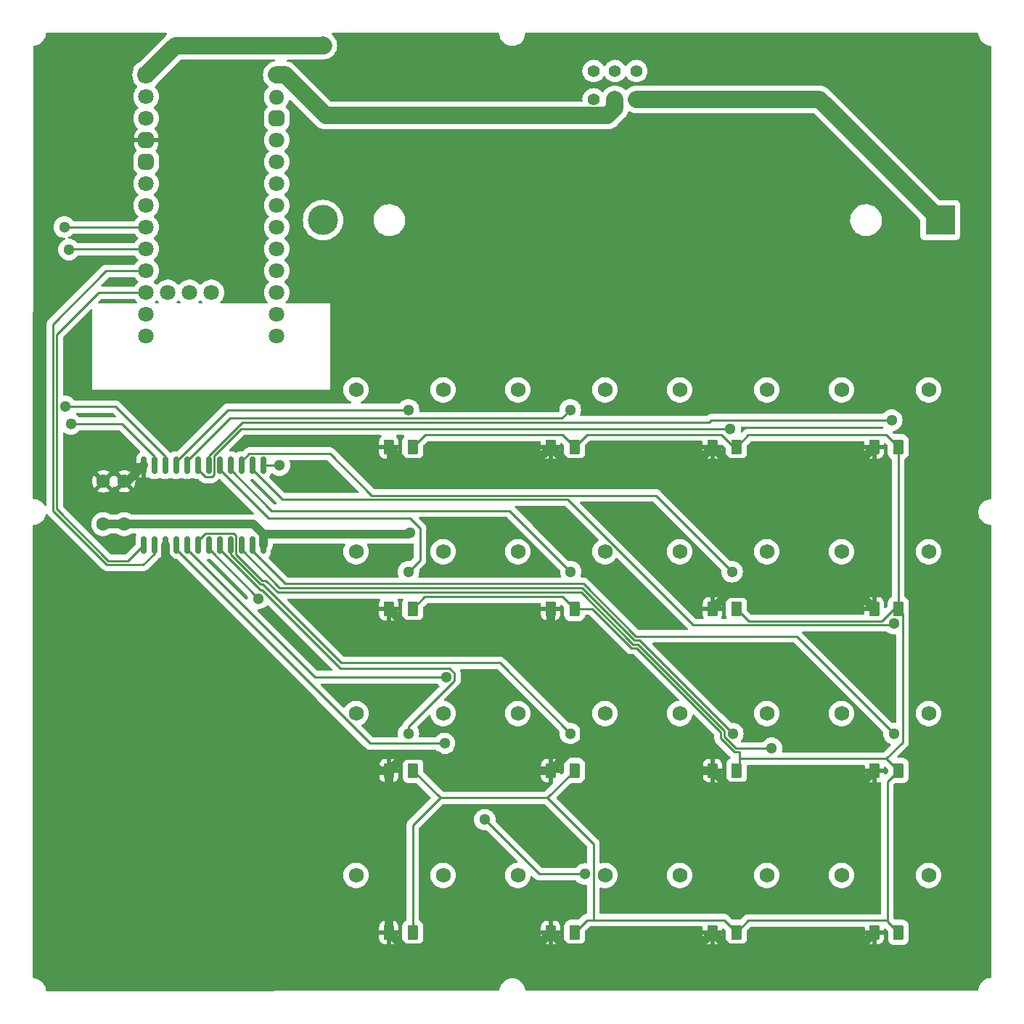
<source format=gbr>
%TF.GenerationSoftware,KiCad,Pcbnew,7.0.9*%
%TF.CreationDate,2024-05-12T14:32:29+05:30*%
%TF.ProjectId,Analog_Macropad,416e616c-6f67-45f4-9d61-63726f706164,rev?*%
%TF.SameCoordinates,Original*%
%TF.FileFunction,Copper,L1,Top*%
%TF.FilePolarity,Positive*%
%FSLAX46Y46*%
G04 Gerber Fmt 4.6, Leading zero omitted, Abs format (unit mm)*
G04 Created by KiCad (PCBNEW 7.0.9) date 2024-05-12 14:32:29*
%MOMM*%
%LPD*%
G01*
G04 APERTURE LIST*
G04 Aperture macros list*
%AMRoundRect*
0 Rectangle with rounded corners*
0 $1 Rounding radius*
0 $2 $3 $4 $5 $6 $7 $8 $9 X,Y pos of 4 corners*
0 Add a 4 corners polygon primitive as box body*
4,1,4,$2,$3,$4,$5,$6,$7,$8,$9,$2,$3,0*
0 Add four circle primitives for the rounded corners*
1,1,$1+$1,$2,$3*
1,1,$1+$1,$4,$5*
1,1,$1+$1,$6,$7*
1,1,$1+$1,$8,$9*
0 Add four rect primitives between the rounded corners*
20,1,$1+$1,$2,$3,$4,$5,0*
20,1,$1+$1,$4,$5,$6,$7,0*
20,1,$1+$1,$6,$7,$8,$9,0*
20,1,$1+$1,$8,$9,$2,$3,0*%
G04 Aperture macros list end*
%TA.AperFunction,WasherPad*%
%ADD10C,1.750000*%
%TD*%
%TA.AperFunction,SMDPad,CuDef*%
%ADD11RoundRect,0.250000X-0.375000X-0.625000X0.375000X-0.625000X0.375000X0.625000X-0.375000X0.625000X0*%
%TD*%
%TA.AperFunction,ComponentPad*%
%ADD12C,1.800000*%
%TD*%
%TA.AperFunction,ComponentPad*%
%ADD13RoundRect,0.450000X-0.450000X-0.450000X0.450000X-0.450000X0.450000X0.450000X-0.450000X0.450000X0*%
%TD*%
%TA.AperFunction,ComponentPad*%
%ADD14O,1.780000X1.730000*%
%TD*%
%TA.AperFunction,ComponentPad*%
%ADD15C,1.600000*%
%TD*%
%TA.AperFunction,SMDPad,CuDef*%
%ADD16RoundRect,0.150000X-0.150000X0.875000X-0.150000X-0.875000X0.150000X-0.875000X0.150000X0.875000X0*%
%TD*%
%TA.AperFunction,ComponentPad*%
%ADD17R,1.400000X1.400000*%
%TD*%
%TA.AperFunction,ComponentPad*%
%ADD18C,1.400000*%
%TD*%
%TA.AperFunction,ComponentPad*%
%ADD19C,3.500000*%
%TD*%
%TA.AperFunction,ComponentPad*%
%ADD20R,3.500000X3.500000*%
%TD*%
%TA.AperFunction,ViaPad*%
%ADD21C,1.300000*%
%TD*%
%TA.AperFunction,Conductor*%
%ADD22C,0.250000*%
%TD*%
%TA.AperFunction,Conductor*%
%ADD23C,2.000000*%
%TD*%
%TA.AperFunction,Conductor*%
%ADD24C,1.000000*%
%TD*%
G04 APERTURE END LIST*
D10*
%TO.P,U7,*%
%TO.N,*%
X82680000Y-76820000D03*
X72520000Y-76820000D03*
%TD*%
%TO.P,U6,*%
%TO.N,*%
X53640000Y-76820000D03*
X63800000Y-76820000D03*
%TD*%
D11*
%TO.P,D13,1,K*%
%TO.N,GND*%
X114120000Y-121240000D03*
%TO.P,D13,2,A*%
%TO.N,Backlight_PWM*%
X116920000Y-121240000D03*
%TD*%
%TO.P,D11,1,K*%
%TO.N,GND*%
X76340000Y-102360000D03*
%TO.P,D11,2,A*%
%TO.N,Backlight_PWM*%
X79140000Y-102360000D03*
%TD*%
%TO.P,D9,1,K*%
%TO.N,GND*%
X114120000Y-102360000D03*
%TO.P,D9,2,A*%
%TO.N,Backlight_PWM*%
X116920000Y-102360000D03*
%TD*%
D12*
%TO.P,U18,1,P0.06*%
%TO.N,unconnected-(U18-P0.06-Pad1)*%
X29150000Y-23730000D03*
%TO.P,U18,2,P0.08*%
%TO.N,unconnected-(U18-P0.08-Pad2)*%
X29150000Y-26270000D03*
D13*
%TO.P,U18,3,GND*%
%TO.N,GND*%
X29150000Y-28810000D03*
%TO.P,U18,4,GND*%
%TO.N,unconnected-(U18-GND-Pad4)*%
X29150000Y-31350000D03*
D12*
%TO.P,U18,5,P0.17*%
%TO.N,unconnected-(U18-P0.17-Pad5)*%
X29150000Y-33890000D03*
%TO.P,U18,6,P0.20*%
%TO.N,unconnected-(U18-P0.20-Pad6)*%
X29150000Y-36430000D03*
%TO.P,U18,7,P0.22*%
%TO.N,Net-(U1-S0)*%
X29150000Y-38970000D03*
%TO.P,U18,8,P0.24*%
%TO.N,Net-(U1-S1)*%
X29150000Y-41510000D03*
%TO.P,U18,9,P1.00*%
%TO.N,Net-(U1-S2)*%
X29150000Y-44050000D03*
%TO.P,U18,10,P0.11*%
%TO.N,Net-(U1-S3)*%
X29150000Y-46590000D03*
%TO.P,U18,11,P1.04-LF*%
%TO.N,unconnected-(U18-P1.04-LF-Pad11)*%
X29150000Y-49130000D03*
%TO.P,U18,12,P1.06-LF*%
%TO.N,unconnected-(U18-P1.06-LF-Pad12)*%
X29150000Y-51670000D03*
D14*
%TO.P,U18,13,BAT+*%
%TO.N,unconnected-(U18-BAT+-Pad13)*%
X44380000Y-23765000D03*
D13*
%TO.P,U18,14,GND*%
%TO.N,unconnected-(U18-GND-Pad14)*%
X44390000Y-26270000D03*
D12*
%TO.P,U18,15,RST*%
%TO.N,unconnected-(U18-RST-Pad15)*%
X44390000Y-28810000D03*
%TO.P,U18,16,3V3*%
%TO.N,+3V3*%
X44390000Y-31350000D03*
%TO.P,U18,17,P0.31-LF*%
%TO.N,ADC_IN*%
X44390000Y-33890000D03*
%TO.P,U18,18,P0.29-LF*%
%TO.N,unconnected-(U18-P0.29-LF-Pad18)*%
X44390000Y-36430000D03*
%TO.P,U18,19,P0.02-LF*%
%TO.N,unconnected-(U18-P0.02-LF-Pad19)*%
X44390000Y-38970000D03*
%TO.P,U18,20,P1.15-LF*%
%TO.N,unconnected-(U18-P1.15-LF-Pad20)*%
X44390000Y-41510000D03*
%TO.P,U18,21,P1.13-LF*%
%TO.N,unconnected-(U18-P1.13-LF-Pad21)*%
X44390000Y-44050000D03*
%TO.P,U18,22,P1.11-LF*%
%TO.N,unconnected-(U18-P1.11-LF-Pad22)*%
X44390000Y-46590000D03*
%TO.P,U18,23,P0-10-LF*%
%TO.N,unconnected-(U18-P0-10-LF-Pad23)*%
X44390000Y-49130000D03*
%TO.P,U18,24,P0.09-LF*%
%TO.N,unconnected-(U18-P0.09-LF-Pad24)*%
X44390000Y-51670000D03*
%TO.P,U18,25,P1.01-LF*%
%TO.N,unconnected-(U18-P1.01-LF-Pad25)*%
X31690000Y-46590000D03*
%TO.P,U18,26,P1.02-LF*%
%TO.N,unconnected-(U18-P1.02-LF-Pad26)*%
X34230000Y-46590000D03*
%TO.P,U18,27,P1-07-LF*%
%TO.N,unconnected-(U18-P1-07-LF-Pad27)*%
X36770000Y-46590000D03*
D13*
%TO.P,U18,28,GND*%
%TO.N,Net-(BT1--)*%
X29150000Y-21190000D03*
D12*
%TO.P,U18,29,BAT+*%
%TO.N,Net-(SW1-B)*%
X44390000Y-21190000D03*
%TD*%
D11*
%TO.P,D2,1,K*%
%TO.N,GND*%
X76340000Y-64600000D03*
%TO.P,D2,2,A*%
%TO.N,Backlight_PWM*%
X79140000Y-64600000D03*
%TD*%
D10*
%TO.P,U4,*%
%TO.N,*%
X91400000Y-57940000D03*
X101560000Y-57940000D03*
%TD*%
D11*
%TO.P,D7,2,A*%
%TO.N,Backlight_PWM*%
X98020000Y-83480000D03*
%TO.P,D7,1,K*%
%TO.N,GND*%
X95220000Y-83480000D03*
%TD*%
%TO.P,D14,2,A*%
%TO.N,Backlight_PWM*%
X98020000Y-121240000D03*
%TO.P,D14,1,K*%
%TO.N,GND*%
X95220000Y-121240000D03*
%TD*%
%TO.P,D12,1,K*%
%TO.N,GND*%
X57480000Y-102360000D03*
%TO.P,D12,2,A*%
%TO.N,Backlight_PWM*%
X60280000Y-102360000D03*
%TD*%
%TO.P,D3,1,K*%
%TO.N,GND*%
X95220000Y-64600000D03*
%TO.P,D3,2,A*%
%TO.N,Backlight_PWM*%
X98020000Y-64600000D03*
%TD*%
D10*
%TO.P,U3,*%
%TO.N,*%
X72520000Y-57940000D03*
X82680000Y-57940000D03*
%TD*%
%TO.P,U2,*%
%TO.N,*%
X53640000Y-57940000D03*
X63800000Y-57940000D03*
%TD*%
D11*
%TO.P,D10,1,K*%
%TO.N,GND*%
X95240000Y-102360000D03*
%TO.P,D10,2,A*%
%TO.N,Backlight_PWM*%
X98040000Y-102360000D03*
%TD*%
%TO.P,D6,2,A*%
%TO.N,Backlight_PWM*%
X79140000Y-83480000D03*
%TO.P,D6,1,K*%
%TO.N,GND*%
X76340000Y-83480000D03*
%TD*%
D10*
%TO.P,U17,*%
%TO.N,*%
X53640000Y-114580000D03*
X63800000Y-114580000D03*
%TD*%
D11*
%TO.P,D15,1,K*%
%TO.N,GND*%
X76340000Y-121240000D03*
%TO.P,D15,2,A*%
%TO.N,Backlight_PWM*%
X79140000Y-121240000D03*
%TD*%
D10*
%TO.P,U8,*%
%TO.N,*%
X101560000Y-76820000D03*
X91400000Y-76820000D03*
%TD*%
D15*
%TO.P,C1,1*%
%TO.N,GND*%
X26600000Y-68600000D03*
%TO.P,C1,2*%
%TO.N,+3V3*%
X26600000Y-73600000D03*
%TD*%
D10*
%TO.P,U10,*%
%TO.N,*%
X110280000Y-95700000D03*
X120440000Y-95700000D03*
%TD*%
%TO.P,U14,*%
%TO.N,*%
X110280000Y-114580000D03*
X120440000Y-114580000D03*
%TD*%
%TO.P,U13,*%
%TO.N,*%
X53640000Y-95700000D03*
X63800000Y-95700000D03*
%TD*%
D11*
%TO.P,D4,1,K*%
%TO.N,GND*%
X114100000Y-64600000D03*
%TO.P,D4,2,A*%
%TO.N,Backlight_PWM*%
X116900000Y-64600000D03*
%TD*%
D10*
%TO.P,U11,*%
%TO.N,*%
X91400000Y-95700000D03*
X101560000Y-95700000D03*
%TD*%
D15*
%TO.P,C2,1*%
%TO.N,+3V3*%
X24150000Y-73610000D03*
%TO.P,C2,2*%
%TO.N,GND*%
X24150000Y-68610000D03*
%TD*%
D10*
%TO.P,U15,*%
%TO.N,*%
X91400000Y-114580000D03*
X101560000Y-114580000D03*
%TD*%
D11*
%TO.P,D5,1,K*%
%TO.N,GND*%
X57460000Y-83480000D03*
%TO.P,D5,2,A*%
%TO.N,Backlight_PWM*%
X60260000Y-83480000D03*
%TD*%
%TO.P,D16,1,K*%
%TO.N,GND*%
X57460000Y-121240000D03*
%TO.P,D16,2,A*%
%TO.N,Backlight_PWM*%
X60260000Y-121240000D03*
%TD*%
D10*
%TO.P,U5,*%
%TO.N,*%
X110280000Y-57940000D03*
X120440000Y-57940000D03*
%TD*%
D16*
%TO.P,U1,1,COM*%
%TO.N,ADC_IN*%
X42805000Y-66730000D03*
%TO.P,U1,2,I7*%
%TO.N,7*%
X41535000Y-66730000D03*
%TO.P,U1,3,I6*%
%TO.N,6*%
X40265000Y-66730000D03*
%TO.P,U1,4,I5*%
%TO.N,5*%
X38995000Y-66730000D03*
%TO.P,U1,5,I4*%
%TO.N,4*%
X37725000Y-66730000D03*
%TO.P,U1,6,I3*%
%TO.N,3*%
X36455000Y-66730000D03*
%TO.P,U1,7,I2*%
%TO.N,2*%
X35185000Y-66730000D03*
%TO.P,U1,8,I1*%
%TO.N,1*%
X33915000Y-66730000D03*
%TO.P,U1,9,I0*%
%TO.N,0*%
X32645000Y-66730000D03*
%TO.P,U1,10,S0*%
%TO.N,Net-(U1-S0)*%
X31375000Y-66730000D03*
%TO.P,U1,11,S1*%
%TO.N,Net-(U1-S1)*%
X30105000Y-66730000D03*
%TO.P,U1,12,GND*%
%TO.N,GND*%
X28835000Y-66730000D03*
%TO.P,U1,13,S3*%
%TO.N,Net-(U1-S3)*%
X28835000Y-76030000D03*
%TO.P,U1,14,S2*%
%TO.N,Net-(U1-S2)*%
X30105000Y-76030000D03*
%TO.P,U1,15,~{E}*%
%TO.N,GND*%
X31375000Y-76030000D03*
%TO.P,U1,16,I15*%
%TO.N,15*%
X32645000Y-76030000D03*
%TO.P,U1,17,I14*%
%TO.N,14*%
X33915000Y-76030000D03*
%TO.P,U1,18,I13*%
%TO.N,13*%
X35185000Y-76030000D03*
%TO.P,U1,19,I12*%
%TO.N,12*%
X36455000Y-76030000D03*
%TO.P,U1,20,I11*%
%TO.N,11*%
X37725000Y-76030000D03*
%TO.P,U1,21,I10*%
%TO.N,10*%
X38995000Y-76030000D03*
%TO.P,U1,22,I9*%
%TO.N,9*%
X40265000Y-76030000D03*
%TO.P,U1,23,I8*%
%TO.N,8*%
X41535000Y-76030000D03*
%TO.P,U1,24,VCC*%
%TO.N,+3V3*%
X42805000Y-76030000D03*
%TD*%
D11*
%TO.P,D1,1,K*%
%TO.N,GND*%
X57460000Y-64600000D03*
%TO.P,D1,2,A*%
%TO.N,Backlight_PWM*%
X60260000Y-64600000D03*
%TD*%
D10*
%TO.P,U16,*%
%TO.N,*%
X72520000Y-114580000D03*
X82680000Y-114580000D03*
%TD*%
D17*
%TO.P,SW1,1,A*%
%TO.N,Net-(BT1-+)*%
X86350000Y-24050000D03*
D18*
%TO.P,SW1,2,B*%
%TO.N,Net-(SW1-B)*%
X83850000Y-24050000D03*
%TO.P,SW1,3*%
%TO.N,N/C*%
X81350000Y-24050000D03*
%TO.P,SW1,4*%
X86350000Y-20750000D03*
%TO.P,SW1,5*%
X83850000Y-20750000D03*
%TO.P,SW1,6*%
X81350000Y-20750000D03*
%TD*%
D19*
%TO.P,BT1,2,-*%
%TO.N,Net-(BT1--)*%
X49790000Y-38140000D03*
D20*
%TO.P,BT1,1,+*%
%TO.N,Net-(BT1-+)*%
X121790000Y-38140000D03*
%TD*%
D10*
%TO.P,U12,*%
%TO.N,*%
X72520000Y-95700000D03*
X82680000Y-95700000D03*
%TD*%
D11*
%TO.P,D8,1,K*%
%TO.N,GND*%
X114100000Y-83480000D03*
%TO.P,D8,2,A*%
%TO.N,Backlight_PWM*%
X116900000Y-83480000D03*
%TD*%
D10*
%TO.P,U9,*%
%TO.N,*%
X120440000Y-76820000D03*
X110280000Y-76820000D03*
%TD*%
D21*
%TO.N,Net-(U1-S0)*%
X19600000Y-38940000D03*
%TO.N,Net-(U1-S1)*%
X20150000Y-41580000D03*
X20374500Y-61910000D03*
%TO.N,Net-(U1-S0)*%
X19694500Y-59860000D03*
%TO.N,8*%
X116399000Y-98048600D03*
%TO.N,9*%
X97603000Y-98017000D03*
%TO.N,10*%
X78640000Y-98018900D03*
%TO.N,11*%
X59760000Y-98050000D03*
%TO.N,12*%
X42261000Y-82271800D03*
%TO.N,13*%
X102118000Y-99757600D03*
%TO.N,14*%
X64133000Y-91451900D03*
X68664000Y-108081000D03*
X80330000Y-114422000D03*
%TO.N,15*%
X63965000Y-99193800D03*
%TO.N,0*%
X59760000Y-60260200D03*
%TO.N,1*%
X78640000Y-60259500D03*
%TO.N,2*%
X97288000Y-62486600D03*
%TO.N,3*%
X116138000Y-61480300D03*
%TO.N,4*%
X59760000Y-79142000D03*
%TO.N,5*%
X78689000Y-79151300D03*
%TO.N,6*%
X97520000Y-79158200D03*
%TO.N,7*%
X116400000Y-85226700D03*
%TO.N,ADC_IN*%
X44707000Y-66730000D03*
%TO.N,+3V3*%
X59942000Y-74638100D03*
%TO.N,GND*%
X76725000Y-86319200D03*
X57382000Y-66620500D03*
%TO.N,Net-(BT1--)*%
X49730000Y-17770000D03*
%TD*%
D22*
%TO.N,Net-(U1-S3)*%
X23590000Y-46590000D02*
X29150000Y-46590000D01*
X18720000Y-51460000D02*
X23590000Y-46590000D01*
X18720000Y-71850000D02*
X18720000Y-51460000D01*
X24760000Y-77890000D02*
X18720000Y-71850000D01*
X28835000Y-76030000D02*
X26975000Y-77890000D01*
X26975000Y-77890000D02*
X24760000Y-77890000D01*
%TO.N,Net-(U1-S2)*%
X18270000Y-50280000D02*
X24500000Y-44050000D01*
X24573604Y-78340000D02*
X18270000Y-72036396D01*
X28819999Y-78340000D02*
X24573604Y-78340000D01*
X18270000Y-72036396D02*
X18270000Y-50280000D01*
X24500000Y-44050000D02*
X29150000Y-44050000D01*
X30105000Y-77054999D02*
X28819999Y-78340000D01*
X30105000Y-76030000D02*
X30105000Y-77054999D01*
%TO.N,Backlight_PWM*%
X98376000Y-100207600D02*
X98376000Y-100953400D01*
X97778345Y-100207600D02*
X98376000Y-100207600D01*
X96178000Y-97880792D02*
X96178000Y-98607255D01*
X96178000Y-98607255D02*
X97778345Y-100207600D01*
X86353908Y-88056700D02*
X96178000Y-97880792D01*
X85754812Y-88056700D02*
X86353908Y-88056700D01*
X79140000Y-83480000D02*
X81178112Y-83480000D01*
X81178112Y-83480000D02*
X85754812Y-88056700D01*
%TO.N,13*%
X36047000Y-74661200D02*
X35185000Y-75523400D01*
X39366000Y-74661200D02*
X36047000Y-74661200D01*
X39628000Y-74923900D02*
X39366000Y-74661200D01*
X39628000Y-77111800D02*
X39628000Y-74923900D01*
X42680000Y-80162900D02*
X39628000Y-77111800D01*
X43131000Y-80162900D02*
X42680000Y-80162900D01*
X44532000Y-81563900D02*
X43131000Y-80162900D01*
X85941208Y-87606700D02*
X79898408Y-81563900D01*
X86540304Y-87606700D02*
X85941208Y-87606700D01*
X79898408Y-81563900D02*
X44532000Y-81563900D01*
X96628000Y-97694396D02*
X86540304Y-87606700D01*
X96628000Y-98420859D02*
X96628000Y-97694396D01*
X102118000Y-99757600D02*
X97964741Y-99757600D01*
X35185000Y-75523400D02*
X35185000Y-76030000D01*
X97964741Y-99757600D02*
X96628000Y-98420859D01*
%TO.N,9*%
X44731000Y-81002600D02*
X40265000Y-76536500D01*
X40265000Y-76536500D02*
X40265000Y-76030000D01*
X79973504Y-81002600D02*
X44731000Y-81002600D01*
X86127604Y-87156700D02*
X79973504Y-81002600D01*
X97587000Y-98017000D02*
X86726700Y-87156700D01*
X86726700Y-87156700D02*
X86127604Y-87156700D01*
X97603000Y-98017000D02*
X97587000Y-98017000D01*
%TO.N,Net-(U1-S1)*%
X20220000Y-41510000D02*
X29150000Y-41510000D01*
X20150000Y-41580000D02*
X20220000Y-41510000D01*
%TO.N,Net-(U1-S0)*%
X19630000Y-38970000D02*
X29150000Y-38970000D01*
X19600000Y-38940000D02*
X19630000Y-38970000D01*
X19654500Y-59900000D02*
X19610000Y-59900000D01*
X19694500Y-59860000D02*
X19734500Y-59900000D01*
X25569999Y-59900000D02*
X31375000Y-65705001D01*
X19694500Y-59860000D02*
X19654500Y-59900000D01*
X31375000Y-65705001D02*
X31375000Y-66730000D01*
X19734500Y-59900000D02*
X25569999Y-59900000D01*
%TO.N,Net-(U1-S1)*%
X30105000Y-65705001D02*
X30105000Y-66730000D01*
X20374500Y-61910000D02*
X26309999Y-61910000D01*
X26309999Y-61910000D02*
X30105000Y-65705001D01*
%TO.N,Backlight_PWM*%
X115630000Y-119950000D02*
X115630000Y-119837000D01*
X116920000Y-121240000D02*
X115630000Y-119950000D01*
X115630000Y-103650000D02*
X116920000Y-102360000D01*
X115630000Y-119837000D02*
X115630000Y-103650000D01*
X61667000Y-82072600D02*
X60260000Y-83480000D01*
X77733000Y-82072600D02*
X61667000Y-82072600D01*
X79140000Y-83480000D02*
X77733000Y-82072600D01*
X60260000Y-108729000D02*
X63455000Y-105535000D01*
X60260000Y-121240000D02*
X60260000Y-108729000D01*
X63455000Y-105535000D02*
X60280000Y-102360000D01*
X98020000Y-64598800D02*
X98020000Y-64600000D01*
X99433000Y-63186200D02*
X98020000Y-64598800D01*
X115486000Y-63186200D02*
X99433000Y-63186200D01*
X116900000Y-64600000D02*
X115486000Y-63186200D01*
X116900000Y-64600000D02*
X116900000Y-83480000D01*
X98376000Y-102023700D02*
X98040000Y-102360000D01*
X98376000Y-100953400D02*
X98376000Y-102023700D01*
X116390000Y-83480000D02*
X116900000Y-83480000D01*
X114951000Y-84918300D02*
X116390000Y-83480000D01*
X99458000Y-84918300D02*
X114951000Y-84918300D01*
X98020000Y-83480000D02*
X99458000Y-84918300D01*
X117395000Y-83974900D02*
X116900000Y-83480000D01*
X117395000Y-99071900D02*
X117395000Y-83974900D01*
X115513000Y-100953400D02*
X117395000Y-99071900D01*
X99423000Y-119837000D02*
X98020000Y-121240000D01*
X115630000Y-119837000D02*
X99423000Y-119837000D01*
X81342000Y-110912000D02*
X81342000Y-119800000D01*
X75965000Y-105535000D02*
X81342000Y-110912000D01*
X96580000Y-119800000D02*
X81342000Y-119800000D01*
X98020000Y-121240000D02*
X96580000Y-119800000D01*
X80580000Y-119800000D02*
X79140000Y-121240000D01*
X81342000Y-119800000D02*
X80580000Y-119800000D01*
X80576000Y-63163500D02*
X79140000Y-64600000D01*
X96234000Y-63163500D02*
X80576000Y-63163500D01*
X97669000Y-64598800D02*
X96234000Y-63163500D01*
X98020000Y-64598800D02*
X97669000Y-64598800D01*
X61679000Y-63180700D02*
X60260000Y-64600000D01*
X77721000Y-63180700D02*
X61679000Y-63180700D01*
X79140000Y-64600000D02*
X77721000Y-63180700D01*
X98376000Y-100953400D02*
X115513000Y-100953400D01*
X115513000Y-100953400D02*
X116920000Y-102360000D01*
X79140000Y-102360000D02*
X75965000Y-105535000D01*
X75965000Y-105535000D02*
X63455000Y-105535000D01*
%TO.N,8*%
X105057000Y-86706700D02*
X116399000Y-98048600D01*
X86314000Y-86706700D02*
X105057000Y-86706700D01*
X80158000Y-80550700D02*
X86314000Y-86706700D01*
X45343000Y-80550700D02*
X80158000Y-80550700D01*
X41535000Y-76743100D02*
X45343000Y-80550700D01*
X41535000Y-76030000D02*
X41535000Y-76743100D01*
%TO.N,10*%
X70419000Y-89797900D02*
X78640000Y-98018900D01*
X51902000Y-89797900D02*
X70419000Y-89797900D01*
X42719000Y-80614800D02*
X51902000Y-89797900D01*
X42492000Y-80614800D02*
X42719000Y-80614800D01*
X38995000Y-77117400D02*
X42492000Y-80614800D01*
X38995000Y-76030000D02*
X38995000Y-77117400D01*
%TO.N,11*%
X59760000Y-97206200D02*
X59760000Y-98050000D01*
X65111000Y-91855400D02*
X59760000Y-97206200D01*
X65111000Y-91029700D02*
X65111000Y-91855400D01*
X64556000Y-90474900D02*
X65111000Y-91029700D01*
X51845000Y-90474900D02*
X64556000Y-90474900D01*
X42665000Y-81294900D02*
X51845000Y-90474900D01*
X42471000Y-81294900D02*
X42665000Y-81294900D01*
X37725000Y-76548600D02*
X42471000Y-81294900D01*
X37725000Y-76030000D02*
X37725000Y-76548600D01*
%TO.N,12*%
X36455000Y-76466200D02*
X42261000Y-82271800D01*
X36455000Y-76030000D02*
X36455000Y-76466200D01*
%TO.N,14*%
X48855000Y-91451900D02*
X64133000Y-91451900D01*
X33915000Y-76511600D02*
X48855000Y-91451900D01*
X33915000Y-76030000D02*
X33915000Y-76511600D01*
X75006000Y-114422000D02*
X80330000Y-114422000D01*
X68664000Y-108081000D02*
X75006000Y-114422000D01*
%TO.N,15*%
X55298000Y-99193800D02*
X63965000Y-99193800D01*
X32645000Y-76541300D02*
X55298000Y-99193800D01*
X32645000Y-76030000D02*
X32645000Y-76541300D01*
%TO.N,0*%
X38678000Y-60260200D02*
X59760000Y-60260200D01*
X32645000Y-66293600D02*
X38678000Y-60260200D01*
X32645000Y-66730000D02*
X32645000Y-66293600D01*
%TO.N,1*%
X77656000Y-61243000D02*
X78640000Y-60259500D01*
X38913000Y-61243000D02*
X77656000Y-61243000D01*
X33915000Y-66240600D02*
X38913000Y-61243000D01*
X33915000Y-66730000D02*
X33915000Y-66240600D01*
%TO.N,2*%
X35185000Y-67218700D02*
X35185000Y-66730000D01*
X36057000Y-68090300D02*
X35185000Y-67218700D01*
X36801000Y-68090300D02*
X36057000Y-68090300D01*
X37086000Y-67805800D02*
X36801000Y-68090300D01*
X37086000Y-65642900D02*
X37086000Y-67805800D01*
X40242000Y-62486600D02*
X37086000Y-65642900D01*
X97288000Y-62486600D02*
X40242000Y-62486600D01*
%TO.N,3*%
X95084000Y-61480300D02*
X116138000Y-61480300D01*
X94828000Y-61736500D02*
X95084000Y-61480300D01*
X40341000Y-61736500D02*
X94828000Y-61736500D01*
X36455000Y-65622900D02*
X40341000Y-61736500D01*
X36455000Y-66730000D02*
X36455000Y-65622900D01*
%TO.N,4*%
X61119000Y-77782700D02*
X59760000Y-79142000D01*
X61119000Y-74114800D02*
X61119000Y-77782700D01*
X59936000Y-72931200D02*
X61119000Y-74114800D01*
X43402000Y-72931200D02*
X59936000Y-72931200D01*
X37725000Y-67254700D02*
X43402000Y-72931200D01*
X37725000Y-66730000D02*
X37725000Y-67254700D01*
%TO.N,5*%
X38995000Y-67222500D02*
X38995000Y-66730000D01*
X43802000Y-72029000D02*
X38995000Y-67222500D01*
X71567000Y-72029000D02*
X43802000Y-72029000D01*
X78689000Y-79151300D02*
X71567000Y-72029000D01*
%TO.N,6*%
X40265000Y-66286900D02*
X40265000Y-66730000D01*
X41179000Y-65373100D02*
X40265000Y-66286900D01*
X50589000Y-65373100D02*
X41179000Y-65373100D01*
X55470000Y-70254000D02*
X50589000Y-65373100D01*
X88616000Y-70254000D02*
X55470000Y-70254000D01*
X97520000Y-79158200D02*
X88616000Y-70254000D01*
%TO.N,7*%
X41535000Y-67236600D02*
X41535000Y-66730000D01*
X45004000Y-70705900D02*
X41535000Y-67236600D01*
X78299000Y-70705900D02*
X45004000Y-70705900D01*
X92980000Y-85386700D02*
X78299000Y-70705900D01*
X116240000Y-85386700D02*
X92980000Y-85386700D01*
X116400000Y-85226700D02*
X116240000Y-85386700D01*
%TO.N,ADC_IN*%
X42805000Y-66730000D02*
X44707000Y-66730000D01*
D23*
%TO.N,Net-(SW1-B)*%
X45340000Y-21190000D02*
X44390000Y-21190000D01*
X50100000Y-25950000D02*
X45340000Y-21190000D01*
X82940000Y-25950000D02*
X50100000Y-25950000D01*
X83850000Y-25039900D02*
X82940000Y-25950000D01*
X83850000Y-24050000D02*
X83850000Y-25039900D01*
D24*
%TO.N,+3V3*%
X24160000Y-73600000D02*
X26600000Y-73600000D01*
X24150000Y-73610000D02*
X24160000Y-73600000D01*
X41627000Y-73600000D02*
X42805000Y-74777800D01*
X26600000Y-73600000D02*
X41627000Y-73600000D01*
X42805000Y-74777800D02*
X42805000Y-76030000D01*
X59803000Y-74777800D02*
X59942000Y-74638100D01*
X42805000Y-74777800D02*
X59803000Y-74777800D01*
%TO.N,GND*%
X112312000Y-81692400D02*
X114100000Y-83480000D01*
X97008000Y-66387600D02*
X95220000Y-64600000D01*
X112312000Y-66387600D02*
X97008000Y-66387600D01*
X97008000Y-81692400D02*
X112312000Y-81692400D01*
X95220000Y-83480000D02*
X97008000Y-81692400D01*
X31375000Y-77350400D02*
X31375000Y-76030000D01*
X56385000Y-102360000D02*
X31375000Y-77350400D01*
X57480000Y-102360000D02*
X56385000Y-102360000D01*
X76340000Y-83480000D02*
X76340000Y-85263100D01*
X78118000Y-66377900D02*
X76340000Y-64600000D01*
X93442000Y-66377900D02*
X78118000Y-66377900D01*
X95220000Y-64600000D02*
X93442000Y-66377900D01*
X76340000Y-85934200D02*
X76725000Y-86319200D01*
X76340000Y-85263100D02*
X76340000Y-85934200D01*
X97050000Y-104170000D02*
X95240000Y-102360000D01*
X112310000Y-104170000D02*
X97050000Y-104170000D01*
X114120000Y-102360000D02*
X112310000Y-104170000D01*
X58431000Y-65571000D02*
X57382000Y-66620500D01*
X59275000Y-66414900D02*
X58431000Y-65571000D01*
X74525000Y-66414900D02*
X59275000Y-66414900D01*
X76340000Y-64600000D02*
X74525000Y-66414900D01*
X58431000Y-65571000D02*
X57460000Y-64600000D01*
X64937000Y-102360000D02*
X76340000Y-102360000D01*
X63155000Y-100577900D02*
X64937000Y-102360000D01*
X59262000Y-100577900D02*
X63155000Y-100577900D01*
X57480000Y-102360000D02*
X59262000Y-100577900D01*
X74546000Y-123034000D02*
X76340000Y-121240000D01*
X59294000Y-123034000D02*
X74546000Y-123034000D01*
X57480000Y-121220000D02*
X59294000Y-123034000D01*
X93425000Y-123035000D02*
X95220000Y-121240000D01*
X78135000Y-123035000D02*
X93425000Y-123035000D01*
X76340000Y-121240000D02*
X78135000Y-123035000D01*
X112324000Y-123036000D02*
X114120000Y-121240000D01*
X97016000Y-123036000D02*
X112324000Y-123036000D01*
X95220000Y-121240000D02*
X97016000Y-123036000D01*
X26965000Y-68600000D02*
X28835000Y-66730000D01*
X26600000Y-68600000D02*
X26965000Y-68600000D01*
X83726000Y-102360000D02*
X80271000Y-98904700D01*
X95240000Y-102360000D02*
X83726000Y-102360000D01*
X80271000Y-89865000D02*
X76725000Y-86319200D01*
X80271000Y-98904700D02*
X80271000Y-89865000D01*
X59243000Y-85263100D02*
X57460000Y-83480000D01*
X76340000Y-85263100D02*
X59243000Y-85263100D01*
X79121000Y-100054200D02*
X80271000Y-98904700D01*
X78646000Y-100054200D02*
X79121000Y-100054200D01*
X76340000Y-102360000D02*
X78646000Y-100054200D01*
X112312000Y-81692400D02*
X112312000Y-66387600D01*
X112312000Y-66387600D02*
X114100000Y-64600000D01*
X57480000Y-102360000D02*
X57480000Y-121220000D01*
X57480000Y-121220000D02*
X57460000Y-121240000D01*
D23*
%TO.N,Net-(BT1--)*%
X49750000Y-17750000D02*
X49730000Y-17770000D01*
X49790000Y-17750000D02*
X49750000Y-17750000D01*
X49770000Y-17730000D02*
X49790000Y-17750000D01*
X32570000Y-17770000D02*
X49730000Y-17770000D01*
X29150000Y-21190000D02*
X32570000Y-17770000D01*
X49810000Y-17770000D02*
X49830000Y-17770000D01*
X49790000Y-17750000D02*
X49810000Y-17770000D01*
X49770000Y-17730000D02*
X49790000Y-17750000D01*
X49730000Y-17770000D02*
X49750000Y-17750000D01*
X49750000Y-17750000D02*
X49770000Y-17730000D01*
%TO.N,Net-(BT1-+)*%
X107700000Y-24050000D02*
X121790000Y-38140000D01*
X86350000Y-24050000D02*
X107700000Y-24050000D01*
%TD*%
%TA.AperFunction,Conductor*%
%TO.N,GND*%
G36*
X70302539Y-16319685D02*
G01*
X70348294Y-16372489D01*
X70359500Y-16424000D01*
X70359500Y-16444334D01*
X70400429Y-16689616D01*
X70481169Y-16924802D01*
X70481172Y-16924811D01*
X70599524Y-17143506D01*
X70599526Y-17143509D01*
X70752262Y-17339744D01*
X70911744Y-17486557D01*
X70935217Y-17508166D01*
X71143393Y-17644173D01*
X71371118Y-17744063D01*
X71612175Y-17805107D01*
X71612179Y-17805108D01*
X71612181Y-17805108D01*
X71612186Y-17805109D01*
X71745376Y-17816145D01*
X71797933Y-17820500D01*
X71797935Y-17820500D01*
X71922065Y-17820500D01*
X71922067Y-17820500D01*
X71983284Y-17815427D01*
X72107813Y-17805109D01*
X72107816Y-17805108D01*
X72107821Y-17805108D01*
X72348881Y-17744063D01*
X72576607Y-17644173D01*
X72784785Y-17508164D01*
X72967738Y-17339744D01*
X73120474Y-17143509D01*
X73238828Y-16924810D01*
X73319571Y-16689614D01*
X73360500Y-16444335D01*
X73360500Y-16424000D01*
X73380185Y-16356961D01*
X73432989Y-16311206D01*
X73484500Y-16300000D01*
X126135500Y-16300000D01*
X126202539Y-16319685D01*
X126248294Y-16372489D01*
X126258471Y-16419274D01*
X126259076Y-16419224D01*
X126259454Y-16423790D01*
X126259500Y-16424000D01*
X126259500Y-16424335D01*
X126262837Y-16444334D01*
X126300429Y-16669616D01*
X126381169Y-16904802D01*
X126381172Y-16904811D01*
X126499524Y-17123506D01*
X126499526Y-17123509D01*
X126652262Y-17319744D01*
X126811744Y-17466557D01*
X126835217Y-17488166D01*
X127043393Y-17624173D01*
X127271118Y-17724063D01*
X127452519Y-17770000D01*
X127512179Y-17785108D01*
X127645952Y-17796192D01*
X127711133Y-17821344D01*
X127752372Y-17877746D01*
X127759709Y-17919790D01*
X127750287Y-70569376D01*
X127730590Y-70636412D01*
X127677778Y-70682158D01*
X127636527Y-70692930D01*
X127492187Y-70704890D01*
X127492175Y-70704892D01*
X127251118Y-70765936D01*
X127023393Y-70865826D01*
X126815217Y-71001833D01*
X126632261Y-71170257D01*
X126479524Y-71366493D01*
X126361172Y-71585188D01*
X126361169Y-71585197D01*
X126280429Y-71820383D01*
X126247929Y-72015152D01*
X126239500Y-72065665D01*
X126239500Y-72314335D01*
X126253143Y-72396094D01*
X126280429Y-72559616D01*
X126361169Y-72794802D01*
X126361172Y-72794811D01*
X126479524Y-73013506D01*
X126479526Y-73013509D01*
X126632262Y-73209744D01*
X126791744Y-73356557D01*
X126815217Y-73378166D01*
X127023393Y-73514173D01*
X127251118Y-73614063D01*
X127492175Y-73675107D01*
X127492179Y-73675108D01*
X127635948Y-73687021D01*
X127701131Y-73712174D01*
X127742369Y-73768576D01*
X127749706Y-73810619D01*
X127740289Y-126430205D01*
X127720592Y-126497241D01*
X127667780Y-126542987D01*
X127626529Y-126553759D01*
X127492187Y-126564890D01*
X127492175Y-126564892D01*
X127251118Y-126625936D01*
X127023393Y-126725826D01*
X126815217Y-126861833D01*
X126632261Y-127030257D01*
X126479524Y-127226493D01*
X126361172Y-127445188D01*
X126361169Y-127445197D01*
X126280429Y-127680383D01*
X126239500Y-127925665D01*
X126239500Y-127926435D01*
X126239410Y-127926740D01*
X126239076Y-127930776D01*
X126238245Y-127930707D01*
X126219815Y-127993474D01*
X126167011Y-128039229D01*
X126115533Y-128050435D01*
X73502057Y-128064554D01*
X73435013Y-128044887D01*
X73389243Y-127992096D01*
X73379715Y-127960963D01*
X73379684Y-127960776D01*
X73339571Y-127720386D01*
X73258828Y-127485190D01*
X73140474Y-127266491D01*
X72987738Y-127070256D01*
X72804785Y-126901836D01*
X72804782Y-126901833D01*
X72596606Y-126765826D01*
X72368881Y-126665936D01*
X72127824Y-126604892D01*
X72127813Y-126604890D01*
X71962548Y-126591197D01*
X71942067Y-126589500D01*
X71817933Y-126589500D01*
X71798521Y-126591108D01*
X71632186Y-126604890D01*
X71632175Y-126604892D01*
X71391118Y-126665936D01*
X71163393Y-126765826D01*
X70955217Y-126901833D01*
X70772261Y-127070257D01*
X70619524Y-127266493D01*
X70501172Y-127485188D01*
X70501169Y-127485197D01*
X70420429Y-127720383D01*
X70380139Y-127961834D01*
X70349689Y-128024720D01*
X70290074Y-128061159D01*
X70257863Y-128065425D01*
X17574533Y-128079562D01*
X17507489Y-128059895D01*
X17461719Y-128007104D01*
X17451622Y-127960718D01*
X17450924Y-127960776D01*
X17450501Y-127955671D01*
X17445494Y-127925665D01*
X17409571Y-127710386D01*
X17328828Y-127475190D01*
X17210474Y-127256491D01*
X17057738Y-127060256D01*
X16874785Y-126891836D01*
X16874782Y-126891833D01*
X16666606Y-126755826D01*
X16438881Y-126655936D01*
X16197824Y-126594892D01*
X16197812Y-126594890D01*
X16063903Y-126583794D01*
X15998718Y-126558641D01*
X15957480Y-126502238D01*
X15950144Y-126460213D01*
X15950588Y-121490000D01*
X56335001Y-121490000D01*
X56335001Y-121914986D01*
X56345494Y-122017697D01*
X56400641Y-122184119D01*
X56400643Y-122184124D01*
X56492684Y-122333345D01*
X56616654Y-122457315D01*
X56765875Y-122549356D01*
X56765880Y-122549358D01*
X56932302Y-122604505D01*
X56932309Y-122604506D01*
X57035019Y-122614999D01*
X57209999Y-122614999D01*
X57210000Y-122614998D01*
X57210000Y-121490000D01*
X57710000Y-121490000D01*
X57710000Y-122614999D01*
X57884972Y-122614999D01*
X57884986Y-122614998D01*
X57987697Y-122604505D01*
X58154119Y-122549358D01*
X58154124Y-122549356D01*
X58303345Y-122457315D01*
X58427315Y-122333345D01*
X58519356Y-122184124D01*
X58519358Y-122184119D01*
X58574505Y-122017697D01*
X58574506Y-122017690D01*
X58584999Y-121914986D01*
X58585000Y-121914973D01*
X58585000Y-121490000D01*
X57710000Y-121490000D01*
X57210000Y-121490000D01*
X56335001Y-121490000D01*
X15950588Y-121490000D01*
X15950633Y-120990000D01*
X56335000Y-120990000D01*
X57210000Y-120990000D01*
X57210000Y-119865000D01*
X57710000Y-119865000D01*
X57710000Y-120990000D01*
X58584999Y-120990000D01*
X58584999Y-120565028D01*
X58584998Y-120565013D01*
X58574505Y-120462302D01*
X58519358Y-120295880D01*
X58519356Y-120295875D01*
X58427315Y-120146654D01*
X58303345Y-120022684D01*
X58154124Y-119930643D01*
X58154119Y-119930641D01*
X57987697Y-119875494D01*
X57987690Y-119875493D01*
X57884986Y-119865000D01*
X57710000Y-119865000D01*
X57210000Y-119865000D01*
X57035029Y-119865000D01*
X57035012Y-119865001D01*
X56932302Y-119875494D01*
X56765880Y-119930641D01*
X56765875Y-119930643D01*
X56616654Y-120022684D01*
X56492684Y-120146654D01*
X56400643Y-120295875D01*
X56400641Y-120295880D01*
X56345494Y-120462302D01*
X56345493Y-120462309D01*
X56335000Y-120565013D01*
X56335000Y-120990000D01*
X15950633Y-120990000D01*
X15951207Y-114580005D01*
X52159443Y-114580005D01*
X52179634Y-114823683D01*
X52179636Y-114823695D01*
X52239663Y-115060734D01*
X52337888Y-115284666D01*
X52471632Y-115489378D01*
X52637242Y-115669277D01*
X52637252Y-115669286D01*
X52830208Y-115819470D01*
X52830212Y-115819473D01*
X53045267Y-115935855D01*
X53045270Y-115935856D01*
X53276541Y-116015251D01*
X53276543Y-116015251D01*
X53276545Y-116015252D01*
X53517737Y-116055500D01*
X53517738Y-116055500D01*
X53762262Y-116055500D01*
X53762263Y-116055500D01*
X54003455Y-116015252D01*
X54234733Y-115935855D01*
X54449788Y-115819473D01*
X54642754Y-115669281D01*
X54808368Y-115489377D01*
X54942111Y-115284667D01*
X55040336Y-115060736D01*
X55100364Y-114823692D01*
X55120557Y-114580000D01*
X55108147Y-114430238D01*
X55100365Y-114336316D01*
X55100363Y-114336304D01*
X55040336Y-114099265D01*
X54942111Y-113875333D01*
X54808367Y-113670621D01*
X54642757Y-113490722D01*
X54642747Y-113490713D01*
X54449791Y-113340529D01*
X54449787Y-113340526D01*
X54234734Y-113224145D01*
X54234729Y-113224143D01*
X54003458Y-113144748D01*
X53822561Y-113114562D01*
X53762263Y-113104500D01*
X53517737Y-113104500D01*
X53469498Y-113112549D01*
X53276541Y-113144748D01*
X53045270Y-113224143D01*
X53045265Y-113224145D01*
X52830212Y-113340526D01*
X52830208Y-113340529D01*
X52637252Y-113490713D01*
X52637242Y-113490722D01*
X52471632Y-113670621D01*
X52337888Y-113875333D01*
X52239663Y-114099265D01*
X52179636Y-114336304D01*
X52179634Y-114336316D01*
X52159443Y-114579994D01*
X52159443Y-114580005D01*
X15951207Y-114580005D01*
X15952278Y-102610000D01*
X56355001Y-102610000D01*
X56355001Y-103034986D01*
X56365494Y-103137697D01*
X56420641Y-103304119D01*
X56420643Y-103304124D01*
X56512684Y-103453345D01*
X56636654Y-103577315D01*
X56785875Y-103669356D01*
X56785880Y-103669358D01*
X56952302Y-103724505D01*
X56952309Y-103724506D01*
X57055019Y-103734999D01*
X57229999Y-103734999D01*
X57230000Y-103734998D01*
X57230000Y-102610000D01*
X57730000Y-102610000D01*
X57730000Y-103734999D01*
X57904972Y-103734999D01*
X57904986Y-103734998D01*
X58007697Y-103724505D01*
X58174119Y-103669358D01*
X58174124Y-103669356D01*
X58323345Y-103577315D01*
X58447315Y-103453345D01*
X58539356Y-103304124D01*
X58539358Y-103304119D01*
X58594505Y-103137697D01*
X58594506Y-103137690D01*
X58604999Y-103034986D01*
X58605000Y-103034973D01*
X58605000Y-102610000D01*
X57730000Y-102610000D01*
X57230000Y-102610000D01*
X56355001Y-102610000D01*
X15952278Y-102610000D01*
X15952323Y-102110000D01*
X56355000Y-102110000D01*
X57230000Y-102110000D01*
X57230000Y-100985000D01*
X57730000Y-100985000D01*
X57730000Y-102110000D01*
X58604999Y-102110000D01*
X58604999Y-101685028D01*
X58604998Y-101685013D01*
X58594505Y-101582302D01*
X58539358Y-101415880D01*
X58539356Y-101415875D01*
X58447315Y-101266654D01*
X58323345Y-101142684D01*
X58174124Y-101050643D01*
X58174119Y-101050641D01*
X58007697Y-100995494D01*
X58007690Y-100995493D01*
X57904986Y-100985000D01*
X57730000Y-100985000D01*
X57230000Y-100985000D01*
X57055029Y-100985000D01*
X57055012Y-100985001D01*
X56952302Y-100995494D01*
X56785880Y-101050641D01*
X56785875Y-101050643D01*
X56636654Y-101142684D01*
X56512684Y-101266654D01*
X56420643Y-101415875D01*
X56420641Y-101415880D01*
X56365494Y-101582302D01*
X56365493Y-101582309D01*
X56355000Y-101685013D01*
X56355000Y-102110000D01*
X15952323Y-102110000D01*
X15954856Y-73793518D01*
X15974546Y-73726484D01*
X16027354Y-73680734D01*
X16068608Y-73669957D01*
X16247821Y-73655108D01*
X16488881Y-73594063D01*
X16716607Y-73494173D01*
X16924785Y-73358164D01*
X17107738Y-73189744D01*
X17260474Y-72993509D01*
X17378828Y-72774810D01*
X17451300Y-72563707D01*
X17459571Y-72539615D01*
X17459571Y-72539613D01*
X17459628Y-72539275D01*
X17462338Y-72523032D01*
X17492786Y-72460146D01*
X17552399Y-72423705D01*
X17622251Y-72425277D01*
X17680164Y-72464366D01*
X17690183Y-72478337D01*
X17697032Y-72489440D01*
X17701514Y-72495109D01*
X17701436Y-72495169D01*
X17705733Y-72500444D01*
X17705809Y-72500381D01*
X17710450Y-72505912D01*
X17764456Y-72556864D01*
X24016835Y-78809243D01*
X24028611Y-78822868D01*
X24042302Y-78841258D01*
X24047409Y-78845543D01*
X24080929Y-78873671D01*
X24084917Y-78877326D01*
X24090470Y-78882879D01*
X24090474Y-78882882D01*
X24090477Y-78882885D01*
X24115338Y-78902542D01*
X24172221Y-78950273D01*
X24172223Y-78950274D01*
X24178257Y-78954243D01*
X24178203Y-78954324D01*
X24183942Y-78957980D01*
X24183994Y-78957897D01*
X24190138Y-78961687D01*
X24190141Y-78961689D01*
X24257420Y-78993061D01*
X24323779Y-79026388D01*
X24323784Y-79026389D01*
X24330561Y-79028856D01*
X24330527Y-79028948D01*
X24336964Y-79031185D01*
X24336995Y-79031092D01*
X24343845Y-79033362D01*
X24343846Y-79033362D01*
X24343848Y-79033363D01*
X24416540Y-79048372D01*
X24488805Y-79065500D01*
X24488807Y-79065500D01*
X24495978Y-79066339D01*
X24495966Y-79066435D01*
X24502739Y-79067127D01*
X24502748Y-79067030D01*
X24509937Y-79067659D01*
X24509941Y-79067658D01*
X24509942Y-79067659D01*
X24584153Y-79065500D01*
X28758112Y-79065500D01*
X28776081Y-79066809D01*
X28779809Y-79067354D01*
X28798755Y-79070130D01*
X28848983Y-79065735D01*
X28854384Y-79065500D01*
X28862250Y-79065500D01*
X28862255Y-79065500D01*
X28884879Y-79062855D01*
X28893735Y-79061820D01*
X28912227Y-79060202D01*
X28967707Y-79055349D01*
X28967711Y-79055347D01*
X28974783Y-79053888D01*
X28974802Y-79053984D01*
X28981440Y-79052512D01*
X28981418Y-79052416D01*
X28988439Y-79050751D01*
X28988450Y-79050750D01*
X29058201Y-79025362D01*
X29128696Y-79002003D01*
X29128705Y-79001997D01*
X29135244Y-78998949D01*
X29135285Y-78999038D01*
X29141408Y-78996074D01*
X29141364Y-78995986D01*
X29147811Y-78992746D01*
X29147819Y-78992744D01*
X29209840Y-78951952D01*
X29273043Y-78912968D01*
X29273048Y-78912962D01*
X29278707Y-78908489D01*
X29278768Y-78908566D01*
X29284047Y-78904266D01*
X29283984Y-78904190D01*
X29289506Y-78899554D01*
X29289516Y-78899549D01*
X29340467Y-78845543D01*
X30574247Y-77611762D01*
X30587876Y-77599985D01*
X30606258Y-77586301D01*
X30621531Y-77568098D01*
X30651423Y-77542263D01*
X30723656Y-77497712D01*
X30739873Y-77481494D01*
X30801193Y-77448009D01*
X30870885Y-77452992D01*
X30890675Y-77462443D01*
X30964801Y-77506281D01*
X31122514Y-77552100D01*
X31122511Y-77552100D01*
X31124998Y-77552295D01*
X31125000Y-77552295D01*
X31125000Y-75904000D01*
X31144685Y-75836961D01*
X31197489Y-75791206D01*
X31249000Y-75780000D01*
X31501000Y-75780000D01*
X31568039Y-75799685D01*
X31613794Y-75852489D01*
X31625000Y-75904000D01*
X31625000Y-77552295D01*
X31625001Y-77552295D01*
X31627486Y-77552100D01*
X31785196Y-77506282D01*
X31859323Y-77462443D01*
X31927047Y-77445260D01*
X31993310Y-77467419D01*
X32010126Y-77481494D01*
X32026344Y-77497712D01*
X32175666Y-77589814D01*
X32342203Y-77644999D01*
X32444991Y-77655500D01*
X32681837Y-77655499D01*
X32748877Y-77675183D01*
X32769518Y-77691817D01*
X49302567Y-94224500D01*
X54633283Y-99555099D01*
X54741234Y-99663047D01*
X54753016Y-99676680D01*
X54766698Y-99695058D01*
X54797548Y-99720945D01*
X54805324Y-99727470D01*
X54809312Y-99731125D01*
X54814876Y-99736689D01*
X54839751Y-99756356D01*
X54896610Y-99804068D01*
X54896614Y-99804071D01*
X54896617Y-99804073D01*
X54896619Y-99804074D01*
X54902649Y-99808040D01*
X54902595Y-99808121D01*
X54908345Y-99811784D01*
X54908397Y-99811701D01*
X54914538Y-99815489D01*
X54914543Y-99815493D01*
X54914547Y-99815495D01*
X54914549Y-99815496D01*
X54981831Y-99846869D01*
X55048175Y-99880188D01*
X55048187Y-99880191D01*
X55054964Y-99882658D01*
X55054930Y-99882750D01*
X55061364Y-99884986D01*
X55061395Y-99884894D01*
X55068254Y-99887167D01*
X55140955Y-99902177D01*
X55213201Y-99919300D01*
X55213204Y-99919300D01*
X55213208Y-99919301D01*
X55220375Y-99920139D01*
X55220363Y-99920234D01*
X55227144Y-99920927D01*
X55227153Y-99920831D01*
X55234343Y-99921459D01*
X55234346Y-99921460D01*
X55234348Y-99921459D01*
X55234349Y-99921460D01*
X55289996Y-99919840D01*
X55308546Y-99919300D01*
X62881871Y-99919300D01*
X62948910Y-99938985D01*
X62983443Y-99972173D01*
X63003402Y-100000677D01*
X63158123Y-100155398D01*
X63337361Y-100280902D01*
X63535670Y-100373375D01*
X63747023Y-100430007D01*
X63929926Y-100446008D01*
X63964998Y-100449077D01*
X63965000Y-100449077D01*
X63965002Y-100449077D01*
X63993254Y-100446605D01*
X64182977Y-100430007D01*
X64394330Y-100373375D01*
X64592639Y-100280902D01*
X64771877Y-100155398D01*
X64926598Y-100000677D01*
X65052102Y-99821439D01*
X65144575Y-99623130D01*
X65201207Y-99411777D01*
X65220277Y-99193800D01*
X65201207Y-98975823D01*
X65161302Y-98826897D01*
X65144577Y-98764477D01*
X65144576Y-98764476D01*
X65144575Y-98764470D01*
X65052102Y-98566162D01*
X65052100Y-98566159D01*
X65052099Y-98566157D01*
X64926599Y-98386924D01*
X64851880Y-98312205D01*
X64771877Y-98232202D01*
X64592639Y-98106698D01*
X64592640Y-98106698D01*
X64592638Y-98106697D01*
X64471054Y-98050002D01*
X64394330Y-98014225D01*
X64394326Y-98014224D01*
X64394322Y-98014222D01*
X64182977Y-97957593D01*
X63965002Y-97938523D01*
X63964998Y-97938523D01*
X63819682Y-97951236D01*
X63747023Y-97957593D01*
X63747020Y-97957593D01*
X63535677Y-98014222D01*
X63535670Y-98014224D01*
X63535670Y-98014225D01*
X63525640Y-98018902D01*
X63337361Y-98106698D01*
X63337357Y-98106700D01*
X63158124Y-98232200D01*
X63003402Y-98386923D01*
X62983445Y-98415425D01*
X62928867Y-98459049D01*
X62881871Y-98468300D01*
X61104130Y-98468300D01*
X61037091Y-98448615D01*
X60991336Y-98395811D01*
X60981392Y-98326653D01*
X60984356Y-98312205D01*
X60996207Y-98267977D01*
X61015277Y-98050000D01*
X60996207Y-97832023D01*
X60939575Y-97620670D01*
X60847102Y-97422362D01*
X60792605Y-97344532D01*
X60770279Y-97278328D01*
X60787289Y-97210561D01*
X60806498Y-97185731D01*
X62128202Y-95864076D01*
X62189523Y-95830595D01*
X62259215Y-95835581D01*
X62315147Y-95877453D01*
X62338390Y-95938705D01*
X62338793Y-95938638D01*
X62339128Y-95940651D01*
X62339455Y-95941511D01*
X62339635Y-95943689D01*
X62339636Y-95943695D01*
X62399663Y-96180734D01*
X62497888Y-96404666D01*
X62631632Y-96609378D01*
X62797242Y-96789277D01*
X62797252Y-96789286D01*
X62977909Y-96929897D01*
X62990212Y-96939473D01*
X63205267Y-97055855D01*
X63205270Y-97055856D01*
X63436541Y-97135251D01*
X63436543Y-97135251D01*
X63436545Y-97135252D01*
X63677737Y-97175500D01*
X63677738Y-97175500D01*
X63922262Y-97175500D01*
X63922263Y-97175500D01*
X64163455Y-97135252D01*
X64394733Y-97055855D01*
X64609788Y-96939473D01*
X64802754Y-96789281D01*
X64968368Y-96609377D01*
X65102111Y-96404667D01*
X65200336Y-96180736D01*
X65260364Y-95943692D01*
X65266961Y-95864079D01*
X65280557Y-95700005D01*
X71039443Y-95700005D01*
X71059634Y-95943683D01*
X71059636Y-95943695D01*
X71119663Y-96180734D01*
X71217888Y-96404666D01*
X71351632Y-96609378D01*
X71517242Y-96789277D01*
X71517252Y-96789286D01*
X71697909Y-96929897D01*
X71710212Y-96939473D01*
X71925267Y-97055855D01*
X71925270Y-97055856D01*
X72156541Y-97135251D01*
X72156543Y-97135251D01*
X72156545Y-97135252D01*
X72397737Y-97175500D01*
X72397738Y-97175500D01*
X72642262Y-97175500D01*
X72642263Y-97175500D01*
X72883455Y-97135252D01*
X73114733Y-97055855D01*
X73329788Y-96939473D01*
X73522754Y-96789281D01*
X73688368Y-96609377D01*
X73822111Y-96404667D01*
X73920336Y-96180736D01*
X73980364Y-95943692D01*
X73986961Y-95864079D01*
X74000557Y-95700005D01*
X74000557Y-95699994D01*
X73980365Y-95456316D01*
X73980363Y-95456304D01*
X73920336Y-95219265D01*
X73822111Y-94995333D01*
X73688367Y-94790621D01*
X73522757Y-94610722D01*
X73522747Y-94610713D01*
X73329791Y-94460529D01*
X73329787Y-94460526D01*
X73114734Y-94344145D01*
X73114729Y-94344143D01*
X72883458Y-94264748D01*
X72702561Y-94234562D01*
X72642263Y-94224500D01*
X72397737Y-94224500D01*
X72349498Y-94232549D01*
X72156541Y-94264748D01*
X71925270Y-94344143D01*
X71925265Y-94344145D01*
X71710212Y-94460526D01*
X71710208Y-94460529D01*
X71517252Y-94610713D01*
X71517242Y-94610722D01*
X71351632Y-94790621D01*
X71217888Y-94995333D01*
X71119663Y-95219265D01*
X71059636Y-95456304D01*
X71059634Y-95456316D01*
X71039443Y-95699994D01*
X71039443Y-95700005D01*
X65280557Y-95700005D01*
X65280557Y-95699994D01*
X65260365Y-95456316D01*
X65260363Y-95456304D01*
X65200336Y-95219265D01*
X65102111Y-94995333D01*
X64968367Y-94790621D01*
X64802757Y-94610722D01*
X64802747Y-94610713D01*
X64609791Y-94460529D01*
X64609787Y-94460526D01*
X64394734Y-94344145D01*
X64394729Y-94344143D01*
X64163458Y-94264748D01*
X64027542Y-94242068D01*
X63964657Y-94211617D01*
X63928217Y-94152002D01*
X63929793Y-94082151D01*
X63960270Y-94032078D01*
X65580244Y-92412164D01*
X65593868Y-92400391D01*
X65612258Y-92386702D01*
X65644678Y-92348063D01*
X65648293Y-92344118D01*
X65653876Y-92338537D01*
X65673539Y-92313669D01*
X65721273Y-92256783D01*
X65721276Y-92256776D01*
X65725245Y-92250744D01*
X65725327Y-92250798D01*
X65728972Y-92245077D01*
X65728888Y-92245025D01*
X65732676Y-92238882D01*
X65732682Y-92238875D01*
X65764062Y-92171580D01*
X65797388Y-92105225D01*
X65797390Y-92105212D01*
X65799857Y-92098439D01*
X65799950Y-92098472D01*
X65802180Y-92092056D01*
X65802087Y-92092025D01*
X65804356Y-92085173D01*
X65804359Y-92085169D01*
X65819373Y-92012460D01*
X65836500Y-91940199D01*
X65836500Y-91940196D01*
X65837339Y-91933026D01*
X65837435Y-91933037D01*
X65838126Y-91926273D01*
X65838029Y-91926265D01*
X65838658Y-91919079D01*
X65836500Y-91844869D01*
X65836500Y-91091510D01*
X65837806Y-91073561D01*
X65841134Y-91050813D01*
X65836736Y-91000657D01*
X65836500Y-90995243D01*
X65836500Y-90987449D01*
X65836500Y-90987444D01*
X65832812Y-90955894D01*
X65826322Y-90881863D01*
X65826320Y-90881857D01*
X65824861Y-90874797D01*
X65824965Y-90874775D01*
X65823518Y-90868250D01*
X65823415Y-90868275D01*
X65821750Y-90861253D01*
X65821750Y-90861249D01*
X65796335Y-90791424D01*
X65772947Y-90720884D01*
X65769894Y-90714340D01*
X65769989Y-90714295D01*
X65767082Y-90708292D01*
X65766988Y-90708340D01*
X65764334Y-90703056D01*
X65764206Y-90702352D01*
X65763036Y-90699936D01*
X65761274Y-90695095D01*
X65762786Y-90694544D01*
X65751835Y-90634313D01*
X65778484Y-90569726D01*
X65835822Y-90529799D01*
X65875142Y-90523400D01*
X70067126Y-90523400D01*
X70134165Y-90543085D01*
X70154807Y-90559719D01*
X77362279Y-97767191D01*
X77395764Y-97828514D01*
X77398126Y-97865678D01*
X77384723Y-98018897D01*
X77384723Y-98018902D01*
X77403793Y-98236875D01*
X77403793Y-98236879D01*
X77460422Y-98448222D01*
X77460424Y-98448226D01*
X77460425Y-98448230D01*
X77505720Y-98545366D01*
X77552897Y-98646538D01*
X77569674Y-98670498D01*
X77678402Y-98825777D01*
X77833123Y-98980498D01*
X78012361Y-99106002D01*
X78210670Y-99198475D01*
X78422023Y-99255107D01*
X78604926Y-99271108D01*
X78639998Y-99274177D01*
X78640000Y-99274177D01*
X78640002Y-99274177D01*
X78668254Y-99271705D01*
X78857977Y-99255107D01*
X79069330Y-99198475D01*
X79267639Y-99106002D01*
X79446877Y-98980498D01*
X79601598Y-98825777D01*
X79727102Y-98646539D01*
X79819575Y-98448230D01*
X79876207Y-98236877D01*
X79895277Y-98018900D01*
X79876207Y-97800923D01*
X79819575Y-97589570D01*
X79727102Y-97391262D01*
X79727100Y-97391259D01*
X79727099Y-97391257D01*
X79601599Y-97212024D01*
X79524826Y-97135251D01*
X79446877Y-97057302D01*
X79302739Y-96956375D01*
X79267638Y-96931797D01*
X79168484Y-96885561D01*
X79069330Y-96839325D01*
X79069326Y-96839324D01*
X79069322Y-96839322D01*
X78857977Y-96782693D01*
X78640002Y-96763623D01*
X78639997Y-96763623D01*
X78486778Y-96777026D01*
X78418278Y-96763259D01*
X78388291Y-96741179D01*
X77347117Y-95700005D01*
X81199443Y-95700005D01*
X81219634Y-95943683D01*
X81219636Y-95943695D01*
X81279663Y-96180734D01*
X81377888Y-96404666D01*
X81511632Y-96609378D01*
X81677242Y-96789277D01*
X81677252Y-96789286D01*
X81857909Y-96929897D01*
X81870212Y-96939473D01*
X82085267Y-97055855D01*
X82085270Y-97055856D01*
X82316541Y-97135251D01*
X82316543Y-97135251D01*
X82316545Y-97135252D01*
X82557737Y-97175500D01*
X82557738Y-97175500D01*
X82802262Y-97175500D01*
X82802263Y-97175500D01*
X83043455Y-97135252D01*
X83274733Y-97055855D01*
X83489788Y-96939473D01*
X83682754Y-96789281D01*
X83848368Y-96609377D01*
X83982111Y-96404667D01*
X84080336Y-96180736D01*
X84140364Y-95943692D01*
X84146961Y-95864079D01*
X84160557Y-95700005D01*
X84160557Y-95699994D01*
X84140365Y-95456316D01*
X84140363Y-95456304D01*
X84080336Y-95219265D01*
X83982111Y-94995333D01*
X83848367Y-94790621D01*
X83682757Y-94610722D01*
X83682747Y-94610713D01*
X83489791Y-94460529D01*
X83489787Y-94460526D01*
X83274734Y-94344145D01*
X83274729Y-94344143D01*
X83043458Y-94264748D01*
X82862561Y-94234562D01*
X82802263Y-94224500D01*
X82557737Y-94224500D01*
X82509498Y-94232549D01*
X82316541Y-94264748D01*
X82085270Y-94344143D01*
X82085265Y-94344145D01*
X81870212Y-94460526D01*
X81870208Y-94460529D01*
X81677252Y-94610713D01*
X81677242Y-94610722D01*
X81511632Y-94790621D01*
X81377888Y-94995333D01*
X81279663Y-95219265D01*
X81219636Y-95456304D01*
X81219634Y-95456316D01*
X81199443Y-95699994D01*
X81199443Y-95700005D01*
X77347117Y-95700005D01*
X70975769Y-89328658D01*
X70963988Y-89315025D01*
X70957986Y-89306963D01*
X70950305Y-89296645D01*
X70950302Y-89296643D01*
X70950302Y-89296642D01*
X70911665Y-89264221D01*
X70907679Y-89260568D01*
X70902128Y-89255016D01*
X70902123Y-89255012D01*
X70877277Y-89235367D01*
X70820383Y-89187627D01*
X70820380Y-89187625D01*
X70814348Y-89183658D01*
X70814401Y-89183576D01*
X70808656Y-89179917D01*
X70808605Y-89180000D01*
X70802458Y-89176208D01*
X70735183Y-89144838D01*
X70668821Y-89111510D01*
X70662035Y-89109040D01*
X70662067Y-89108950D01*
X70655641Y-89106716D01*
X70655611Y-89106808D01*
X70648755Y-89104536D01*
X70576050Y-89089523D01*
X70503792Y-89072398D01*
X70496624Y-89071561D01*
X70496635Y-89071464D01*
X70489867Y-89070772D01*
X70489859Y-89070869D01*
X70482668Y-89070239D01*
X70408432Y-89072400D01*
X52253877Y-89072400D01*
X52186838Y-89052715D01*
X52166195Y-89036081D01*
X51948635Y-88818519D01*
X47681074Y-84550911D01*
X46860172Y-83730000D01*
X56335001Y-83730000D01*
X56335001Y-84154986D01*
X56345494Y-84257697D01*
X56400641Y-84424119D01*
X56400643Y-84424124D01*
X56492684Y-84573345D01*
X56616654Y-84697315D01*
X56765875Y-84789356D01*
X56765880Y-84789358D01*
X56932302Y-84844505D01*
X56932309Y-84844506D01*
X57035019Y-84854999D01*
X57209999Y-84854999D01*
X57210000Y-84854998D01*
X57210000Y-83730000D01*
X57710000Y-83730000D01*
X57710000Y-84854999D01*
X57884972Y-84854999D01*
X57884986Y-84854998D01*
X57987697Y-84844505D01*
X58154119Y-84789358D01*
X58154124Y-84789356D01*
X58303345Y-84697315D01*
X58427315Y-84573345D01*
X58519356Y-84424124D01*
X58519358Y-84424119D01*
X58574505Y-84257697D01*
X58574506Y-84257690D01*
X58584999Y-84154986D01*
X58585000Y-84154973D01*
X58585000Y-83730000D01*
X57710000Y-83730000D01*
X57210000Y-83730000D01*
X56335001Y-83730000D01*
X46860172Y-83730000D01*
X45631267Y-82501081D01*
X45597783Y-82439757D01*
X45602767Y-82370066D01*
X45644639Y-82314132D01*
X45710104Y-82289716D01*
X45718949Y-82289400D01*
X56330496Y-82289400D01*
X56397535Y-82309085D01*
X56443290Y-82361889D01*
X56453234Y-82431047D01*
X56436035Y-82478496D01*
X56400645Y-82535871D01*
X56400641Y-82535880D01*
X56345494Y-82702302D01*
X56345493Y-82702309D01*
X56335000Y-82805013D01*
X56335000Y-83230000D01*
X58584999Y-83230000D01*
X58584999Y-82805028D01*
X58584998Y-82805013D01*
X58574505Y-82702302D01*
X58519358Y-82535880D01*
X58519354Y-82535871D01*
X58483965Y-82478496D01*
X58465525Y-82411104D01*
X58486448Y-82344440D01*
X58540090Y-82299671D01*
X58589504Y-82289400D01*
X59016247Y-82289400D01*
X59083286Y-82309085D01*
X59129041Y-82361889D01*
X59138985Y-82431047D01*
X59127335Y-82468494D01*
X59081964Y-82559976D01*
X59081963Y-82559978D01*
X59037317Y-82739500D01*
X59034500Y-82781045D01*
X59034500Y-84178955D01*
X59037317Y-84220499D01*
X59081963Y-84400021D01*
X59081964Y-84400023D01*
X59164156Y-84565750D01*
X59164157Y-84565751D01*
X59164158Y-84565753D01*
X59196638Y-84606160D01*
X59280059Y-84709940D01*
X59362173Y-84775945D01*
X59424247Y-84825842D01*
X59589979Y-84908037D01*
X59769501Y-84952682D01*
X59769502Y-84952682D01*
X59769505Y-84952683D01*
X59806294Y-84955177D01*
X59811045Y-84955500D01*
X59811046Y-84955500D01*
X60708955Y-84955500D01*
X60712491Y-84955260D01*
X60750495Y-84952683D01*
X60930021Y-84908037D01*
X61095753Y-84825842D01*
X61239940Y-84709940D01*
X61355842Y-84565753D01*
X61438037Y-84400021D01*
X61482683Y-84220495D01*
X61485500Y-84178954D01*
X61485500Y-83730000D01*
X75215001Y-83730000D01*
X75215001Y-84154986D01*
X75225494Y-84257697D01*
X75280641Y-84424119D01*
X75280643Y-84424124D01*
X75372684Y-84573345D01*
X75496654Y-84697315D01*
X75645875Y-84789356D01*
X75645880Y-84789358D01*
X75812302Y-84844505D01*
X75812309Y-84844506D01*
X75915019Y-84854999D01*
X76089999Y-84854999D01*
X76090000Y-84854998D01*
X76090000Y-83730000D01*
X76590000Y-83730000D01*
X76590000Y-84854999D01*
X76764972Y-84854999D01*
X76764986Y-84854998D01*
X76867697Y-84844505D01*
X77034119Y-84789358D01*
X77034124Y-84789356D01*
X77183345Y-84697315D01*
X77307315Y-84573345D01*
X77399356Y-84424124D01*
X77399358Y-84424119D01*
X77454505Y-84257697D01*
X77454506Y-84257690D01*
X77464999Y-84154986D01*
X77465000Y-84154973D01*
X77465000Y-83730000D01*
X76590000Y-83730000D01*
X76090000Y-83730000D01*
X75215001Y-83730000D01*
X61485500Y-83730000D01*
X61485500Y-83331661D01*
X61505185Y-83264622D01*
X61521802Y-83243995D01*
X61931252Y-82834430D01*
X61992571Y-82800937D01*
X62018946Y-82798100D01*
X75091000Y-82798100D01*
X75158039Y-82817785D01*
X75203794Y-82870589D01*
X75215000Y-82922100D01*
X75215000Y-83230000D01*
X77464999Y-83230000D01*
X77464999Y-83130103D01*
X77484684Y-83063064D01*
X77537488Y-83017309D01*
X77606646Y-83007365D01*
X77670202Y-83036390D01*
X77676679Y-83042421D01*
X77878194Y-83243993D01*
X77911670Y-83305320D01*
X77914500Y-83331661D01*
X77914500Y-84178955D01*
X77917317Y-84220499D01*
X77961963Y-84400021D01*
X77961964Y-84400023D01*
X78044156Y-84565750D01*
X78044157Y-84565751D01*
X78044158Y-84565753D01*
X78076638Y-84606160D01*
X78160059Y-84709940D01*
X78242173Y-84775945D01*
X78304247Y-84825842D01*
X78469979Y-84908037D01*
X78649501Y-84952682D01*
X78649502Y-84952682D01*
X78649505Y-84952683D01*
X78686294Y-84955177D01*
X78691045Y-84955500D01*
X78691046Y-84955500D01*
X79588955Y-84955500D01*
X79592491Y-84955260D01*
X79630495Y-84952683D01*
X79810021Y-84908037D01*
X79975753Y-84825842D01*
X80119940Y-84709940D01*
X80235842Y-84565753D01*
X80318037Y-84400021D01*
X80343017Y-84299572D01*
X80378298Y-84239267D01*
X80440583Y-84207608D01*
X80463351Y-84205500D01*
X80826238Y-84205500D01*
X80893277Y-84225185D01*
X80913919Y-84241819D01*
X85198043Y-88525943D01*
X85209819Y-88539568D01*
X85223510Y-88557958D01*
X85240249Y-88572004D01*
X85262137Y-88590371D01*
X85266125Y-88594026D01*
X85271678Y-88599579D01*
X85271682Y-88599582D01*
X85271685Y-88599585D01*
X85296546Y-88619242D01*
X85353429Y-88666973D01*
X85353431Y-88666974D01*
X85359465Y-88670943D01*
X85359411Y-88671024D01*
X85365150Y-88674680D01*
X85365202Y-88674597D01*
X85371346Y-88678387D01*
X85371349Y-88678389D01*
X85438628Y-88709761D01*
X85504987Y-88743088D01*
X85504992Y-88743089D01*
X85511769Y-88745556D01*
X85511735Y-88745648D01*
X85518172Y-88747885D01*
X85518203Y-88747792D01*
X85525053Y-88750062D01*
X85525054Y-88750062D01*
X85525056Y-88750063D01*
X85597748Y-88765072D01*
X85670013Y-88782200D01*
X85670015Y-88782200D01*
X85677186Y-88783039D01*
X85677174Y-88783135D01*
X85683947Y-88783827D01*
X85683956Y-88783730D01*
X85691145Y-88784359D01*
X85691149Y-88784358D01*
X85691150Y-88784359D01*
X85765361Y-88782200D01*
X86002034Y-88782200D01*
X86069073Y-88801885D01*
X86089715Y-88818519D01*
X91294186Y-94022990D01*
X91327671Y-94084313D01*
X91322687Y-94154005D01*
X91280815Y-94209938D01*
X91226915Y-94232980D01*
X91036541Y-94264748D01*
X90805270Y-94344143D01*
X90805265Y-94344145D01*
X90590212Y-94460526D01*
X90590208Y-94460529D01*
X90397252Y-94610713D01*
X90397242Y-94610722D01*
X90231632Y-94790621D01*
X90097888Y-94995333D01*
X89999663Y-95219265D01*
X89939636Y-95456304D01*
X89939634Y-95456316D01*
X89919443Y-95699994D01*
X89919443Y-95700005D01*
X89939634Y-95943683D01*
X89939636Y-95943695D01*
X89999663Y-96180734D01*
X90097888Y-96404666D01*
X90231632Y-96609378D01*
X90397242Y-96789277D01*
X90397252Y-96789286D01*
X90577909Y-96929897D01*
X90590212Y-96939473D01*
X90805267Y-97055855D01*
X90805270Y-97055856D01*
X91036541Y-97135251D01*
X91036543Y-97135251D01*
X91036545Y-97135252D01*
X91277737Y-97175500D01*
X91277738Y-97175500D01*
X91522262Y-97175500D01*
X91522263Y-97175500D01*
X91763455Y-97135252D01*
X91994733Y-97055855D01*
X92209788Y-96939473D01*
X92402754Y-96789281D01*
X92568368Y-96609377D01*
X92702111Y-96404667D01*
X92800336Y-96180736D01*
X92860364Y-95943692D01*
X92865401Y-95882900D01*
X92890553Y-95817719D01*
X92946955Y-95776480D01*
X93016698Y-95772281D01*
X93076658Y-95805462D01*
X95416181Y-98144985D01*
X95449666Y-98206308D01*
X95452500Y-98232666D01*
X95452500Y-98545366D01*
X95451191Y-98563338D01*
X95447870Y-98586010D01*
X95447869Y-98586013D01*
X95452264Y-98636232D01*
X95452500Y-98641639D01*
X95452500Y-98649511D01*
X95456179Y-98680990D01*
X95462650Y-98754962D01*
X95464110Y-98762029D01*
X95464016Y-98762048D01*
X95465493Y-98768707D01*
X95465586Y-98768686D01*
X95467249Y-98775706D01*
X95492636Y-98845457D01*
X95515995Y-98915947D01*
X95519050Y-98922499D01*
X95518962Y-98922539D01*
X95521929Y-98928666D01*
X95522015Y-98928623D01*
X95525256Y-98935076D01*
X95566046Y-98997095D01*
X95605032Y-99060299D01*
X95609514Y-99065968D01*
X95609436Y-99066028D01*
X95613733Y-99071303D01*
X95613809Y-99071240D01*
X95618450Y-99076771D01*
X95672456Y-99127723D01*
X97221576Y-100676843D01*
X97233352Y-100690468D01*
X97247043Y-100708858D01*
X97263782Y-100722904D01*
X97285670Y-100741271D01*
X97289658Y-100744926D01*
X97295221Y-100750489D01*
X97311553Y-100763402D01*
X97351931Y-100820423D01*
X97355071Y-100890222D01*
X97319976Y-100950638D01*
X97289739Y-100971757D01*
X97204247Y-101014157D01*
X97060059Y-101130059D01*
X96944156Y-101274249D01*
X96861964Y-101439976D01*
X96861963Y-101439978D01*
X96817317Y-101619500D01*
X96814500Y-101661045D01*
X96814500Y-103058955D01*
X96817317Y-103100499D01*
X96861963Y-103280021D01*
X96861964Y-103280023D01*
X96944156Y-103445750D01*
X97060059Y-103589940D01*
X97142173Y-103655945D01*
X97204247Y-103705842D01*
X97369979Y-103788037D01*
X97549501Y-103832682D01*
X97549502Y-103832682D01*
X97549505Y-103832683D01*
X97586294Y-103835177D01*
X97591045Y-103835500D01*
X97591046Y-103835500D01*
X98488955Y-103835500D01*
X98492491Y-103835260D01*
X98530495Y-103832683D01*
X98710021Y-103788037D01*
X98875753Y-103705842D01*
X99019940Y-103589940D01*
X99135842Y-103445753D01*
X99218037Y-103280021D01*
X99262683Y-103100495D01*
X99265500Y-103058954D01*
X99265500Y-102610000D01*
X112995001Y-102610000D01*
X112995001Y-103034986D01*
X113005494Y-103137697D01*
X113060641Y-103304119D01*
X113060643Y-103304124D01*
X113152684Y-103453345D01*
X113276654Y-103577315D01*
X113425875Y-103669356D01*
X113425880Y-103669358D01*
X113592302Y-103724505D01*
X113592309Y-103724506D01*
X113695019Y-103734999D01*
X113869999Y-103734999D01*
X113870000Y-103734998D01*
X113870000Y-102610000D01*
X112995001Y-102610000D01*
X99265500Y-102610000D01*
X99265500Y-101802900D01*
X99285185Y-101735861D01*
X99337989Y-101690106D01*
X99389500Y-101678900D01*
X112871000Y-101678900D01*
X112938039Y-101698585D01*
X112983794Y-101751389D01*
X112995000Y-101802900D01*
X112995000Y-102110000D01*
X115244999Y-102110000D01*
X115244999Y-102010643D01*
X115264684Y-101943604D01*
X115317488Y-101897849D01*
X115386646Y-101887905D01*
X115450202Y-101916930D01*
X115456659Y-101922940D01*
X115643772Y-102110000D01*
X115658169Y-102124393D01*
X115691662Y-102185712D01*
X115694500Y-102212087D01*
X115694500Y-102508125D01*
X115674815Y-102575164D01*
X115658181Y-102595806D01*
X115456680Y-102797306D01*
X115395357Y-102830791D01*
X115325665Y-102825807D01*
X115269732Y-102783935D01*
X115245315Y-102718471D01*
X115244999Y-102709624D01*
X115245000Y-102610000D01*
X114370000Y-102610000D01*
X114370000Y-103734999D01*
X114544972Y-103734999D01*
X114544986Y-103734998D01*
X114647695Y-103724506D01*
X114741495Y-103693423D01*
X114811323Y-103691021D01*
X114871366Y-103726752D01*
X114902559Y-103789272D01*
X114904500Y-103811129D01*
X114904500Y-118987500D01*
X114884815Y-119054539D01*
X114832011Y-119100294D01*
X114780500Y-119111500D01*
X99484888Y-119111500D01*
X99466919Y-119110191D01*
X99444242Y-119106869D01*
X99406284Y-119110191D01*
X99394016Y-119111264D01*
X99388616Y-119111500D01*
X99380740Y-119111500D01*
X99349261Y-119115179D01*
X99275296Y-119121650D01*
X99268229Y-119123110D01*
X99268209Y-119123016D01*
X99261556Y-119124491D01*
X99261578Y-119124583D01*
X99254554Y-119126247D01*
X99184787Y-119151641D01*
X99114307Y-119174995D01*
X99107757Y-119178050D01*
X99107716Y-119177962D01*
X99101591Y-119180927D01*
X99101635Y-119181014D01*
X99095179Y-119184256D01*
X99033152Y-119225052D01*
X98969956Y-119264031D01*
X98964290Y-119268512D01*
X98964231Y-119268437D01*
X98958953Y-119272737D01*
X98959014Y-119272809D01*
X98953489Y-119277445D01*
X98953483Y-119277450D01*
X98953483Y-119277451D01*
X98933396Y-119298742D01*
X98902530Y-119331457D01*
X98505806Y-119728181D01*
X98444483Y-119761666D01*
X98418125Y-119764500D01*
X97621874Y-119764500D01*
X97554835Y-119744815D01*
X97534193Y-119728181D01*
X97136771Y-119330760D01*
X97124989Y-119317126D01*
X97111308Y-119298750D01*
X97111307Y-119298749D01*
X97111302Y-119298742D01*
X97072665Y-119266321D01*
X97068679Y-119262668D01*
X97063128Y-119257116D01*
X97063123Y-119257112D01*
X97038277Y-119237467D01*
X97023481Y-119225052D01*
X96981383Y-119189727D01*
X96981380Y-119189725D01*
X96975348Y-119185758D01*
X96975401Y-119185676D01*
X96969656Y-119182017D01*
X96969605Y-119182100D01*
X96963458Y-119178308D01*
X96896183Y-119146938D01*
X96878376Y-119137995D01*
X96829825Y-119113612D01*
X96829824Y-119113611D01*
X96829821Y-119113610D01*
X96823035Y-119111140D01*
X96823067Y-119111050D01*
X96816641Y-119108816D01*
X96816611Y-119108908D01*
X96809755Y-119106636D01*
X96737050Y-119091623D01*
X96664792Y-119074498D01*
X96657624Y-119073661D01*
X96657635Y-119073564D01*
X96650867Y-119072872D01*
X96650859Y-119072969D01*
X96643668Y-119072339D01*
X96569432Y-119074500D01*
X82191500Y-119074500D01*
X82124461Y-119054815D01*
X82078706Y-119002011D01*
X82067500Y-118950500D01*
X82067500Y-116103428D01*
X82087185Y-116036389D01*
X82139989Y-115990634D01*
X82209147Y-115980690D01*
X82231763Y-115986147D01*
X82316541Y-116015251D01*
X82316543Y-116015251D01*
X82316545Y-116015252D01*
X82557737Y-116055500D01*
X82557738Y-116055500D01*
X82802262Y-116055500D01*
X82802263Y-116055500D01*
X83043455Y-116015252D01*
X83274733Y-115935855D01*
X83489788Y-115819473D01*
X83682754Y-115669281D01*
X83848368Y-115489377D01*
X83982111Y-115284667D01*
X84080336Y-115060736D01*
X84140364Y-114823692D01*
X84160557Y-114580005D01*
X89919443Y-114580005D01*
X89939634Y-114823683D01*
X89939636Y-114823695D01*
X89999663Y-115060734D01*
X90097888Y-115284666D01*
X90231632Y-115489378D01*
X90397242Y-115669277D01*
X90397252Y-115669286D01*
X90590208Y-115819470D01*
X90590212Y-115819473D01*
X90805267Y-115935855D01*
X90805270Y-115935856D01*
X91036541Y-116015251D01*
X91036543Y-116015251D01*
X91036545Y-116015252D01*
X91277737Y-116055500D01*
X91277738Y-116055500D01*
X91522262Y-116055500D01*
X91522263Y-116055500D01*
X91763455Y-116015252D01*
X91994733Y-115935855D01*
X92209788Y-115819473D01*
X92402754Y-115669281D01*
X92568368Y-115489377D01*
X92702111Y-115284667D01*
X92800336Y-115060736D01*
X92860364Y-114823692D01*
X92880557Y-114580005D01*
X100079443Y-114580005D01*
X100099634Y-114823683D01*
X100099636Y-114823695D01*
X100159663Y-115060734D01*
X100257888Y-115284666D01*
X100391632Y-115489378D01*
X100557242Y-115669277D01*
X100557252Y-115669286D01*
X100750208Y-115819470D01*
X100750212Y-115819473D01*
X100965267Y-115935855D01*
X100965270Y-115935856D01*
X101196541Y-116015251D01*
X101196543Y-116015251D01*
X101196545Y-116015252D01*
X101437737Y-116055500D01*
X101437738Y-116055500D01*
X101682262Y-116055500D01*
X101682263Y-116055500D01*
X101923455Y-116015252D01*
X102154733Y-115935855D01*
X102369788Y-115819473D01*
X102562754Y-115669281D01*
X102728368Y-115489377D01*
X102862111Y-115284667D01*
X102960336Y-115060736D01*
X103020364Y-114823692D01*
X103040557Y-114580005D01*
X108799443Y-114580005D01*
X108819634Y-114823683D01*
X108819636Y-114823695D01*
X108879663Y-115060734D01*
X108977888Y-115284666D01*
X109111632Y-115489378D01*
X109277242Y-115669277D01*
X109277252Y-115669286D01*
X109470208Y-115819470D01*
X109470212Y-115819473D01*
X109685267Y-115935855D01*
X109685270Y-115935856D01*
X109916541Y-116015251D01*
X109916543Y-116015251D01*
X109916545Y-116015252D01*
X110157737Y-116055500D01*
X110157738Y-116055500D01*
X110402262Y-116055500D01*
X110402263Y-116055500D01*
X110643455Y-116015252D01*
X110874733Y-115935855D01*
X111089788Y-115819473D01*
X111282754Y-115669281D01*
X111448368Y-115489377D01*
X111582111Y-115284667D01*
X111680336Y-115060736D01*
X111740364Y-114823692D01*
X111760557Y-114580000D01*
X111748147Y-114430238D01*
X111740365Y-114336316D01*
X111740363Y-114336304D01*
X111680336Y-114099265D01*
X111582111Y-113875333D01*
X111448367Y-113670621D01*
X111282757Y-113490722D01*
X111282747Y-113490713D01*
X111089791Y-113340529D01*
X111089787Y-113340526D01*
X110874734Y-113224145D01*
X110874729Y-113224143D01*
X110643458Y-113144748D01*
X110462561Y-113114562D01*
X110402263Y-113104500D01*
X110157737Y-113104500D01*
X110109498Y-113112549D01*
X109916541Y-113144748D01*
X109685270Y-113224143D01*
X109685265Y-113224145D01*
X109470212Y-113340526D01*
X109470208Y-113340529D01*
X109277252Y-113490713D01*
X109277242Y-113490722D01*
X109111632Y-113670621D01*
X108977888Y-113875333D01*
X108879663Y-114099265D01*
X108819636Y-114336304D01*
X108819634Y-114336316D01*
X108799443Y-114579994D01*
X108799443Y-114580005D01*
X103040557Y-114580005D01*
X103040557Y-114580000D01*
X103028147Y-114430238D01*
X103020365Y-114336316D01*
X103020363Y-114336304D01*
X102960336Y-114099265D01*
X102862111Y-113875333D01*
X102728367Y-113670621D01*
X102562757Y-113490722D01*
X102562747Y-113490713D01*
X102369791Y-113340529D01*
X102369787Y-113340526D01*
X102154734Y-113224145D01*
X102154729Y-113224143D01*
X101923458Y-113144748D01*
X101742561Y-113114562D01*
X101682263Y-113104500D01*
X101437737Y-113104500D01*
X101389498Y-113112549D01*
X101196541Y-113144748D01*
X100965270Y-113224143D01*
X100965265Y-113224145D01*
X100750212Y-113340526D01*
X100750208Y-113340529D01*
X100557252Y-113490713D01*
X100557242Y-113490722D01*
X100391632Y-113670621D01*
X100257888Y-113875333D01*
X100159663Y-114099265D01*
X100099636Y-114336304D01*
X100099634Y-114336316D01*
X100079443Y-114579994D01*
X100079443Y-114580005D01*
X92880557Y-114580005D01*
X92880557Y-114580000D01*
X92868147Y-114430238D01*
X92860365Y-114336316D01*
X92860363Y-114336304D01*
X92800336Y-114099265D01*
X92702111Y-113875333D01*
X92568367Y-113670621D01*
X92402757Y-113490722D01*
X92402747Y-113490713D01*
X92209791Y-113340529D01*
X92209787Y-113340526D01*
X91994734Y-113224145D01*
X91994729Y-113224143D01*
X91763458Y-113144748D01*
X91582561Y-113114562D01*
X91522263Y-113104500D01*
X91277737Y-113104500D01*
X91229498Y-113112549D01*
X91036541Y-113144748D01*
X90805270Y-113224143D01*
X90805265Y-113224145D01*
X90590212Y-113340526D01*
X90590208Y-113340529D01*
X90397252Y-113490713D01*
X90397242Y-113490722D01*
X90231632Y-113670621D01*
X90097888Y-113875333D01*
X89999663Y-114099265D01*
X89939636Y-114336304D01*
X89939634Y-114336316D01*
X89919443Y-114579994D01*
X89919443Y-114580005D01*
X84160557Y-114580005D01*
X84160557Y-114580000D01*
X84148147Y-114430238D01*
X84140365Y-114336316D01*
X84140363Y-114336304D01*
X84080336Y-114099265D01*
X83982111Y-113875333D01*
X83848367Y-113670621D01*
X83682757Y-113490722D01*
X83682747Y-113490713D01*
X83489791Y-113340529D01*
X83489787Y-113340526D01*
X83274734Y-113224145D01*
X83274729Y-113224143D01*
X83043458Y-113144748D01*
X82862561Y-113114562D01*
X82802263Y-113104500D01*
X82557737Y-113104500D01*
X82527561Y-113109535D01*
X82316544Y-113144747D01*
X82231762Y-113173853D01*
X82161963Y-113177002D01*
X82101542Y-113141915D01*
X82069682Y-113079732D01*
X82067500Y-113056571D01*
X82067500Y-110973886D01*
X82068809Y-110955916D01*
X82072130Y-110933244D01*
X82067735Y-110883017D01*
X82067500Y-110877614D01*
X82067500Y-110869750D01*
X82067499Y-110869735D01*
X82063820Y-110838264D01*
X82057349Y-110764296D01*
X82057349Y-110764292D01*
X82057346Y-110764285D01*
X82055889Y-110757223D01*
X82055985Y-110757203D01*
X82054512Y-110750559D01*
X82054417Y-110750582D01*
X82052750Y-110743551D01*
X82052750Y-110743549D01*
X82027356Y-110673780D01*
X82004002Y-110603303D01*
X82003997Y-110603295D01*
X82000950Y-110596759D01*
X82001038Y-110596717D01*
X81998070Y-110590586D01*
X81997983Y-110590631D01*
X81994746Y-110584187D01*
X81994744Y-110584180D01*
X81953945Y-110522147D01*
X81914968Y-110458956D01*
X81914963Y-110458951D01*
X81910490Y-110453293D01*
X81910566Y-110453232D01*
X81906267Y-110447954D01*
X81906193Y-110448017D01*
X81901553Y-110442488D01*
X81901551Y-110442486D01*
X81901549Y-110442483D01*
X81871803Y-110414419D01*
X81847542Y-110391529D01*
X77078692Y-105622680D01*
X77045207Y-105561357D01*
X77050191Y-105491665D01*
X77078690Y-105447320D01*
X78654192Y-103871819D01*
X78715515Y-103838334D01*
X78741873Y-103835500D01*
X79588955Y-103835500D01*
X79592491Y-103835260D01*
X79630495Y-103832683D01*
X79810021Y-103788037D01*
X79975753Y-103705842D01*
X80119940Y-103589940D01*
X80235842Y-103445753D01*
X80318037Y-103280021D01*
X80362683Y-103100495D01*
X80365500Y-103058954D01*
X80365500Y-102610000D01*
X94115001Y-102610000D01*
X94115001Y-103034986D01*
X94125494Y-103137697D01*
X94180641Y-103304119D01*
X94180643Y-103304124D01*
X94272684Y-103453345D01*
X94396654Y-103577315D01*
X94545875Y-103669356D01*
X94545880Y-103669358D01*
X94712302Y-103724505D01*
X94712309Y-103724506D01*
X94815019Y-103734999D01*
X94989999Y-103734999D01*
X94990000Y-103734998D01*
X94990000Y-102610000D01*
X95490000Y-102610000D01*
X95490000Y-103734999D01*
X95664972Y-103734999D01*
X95664986Y-103734998D01*
X95767697Y-103724505D01*
X95934119Y-103669358D01*
X95934124Y-103669356D01*
X96083345Y-103577315D01*
X96207315Y-103453345D01*
X96299356Y-103304124D01*
X96299358Y-103304119D01*
X96354505Y-103137697D01*
X96354506Y-103137690D01*
X96364999Y-103034986D01*
X96365000Y-103034973D01*
X96365000Y-102610000D01*
X95490000Y-102610000D01*
X94990000Y-102610000D01*
X94115001Y-102610000D01*
X80365500Y-102610000D01*
X80365500Y-102110000D01*
X94115000Y-102110000D01*
X94990000Y-102110000D01*
X94990000Y-100985000D01*
X95490000Y-100985000D01*
X95490000Y-102110000D01*
X96364999Y-102110000D01*
X96364999Y-101685028D01*
X96364998Y-101685013D01*
X96354505Y-101582302D01*
X96299358Y-101415880D01*
X96299356Y-101415875D01*
X96207315Y-101266654D01*
X96083345Y-101142684D01*
X95934124Y-101050643D01*
X95934119Y-101050641D01*
X95767697Y-100995494D01*
X95767690Y-100995493D01*
X95664986Y-100985000D01*
X95490000Y-100985000D01*
X94990000Y-100985000D01*
X94815029Y-100985000D01*
X94815012Y-100985001D01*
X94712302Y-100995494D01*
X94545880Y-101050641D01*
X94545875Y-101050643D01*
X94396654Y-101142684D01*
X94272684Y-101266654D01*
X94180643Y-101415875D01*
X94180641Y-101415880D01*
X94125494Y-101582302D01*
X94125493Y-101582309D01*
X94115000Y-101685013D01*
X94115000Y-102110000D01*
X80365500Y-102110000D01*
X80365500Y-101661046D01*
X80362683Y-101619505D01*
X80318037Y-101439979D01*
X80235842Y-101274247D01*
X80130088Y-101142684D01*
X80119940Y-101130059D01*
X80017785Y-101047945D01*
X79975753Y-101014158D01*
X79975751Y-101014157D01*
X79975750Y-101014156D01*
X79810023Y-100931964D01*
X79810021Y-100931963D01*
X79630497Y-100887317D01*
X79630501Y-100887317D01*
X79588955Y-100884500D01*
X79588954Y-100884500D01*
X78691046Y-100884500D01*
X78691045Y-100884500D01*
X78649500Y-100887317D01*
X78469978Y-100931963D01*
X78469976Y-100931964D01*
X78304249Y-101014156D01*
X78160059Y-101130059D01*
X78044156Y-101274249D01*
X77961964Y-101439976D01*
X77961963Y-101439978D01*
X77917317Y-101619500D01*
X77914500Y-101661045D01*
X77914500Y-102508125D01*
X77894815Y-102575164D01*
X77878181Y-102595806D01*
X77676680Y-102797306D01*
X77615357Y-102830791D01*
X77545665Y-102825807D01*
X77489732Y-102783935D01*
X77465315Y-102718471D01*
X77464999Y-102709624D01*
X77465000Y-102610000D01*
X76590000Y-102610000D01*
X76590000Y-103745962D01*
X76610298Y-103783135D01*
X76605314Y-103852827D01*
X76576813Y-103897174D01*
X75700808Y-104773181D01*
X75639485Y-104806666D01*
X75613127Y-104809500D01*
X63806874Y-104809500D01*
X63739835Y-104789815D01*
X63719193Y-104773181D01*
X61556012Y-102610000D01*
X75215001Y-102610000D01*
X75215001Y-103034986D01*
X75225494Y-103137697D01*
X75280641Y-103304119D01*
X75280643Y-103304124D01*
X75372684Y-103453345D01*
X75496654Y-103577315D01*
X75645875Y-103669356D01*
X75645880Y-103669358D01*
X75812302Y-103724505D01*
X75812309Y-103724506D01*
X75915019Y-103734999D01*
X76089999Y-103734999D01*
X76090000Y-103734998D01*
X76090000Y-102610000D01*
X75215001Y-102610000D01*
X61556012Y-102610000D01*
X61541819Y-102595807D01*
X61508334Y-102534484D01*
X61505500Y-102508126D01*
X61505500Y-102110000D01*
X75215000Y-102110000D01*
X76090000Y-102110000D01*
X76090000Y-100985000D01*
X76590000Y-100985000D01*
X76590000Y-102110000D01*
X77464999Y-102110000D01*
X77464999Y-101685028D01*
X77464998Y-101685013D01*
X77454505Y-101582302D01*
X77399358Y-101415880D01*
X77399356Y-101415875D01*
X77307315Y-101266654D01*
X77183345Y-101142684D01*
X77034124Y-101050643D01*
X77034119Y-101050641D01*
X76867697Y-100995494D01*
X76867690Y-100995493D01*
X76764986Y-100985000D01*
X76590000Y-100985000D01*
X76090000Y-100985000D01*
X75915029Y-100985000D01*
X75915012Y-100985001D01*
X75812302Y-100995494D01*
X75645880Y-101050641D01*
X75645875Y-101050643D01*
X75496654Y-101142684D01*
X75372684Y-101266654D01*
X75280643Y-101415875D01*
X75280641Y-101415880D01*
X75225494Y-101582302D01*
X75225493Y-101582309D01*
X75215000Y-101685013D01*
X75215000Y-102110000D01*
X61505500Y-102110000D01*
X61505500Y-101661045D01*
X61505237Y-101657179D01*
X61502683Y-101619505D01*
X61458037Y-101439979D01*
X61375842Y-101274247D01*
X61270088Y-101142684D01*
X61259940Y-101130059D01*
X61157785Y-101047945D01*
X61115753Y-101014158D01*
X61115751Y-101014157D01*
X61115750Y-101014156D01*
X60950023Y-100931964D01*
X60950021Y-100931963D01*
X60770497Y-100887317D01*
X60770501Y-100887317D01*
X60728955Y-100884500D01*
X60728954Y-100884500D01*
X59831046Y-100884500D01*
X59831045Y-100884500D01*
X59789500Y-100887317D01*
X59609978Y-100931963D01*
X59609976Y-100931964D01*
X59444249Y-101014156D01*
X59300059Y-101130059D01*
X59184156Y-101274249D01*
X59101964Y-101439976D01*
X59101963Y-101439978D01*
X59057317Y-101619500D01*
X59054500Y-101661045D01*
X59054500Y-103058955D01*
X59057317Y-103100499D01*
X59101963Y-103280021D01*
X59101964Y-103280023D01*
X59184156Y-103445750D01*
X59300059Y-103589940D01*
X59382173Y-103655945D01*
X59444247Y-103705842D01*
X59609979Y-103788037D01*
X59789501Y-103832682D01*
X59789502Y-103832682D01*
X59789505Y-103832683D01*
X59826294Y-103835177D01*
X59831045Y-103835500D01*
X60678126Y-103835500D01*
X60745165Y-103855185D01*
X60765807Y-103871819D01*
X62341211Y-105447223D01*
X62374696Y-105508546D01*
X62369712Y-105578238D01*
X62341198Y-105622599D01*
X59790794Y-108172206D01*
X59777180Y-108183970D01*
X59758742Y-108197697D01*
X59726370Y-108236276D01*
X59722712Y-108240268D01*
X59717198Y-108245779D01*
X59717185Y-108245794D01*
X59697491Y-108270692D01*
X59649725Y-108327618D01*
X59645757Y-108333652D01*
X59645670Y-108333595D01*
X59642076Y-108339235D01*
X59642165Y-108339290D01*
X59638371Y-108345439D01*
X59606963Y-108412767D01*
X59590062Y-108446418D01*
X59573609Y-108479180D01*
X59571142Y-108485959D01*
X59571046Y-108485924D01*
X59568846Y-108492253D01*
X59568944Y-108492286D01*
X59566672Y-108499136D01*
X59551637Y-108571892D01*
X59534499Y-108644206D01*
X59533661Y-108651376D01*
X59533557Y-108651363D01*
X59532876Y-108658017D01*
X59532981Y-108658027D01*
X59532350Y-108665226D01*
X59534500Y-108739502D01*
X59534500Y-119762562D01*
X59514815Y-119829601D01*
X59465597Y-119873649D01*
X59424248Y-119894157D01*
X59280059Y-120010059D01*
X59164156Y-120154249D01*
X59081964Y-120319976D01*
X59081963Y-120319978D01*
X59037317Y-120499500D01*
X59034500Y-120541045D01*
X59034500Y-121938955D01*
X59037317Y-121980499D01*
X59081963Y-122160021D01*
X59081964Y-122160023D01*
X59164156Y-122325750D01*
X59280059Y-122469940D01*
X59362173Y-122535945D01*
X59424247Y-122585842D01*
X59589979Y-122668037D01*
X59769501Y-122712682D01*
X59769502Y-122712682D01*
X59769505Y-122712683D01*
X59806294Y-122715177D01*
X59811045Y-122715500D01*
X59811046Y-122715500D01*
X60708955Y-122715500D01*
X60712491Y-122715260D01*
X60750495Y-122712683D01*
X60930021Y-122668037D01*
X61095753Y-122585842D01*
X61239940Y-122469940D01*
X61355842Y-122325753D01*
X61438037Y-122160021D01*
X61482683Y-121980495D01*
X61485500Y-121938954D01*
X61485500Y-121490000D01*
X75215001Y-121490000D01*
X75215001Y-121914986D01*
X75225494Y-122017697D01*
X75280641Y-122184119D01*
X75280643Y-122184124D01*
X75372684Y-122333345D01*
X75496654Y-122457315D01*
X75645875Y-122549356D01*
X75645880Y-122549358D01*
X75812302Y-122604505D01*
X75812309Y-122604506D01*
X75915019Y-122614999D01*
X76089999Y-122614999D01*
X76090000Y-122614998D01*
X76090000Y-121490000D01*
X76590000Y-121490000D01*
X76590000Y-122614999D01*
X76764972Y-122614999D01*
X76764986Y-122614998D01*
X76867697Y-122604505D01*
X77034119Y-122549358D01*
X77034124Y-122549356D01*
X77183345Y-122457315D01*
X77307315Y-122333345D01*
X77399356Y-122184124D01*
X77399358Y-122184119D01*
X77454505Y-122017697D01*
X77454506Y-122017690D01*
X77464999Y-121914986D01*
X77465000Y-121914973D01*
X77465000Y-121490000D01*
X76590000Y-121490000D01*
X76090000Y-121490000D01*
X75215001Y-121490000D01*
X61485500Y-121490000D01*
X61485500Y-120990000D01*
X75215000Y-120990000D01*
X76090000Y-120990000D01*
X76090000Y-119865000D01*
X76590000Y-119865000D01*
X76590000Y-120990000D01*
X77464999Y-120990000D01*
X77464999Y-120565028D01*
X77464998Y-120565013D01*
X77454505Y-120462302D01*
X77399358Y-120295880D01*
X77399356Y-120295875D01*
X77307315Y-120146654D01*
X77183345Y-120022684D01*
X77034124Y-119930643D01*
X77034119Y-119930641D01*
X76867697Y-119875494D01*
X76867690Y-119875493D01*
X76764986Y-119865000D01*
X76590000Y-119865000D01*
X76090000Y-119865000D01*
X75915029Y-119865000D01*
X75915012Y-119865001D01*
X75812302Y-119875494D01*
X75645880Y-119930641D01*
X75645875Y-119930643D01*
X75496654Y-120022684D01*
X75372684Y-120146654D01*
X75280643Y-120295875D01*
X75280641Y-120295880D01*
X75225494Y-120462302D01*
X75225493Y-120462309D01*
X75215000Y-120565013D01*
X75215000Y-120990000D01*
X61485500Y-120990000D01*
X61485500Y-120541046D01*
X61482683Y-120499505D01*
X61438037Y-120319979D01*
X61355842Y-120154247D01*
X61250088Y-120022684D01*
X61239940Y-120010059D01*
X61141139Y-119930641D01*
X61095753Y-119894158D01*
X61095749Y-119894156D01*
X61054403Y-119873649D01*
X61003091Y-119826227D01*
X60985500Y-119762562D01*
X60985500Y-114580005D01*
X62319443Y-114580005D01*
X62339634Y-114823683D01*
X62339636Y-114823695D01*
X62399663Y-115060734D01*
X62497888Y-115284666D01*
X62631632Y-115489378D01*
X62797242Y-115669277D01*
X62797252Y-115669286D01*
X62990208Y-115819470D01*
X62990212Y-115819473D01*
X63205267Y-115935855D01*
X63205270Y-115935856D01*
X63436541Y-116015251D01*
X63436543Y-116015251D01*
X63436545Y-116015252D01*
X63677737Y-116055500D01*
X63677738Y-116055500D01*
X63922262Y-116055500D01*
X63922263Y-116055500D01*
X64163455Y-116015252D01*
X64394733Y-115935855D01*
X64609788Y-115819473D01*
X64802754Y-115669281D01*
X64968368Y-115489377D01*
X65102111Y-115284667D01*
X65200336Y-115060736D01*
X65260364Y-114823692D01*
X65280557Y-114580000D01*
X65268147Y-114430238D01*
X65260365Y-114336316D01*
X65260363Y-114336304D01*
X65200336Y-114099265D01*
X65102111Y-113875333D01*
X64968367Y-113670621D01*
X64802757Y-113490722D01*
X64802747Y-113490713D01*
X64609791Y-113340529D01*
X64609787Y-113340526D01*
X64394734Y-113224145D01*
X64394729Y-113224143D01*
X64163458Y-113144748D01*
X63982561Y-113114562D01*
X63922263Y-113104500D01*
X63677737Y-113104500D01*
X63629498Y-113112549D01*
X63436541Y-113144748D01*
X63205270Y-113224143D01*
X63205265Y-113224145D01*
X62990212Y-113340526D01*
X62990208Y-113340529D01*
X62797252Y-113490713D01*
X62797242Y-113490722D01*
X62631632Y-113670621D01*
X62497888Y-113875333D01*
X62399663Y-114099265D01*
X62339636Y-114336304D01*
X62339634Y-114336316D01*
X62319443Y-114579994D01*
X62319443Y-114580005D01*
X60985500Y-114580005D01*
X60985500Y-109080951D01*
X61005185Y-109013912D01*
X61021833Y-108993256D01*
X61306540Y-108708639D01*
X63719130Y-106296805D01*
X63780458Y-106263330D01*
X63806797Y-106260500D01*
X75613126Y-106260500D01*
X75680165Y-106280185D01*
X75700807Y-106296819D01*
X80580181Y-111176193D01*
X80613666Y-111237516D01*
X80616500Y-111263874D01*
X80616500Y-113056466D01*
X80596815Y-113123505D01*
X80544011Y-113169260D01*
X80481693Y-113179994D01*
X80330002Y-113166723D01*
X80329998Y-113166723D01*
X80212507Y-113177002D01*
X80112023Y-113185793D01*
X80112020Y-113185793D01*
X79900677Y-113242422D01*
X79900668Y-113242426D01*
X79702361Y-113334898D01*
X79702357Y-113334900D01*
X79523124Y-113460400D01*
X79368402Y-113615123D01*
X79348445Y-113643625D01*
X79293867Y-113687249D01*
X79246871Y-113696500D01*
X75357834Y-113696500D01*
X75290795Y-113676815D01*
X75270160Y-113660188D01*
X69941734Y-108332601D01*
X69908245Y-108271282D01*
X69905881Y-108234113D01*
X69919277Y-108081000D01*
X69900207Y-107863023D01*
X69843575Y-107651670D01*
X69751102Y-107453362D01*
X69751100Y-107453359D01*
X69751099Y-107453357D01*
X69625599Y-107274124D01*
X69625596Y-107274121D01*
X69470877Y-107119402D01*
X69291639Y-106993898D01*
X69291640Y-106993898D01*
X69291638Y-106993897D01*
X69192484Y-106947661D01*
X69093330Y-106901425D01*
X69093326Y-106901424D01*
X69093322Y-106901422D01*
X68881977Y-106844793D01*
X68664002Y-106825723D01*
X68663998Y-106825723D01*
X68518682Y-106838436D01*
X68446023Y-106844793D01*
X68446020Y-106844793D01*
X68234677Y-106901422D01*
X68234668Y-106901426D01*
X68036361Y-106993898D01*
X68036357Y-106993900D01*
X67857121Y-107119402D01*
X67702402Y-107274121D01*
X67576900Y-107453357D01*
X67576898Y-107453361D01*
X67484426Y-107651668D01*
X67484422Y-107651677D01*
X67427793Y-107863020D01*
X67427793Y-107863023D01*
X67408723Y-108081000D01*
X67425318Y-108270692D01*
X67427793Y-108298975D01*
X67427793Y-108298979D01*
X67484422Y-108510322D01*
X67484424Y-108510326D01*
X67484425Y-108510330D01*
X67513132Y-108571892D01*
X67576897Y-108708638D01*
X67601998Y-108744486D01*
X67702402Y-108887877D01*
X67857123Y-109042598D01*
X68036361Y-109168102D01*
X68234670Y-109260575D01*
X68446023Y-109317207D01*
X68628926Y-109333208D01*
X68663998Y-109336277D01*
X68664000Y-109336277D01*
X68664001Y-109336277D01*
X68713314Y-109331962D01*
X68817329Y-109322862D01*
X68885829Y-109336628D01*
X68915811Y-109358702D01*
X72454004Y-112896338D01*
X72487494Y-112957658D01*
X72482515Y-113027350D01*
X72440648Y-113083287D01*
X72386740Y-113106335D01*
X72156541Y-113144748D01*
X71925270Y-113224143D01*
X71925265Y-113224145D01*
X71710212Y-113340526D01*
X71710208Y-113340529D01*
X71517252Y-113490713D01*
X71517242Y-113490722D01*
X71351632Y-113670621D01*
X71217888Y-113875333D01*
X71119663Y-114099265D01*
X71059636Y-114336304D01*
X71059634Y-114336316D01*
X71039443Y-114579994D01*
X71039443Y-114580005D01*
X71059634Y-114823683D01*
X71059636Y-114823695D01*
X71119663Y-115060734D01*
X71217888Y-115284666D01*
X71351632Y-115489378D01*
X71517242Y-115669277D01*
X71517252Y-115669286D01*
X71710208Y-115819470D01*
X71710212Y-115819473D01*
X71925267Y-115935855D01*
X71925270Y-115935856D01*
X72156541Y-116015251D01*
X72156543Y-116015251D01*
X72156545Y-116015252D01*
X72397737Y-116055500D01*
X72397738Y-116055500D01*
X72642262Y-116055500D01*
X72642263Y-116055500D01*
X72883455Y-116015252D01*
X73114733Y-115935855D01*
X73329788Y-115819473D01*
X73522754Y-115669281D01*
X73688368Y-115489377D01*
X73822111Y-115284667D01*
X73920336Y-115060736D01*
X73980364Y-114823692D01*
X73988978Y-114719731D01*
X74014130Y-114654550D01*
X74070532Y-114613311D01*
X74140276Y-114609112D01*
X74200228Y-114642286D01*
X74449244Y-114891262D01*
X74461034Y-114904904D01*
X74474692Y-114923251D01*
X74474695Y-114923254D01*
X74474698Y-114923258D01*
X74513345Y-114955686D01*
X74517322Y-114959329D01*
X74522916Y-114964923D01*
X74547755Y-114984560D01*
X74604615Y-115032272D01*
X74610653Y-115036243D01*
X74610601Y-115036321D01*
X74616391Y-115040009D01*
X74616441Y-115039930D01*
X74622587Y-115043720D01*
X74689846Y-115075077D01*
X74756168Y-115108385D01*
X74756171Y-115108386D01*
X74756175Y-115108388D01*
X74756178Y-115108388D01*
X74762965Y-115110859D01*
X74762932Y-115110948D01*
X74769411Y-115113199D01*
X74769442Y-115113109D01*
X74776288Y-115115376D01*
X74776298Y-115115381D01*
X74848965Y-115130379D01*
X74921201Y-115147500D01*
X74921211Y-115147500D01*
X74928374Y-115148338D01*
X74928363Y-115148431D01*
X74935192Y-115149128D01*
X74935201Y-115149035D01*
X74942392Y-115149663D01*
X74942395Y-115149664D01*
X74942397Y-115149663D01*
X74942398Y-115149664D01*
X74998024Y-115148041D01*
X75016567Y-115147500D01*
X79246871Y-115147500D01*
X79313910Y-115167185D01*
X79348443Y-115200373D01*
X79368402Y-115228877D01*
X79523123Y-115383598D01*
X79702361Y-115509102D01*
X79900670Y-115601575D01*
X80112023Y-115658207D01*
X80294926Y-115674208D01*
X80329998Y-115677277D01*
X80330000Y-115677277D01*
X80330001Y-115677277D01*
X80341887Y-115676237D01*
X80481695Y-115664005D01*
X80550192Y-115677771D01*
X80600375Y-115726386D01*
X80616500Y-115787533D01*
X80616500Y-118954909D01*
X80596815Y-119021948D01*
X80544011Y-119067703D01*
X80503308Y-119078437D01*
X80432293Y-119084650D01*
X80425227Y-119086110D01*
X80425207Y-119086016D01*
X80418556Y-119087491D01*
X80418578Y-119087583D01*
X80411554Y-119089247D01*
X80341787Y-119114641D01*
X80271307Y-119137995D01*
X80264757Y-119141050D01*
X80264716Y-119140962D01*
X80258591Y-119143927D01*
X80258635Y-119144014D01*
X80252179Y-119147256D01*
X80190152Y-119188052D01*
X80126956Y-119227031D01*
X80121290Y-119231512D01*
X80121231Y-119231437D01*
X80115953Y-119235737D01*
X80116014Y-119235809D01*
X80110489Y-119240445D01*
X80110483Y-119240450D01*
X80110483Y-119240451D01*
X80086069Y-119266328D01*
X80059530Y-119294457D01*
X79625806Y-119728181D01*
X79564483Y-119761666D01*
X79538125Y-119764500D01*
X78691045Y-119764500D01*
X78649500Y-119767317D01*
X78469978Y-119811963D01*
X78469976Y-119811964D01*
X78304249Y-119894156D01*
X78160059Y-120010059D01*
X78044156Y-120154249D01*
X77961964Y-120319976D01*
X77961963Y-120319978D01*
X77917317Y-120499500D01*
X77914500Y-120541045D01*
X77914500Y-121938955D01*
X77917317Y-121980499D01*
X77961963Y-122160021D01*
X77961964Y-122160023D01*
X78044156Y-122325750D01*
X78160059Y-122469940D01*
X78242173Y-122535945D01*
X78304247Y-122585842D01*
X78469979Y-122668037D01*
X78649501Y-122712682D01*
X78649502Y-122712682D01*
X78649505Y-122712683D01*
X78686294Y-122715177D01*
X78691045Y-122715500D01*
X78691046Y-122715500D01*
X79588955Y-122715500D01*
X79592491Y-122715260D01*
X79630495Y-122712683D01*
X79810021Y-122668037D01*
X79975753Y-122585842D01*
X80119940Y-122469940D01*
X80235842Y-122325753D01*
X80318037Y-122160021D01*
X80362683Y-121980495D01*
X80365500Y-121938954D01*
X80365500Y-121490000D01*
X94095001Y-121490000D01*
X94095001Y-121914986D01*
X94105494Y-122017697D01*
X94160641Y-122184119D01*
X94160643Y-122184124D01*
X94252684Y-122333345D01*
X94376654Y-122457315D01*
X94525875Y-122549356D01*
X94525880Y-122549358D01*
X94692302Y-122604505D01*
X94692309Y-122604506D01*
X94795019Y-122614999D01*
X94969999Y-122614999D01*
X94970000Y-122614998D01*
X94970000Y-121490000D01*
X95470000Y-121490000D01*
X95470000Y-122614999D01*
X95644972Y-122614999D01*
X95644986Y-122614998D01*
X95747697Y-122604505D01*
X95914119Y-122549358D01*
X95914124Y-122549356D01*
X96063345Y-122457315D01*
X96187315Y-122333345D01*
X96279356Y-122184124D01*
X96279358Y-122184119D01*
X96334505Y-122017697D01*
X96334506Y-122017690D01*
X96344999Y-121914986D01*
X96345000Y-121914973D01*
X96345000Y-121490000D01*
X95470000Y-121490000D01*
X94970000Y-121490000D01*
X94095001Y-121490000D01*
X80365500Y-121490000D01*
X80365500Y-121091874D01*
X80385185Y-121024835D01*
X80401819Y-121004193D01*
X80844193Y-120561819D01*
X80905516Y-120528334D01*
X80931874Y-120525500D01*
X81257201Y-120525500D01*
X81319092Y-120525500D01*
X81322692Y-120525604D01*
X81384471Y-120529203D01*
X81394787Y-120527383D01*
X81416319Y-120525500D01*
X93971000Y-120525500D01*
X94038039Y-120545185D01*
X94083794Y-120597989D01*
X94095000Y-120649500D01*
X94095000Y-120990000D01*
X96344999Y-120990000D01*
X96344999Y-120890373D01*
X96364684Y-120823334D01*
X96417488Y-120777579D01*
X96486646Y-120767635D01*
X96550202Y-120796660D01*
X96556680Y-120802692D01*
X96758181Y-121004193D01*
X96791666Y-121065516D01*
X96794500Y-121091874D01*
X96794500Y-121938955D01*
X96797317Y-121980499D01*
X96841963Y-122160021D01*
X96841964Y-122160023D01*
X96924156Y-122325750D01*
X97040059Y-122469940D01*
X97122173Y-122535945D01*
X97184247Y-122585842D01*
X97349979Y-122668037D01*
X97529501Y-122712682D01*
X97529502Y-122712682D01*
X97529505Y-122712683D01*
X97566294Y-122715177D01*
X97571045Y-122715500D01*
X97571046Y-122715500D01*
X98468955Y-122715500D01*
X98472491Y-122715260D01*
X98510495Y-122712683D01*
X98690021Y-122668037D01*
X98855753Y-122585842D01*
X98999940Y-122469940D01*
X99115842Y-122325753D01*
X99198037Y-122160021D01*
X99242683Y-121980495D01*
X99245500Y-121938954D01*
X99245500Y-121490000D01*
X112995001Y-121490000D01*
X112995001Y-121914986D01*
X113005494Y-122017697D01*
X113060641Y-122184119D01*
X113060643Y-122184124D01*
X113152684Y-122333345D01*
X113276654Y-122457315D01*
X113425875Y-122549356D01*
X113425880Y-122549358D01*
X113592302Y-122604505D01*
X113592309Y-122604506D01*
X113695019Y-122614999D01*
X113869999Y-122614999D01*
X113870000Y-122614998D01*
X113870000Y-121490000D01*
X114370000Y-121490000D01*
X114370000Y-122614999D01*
X114544972Y-122614999D01*
X114544986Y-122614998D01*
X114647697Y-122604505D01*
X114814119Y-122549358D01*
X114814124Y-122549356D01*
X114963345Y-122457315D01*
X115087315Y-122333345D01*
X115179356Y-122184124D01*
X115179358Y-122184119D01*
X115234505Y-122017697D01*
X115234506Y-122017690D01*
X115244999Y-121914986D01*
X115245000Y-121914973D01*
X115245000Y-121490000D01*
X114370000Y-121490000D01*
X113870000Y-121490000D01*
X112995001Y-121490000D01*
X99245500Y-121490000D01*
X99245500Y-121091874D01*
X99265185Y-121024835D01*
X99281819Y-121004193D01*
X99687193Y-120598819D01*
X99748516Y-120565334D01*
X99774874Y-120562500D01*
X112871000Y-120562500D01*
X112938039Y-120582185D01*
X112983794Y-120634989D01*
X112995000Y-120686500D01*
X112995000Y-120990000D01*
X115244999Y-120990000D01*
X115244999Y-120890373D01*
X115264684Y-120823334D01*
X115317488Y-120777579D01*
X115386646Y-120767635D01*
X115450202Y-120796660D01*
X115456680Y-120802692D01*
X115658181Y-121004193D01*
X115691666Y-121065516D01*
X115694500Y-121091874D01*
X115694500Y-121938955D01*
X115697317Y-121980499D01*
X115741963Y-122160021D01*
X115741964Y-122160023D01*
X115824156Y-122325750D01*
X115940059Y-122469940D01*
X116022173Y-122535945D01*
X116084247Y-122585842D01*
X116249979Y-122668037D01*
X116429501Y-122712682D01*
X116429502Y-122712682D01*
X116429505Y-122712683D01*
X116466294Y-122715177D01*
X116471045Y-122715500D01*
X116471046Y-122715500D01*
X117368955Y-122715500D01*
X117372491Y-122715260D01*
X117410495Y-122712683D01*
X117590021Y-122668037D01*
X117755753Y-122585842D01*
X117899940Y-122469940D01*
X118015842Y-122325753D01*
X118098037Y-122160021D01*
X118142683Y-121980495D01*
X118145500Y-121938954D01*
X118145500Y-120541046D01*
X118142683Y-120499505D01*
X118098037Y-120319979D01*
X118015842Y-120154247D01*
X117910088Y-120022684D01*
X117899940Y-120010059D01*
X117797785Y-119927945D01*
X117755753Y-119894158D01*
X117755751Y-119894157D01*
X117755750Y-119894156D01*
X117590023Y-119811964D01*
X117590021Y-119811963D01*
X117410497Y-119767317D01*
X117410501Y-119767317D01*
X117368955Y-119764500D01*
X117368954Y-119764500D01*
X116521874Y-119764500D01*
X116454835Y-119744815D01*
X116434193Y-119728181D01*
X116391819Y-119685807D01*
X116358334Y-119624484D01*
X116355500Y-119598126D01*
X116355500Y-114580005D01*
X118959443Y-114580005D01*
X118979634Y-114823683D01*
X118979636Y-114823695D01*
X119039663Y-115060734D01*
X119137888Y-115284666D01*
X119271632Y-115489378D01*
X119437242Y-115669277D01*
X119437252Y-115669286D01*
X119630208Y-115819470D01*
X119630212Y-115819473D01*
X119845267Y-115935855D01*
X119845270Y-115935856D01*
X120076541Y-116015251D01*
X120076543Y-116015251D01*
X120076545Y-116015252D01*
X120317737Y-116055500D01*
X120317738Y-116055500D01*
X120562262Y-116055500D01*
X120562263Y-116055500D01*
X120803455Y-116015252D01*
X121034733Y-115935855D01*
X121249788Y-115819473D01*
X121442754Y-115669281D01*
X121608368Y-115489377D01*
X121742111Y-115284667D01*
X121840336Y-115060736D01*
X121900364Y-114823692D01*
X121920557Y-114580000D01*
X121908147Y-114430238D01*
X121900365Y-114336316D01*
X121900363Y-114336304D01*
X121840336Y-114099265D01*
X121742111Y-113875333D01*
X121608367Y-113670621D01*
X121442757Y-113490722D01*
X121442747Y-113490713D01*
X121249791Y-113340529D01*
X121249787Y-113340526D01*
X121034734Y-113224145D01*
X121034729Y-113224143D01*
X120803458Y-113144748D01*
X120622561Y-113114562D01*
X120562263Y-113104500D01*
X120317737Y-113104500D01*
X120269498Y-113112549D01*
X120076541Y-113144748D01*
X119845270Y-113224143D01*
X119845265Y-113224145D01*
X119630212Y-113340526D01*
X119630208Y-113340529D01*
X119437252Y-113490713D01*
X119437242Y-113490722D01*
X119271632Y-113670621D01*
X119137888Y-113875333D01*
X119039663Y-114099265D01*
X118979636Y-114336304D01*
X118979634Y-114336316D01*
X118959443Y-114579994D01*
X118959443Y-114580005D01*
X116355500Y-114580005D01*
X116355500Y-104001874D01*
X116375185Y-103934835D01*
X116391819Y-103914193D01*
X116434193Y-103871819D01*
X116495516Y-103838334D01*
X116521874Y-103835500D01*
X117368955Y-103835500D01*
X117372491Y-103835260D01*
X117410495Y-103832683D01*
X117590021Y-103788037D01*
X117755753Y-103705842D01*
X117899940Y-103589940D01*
X118015842Y-103445753D01*
X118098037Y-103280021D01*
X118142683Y-103100495D01*
X118145500Y-103058954D01*
X118145500Y-101661046D01*
X118142683Y-101619505D01*
X118098037Y-101439979D01*
X118015842Y-101274247D01*
X117910088Y-101142684D01*
X117899940Y-101130059D01*
X117797785Y-101047945D01*
X117755753Y-101014158D01*
X117755751Y-101014157D01*
X117755750Y-101014156D01*
X117590023Y-100931964D01*
X117590021Y-100931963D01*
X117410497Y-100887317D01*
X117410501Y-100887317D01*
X117368955Y-100884500D01*
X117368954Y-100884500D01*
X116907486Y-100884500D01*
X116840447Y-100864815D01*
X116794692Y-100812011D01*
X116784748Y-100742853D01*
X116813773Y-100679297D01*
X116819816Y-100672807D01*
X117119329Y-100373373D01*
X117864221Y-99628677D01*
X117877831Y-99616919D01*
X117896258Y-99603202D01*
X117928646Y-99564601D01*
X117932276Y-99560641D01*
X117937821Y-99555099D01*
X117957514Y-99530199D01*
X118005273Y-99473283D01*
X118005277Y-99473274D01*
X118009241Y-99467249D01*
X118009329Y-99467307D01*
X118012936Y-99461646D01*
X118012846Y-99461591D01*
X118016633Y-99455452D01*
X118016638Y-99455446D01*
X118048043Y-99388119D01*
X118075723Y-99333005D01*
X118081385Y-99321732D01*
X118083857Y-99314940D01*
X118083957Y-99314976D01*
X118086158Y-99308643D01*
X118086058Y-99308610D01*
X118088330Y-99301752D01*
X118088333Y-99301748D01*
X118103365Y-99228993D01*
X118120500Y-99156699D01*
X118120500Y-99156697D01*
X118121339Y-99149526D01*
X118121441Y-99149537D01*
X118122123Y-99142862D01*
X118122020Y-99142853D01*
X118122648Y-99135671D01*
X118122651Y-99135659D01*
X118120500Y-99061392D01*
X118120500Y-95700005D01*
X118959443Y-95700005D01*
X118979634Y-95943683D01*
X118979636Y-95943695D01*
X119039663Y-96180734D01*
X119137888Y-96404666D01*
X119271632Y-96609378D01*
X119437242Y-96789277D01*
X119437252Y-96789286D01*
X119617909Y-96929897D01*
X119630212Y-96939473D01*
X119845267Y-97055855D01*
X119845270Y-97055856D01*
X120076541Y-97135251D01*
X120076543Y-97135251D01*
X120076545Y-97135252D01*
X120317737Y-97175500D01*
X120317738Y-97175500D01*
X120562262Y-97175500D01*
X120562263Y-97175500D01*
X120803455Y-97135252D01*
X121034733Y-97055855D01*
X121249788Y-96939473D01*
X121442754Y-96789281D01*
X121608368Y-96609377D01*
X121742111Y-96404667D01*
X121840336Y-96180736D01*
X121900364Y-95943692D01*
X121906961Y-95864079D01*
X121920557Y-95700005D01*
X121920557Y-95699994D01*
X121900365Y-95456316D01*
X121900363Y-95456304D01*
X121840336Y-95219265D01*
X121742111Y-94995333D01*
X121608367Y-94790621D01*
X121442757Y-94610722D01*
X121442747Y-94610713D01*
X121249791Y-94460529D01*
X121249787Y-94460526D01*
X121034734Y-94344145D01*
X121034729Y-94344143D01*
X120803458Y-94264748D01*
X120622561Y-94234562D01*
X120562263Y-94224500D01*
X120317737Y-94224500D01*
X120269498Y-94232549D01*
X120076541Y-94264748D01*
X119845270Y-94344143D01*
X119845265Y-94344145D01*
X119630212Y-94460526D01*
X119630208Y-94460529D01*
X119437252Y-94610713D01*
X119437242Y-94610722D01*
X119271632Y-94790621D01*
X119137888Y-94995333D01*
X119039663Y-95219265D01*
X118979636Y-95456304D01*
X118979634Y-95456316D01*
X118959443Y-95699994D01*
X118959443Y-95700005D01*
X118120500Y-95700005D01*
X118120500Y-84244076D01*
X118121999Y-84224852D01*
X118122682Y-84220498D01*
X118122683Y-84220495D01*
X118125500Y-84178954D01*
X118125500Y-82781046D01*
X118122683Y-82739505D01*
X118078037Y-82559979D01*
X117995842Y-82394247D01*
X117911563Y-82289400D01*
X117879940Y-82250059D01*
X117781139Y-82170641D01*
X117735753Y-82134158D01*
X117735749Y-82134156D01*
X117694403Y-82113649D01*
X117643091Y-82066227D01*
X117625500Y-82002562D01*
X117625500Y-76820005D01*
X118959443Y-76820005D01*
X118979634Y-77063683D01*
X118979636Y-77063695D01*
X119039663Y-77300734D01*
X119137888Y-77524666D01*
X119271632Y-77729378D01*
X119437242Y-77909277D01*
X119437252Y-77909286D01*
X119630208Y-78059470D01*
X119630212Y-78059473D01*
X119845267Y-78175855D01*
X119845270Y-78175856D01*
X120076541Y-78255251D01*
X120076543Y-78255251D01*
X120076545Y-78255252D01*
X120317737Y-78295500D01*
X120317738Y-78295500D01*
X120562262Y-78295500D01*
X120562263Y-78295500D01*
X120803455Y-78255252D01*
X121034733Y-78175855D01*
X121249788Y-78059473D01*
X121442754Y-77909281D01*
X121608368Y-77729377D01*
X121742111Y-77524667D01*
X121840336Y-77300736D01*
X121900364Y-77063692D01*
X121900365Y-77063683D01*
X121920557Y-76820005D01*
X121920557Y-76819994D01*
X121900365Y-76576316D01*
X121900363Y-76576304D01*
X121840336Y-76339265D01*
X121742111Y-76115333D01*
X121608367Y-75910621D01*
X121442757Y-75730722D01*
X121442747Y-75730713D01*
X121249791Y-75580529D01*
X121249787Y-75580526D01*
X121034734Y-75464145D01*
X121034729Y-75464143D01*
X120803458Y-75384748D01*
X120622561Y-75354562D01*
X120562263Y-75344500D01*
X120317737Y-75344500D01*
X120269498Y-75352549D01*
X120076541Y-75384748D01*
X119845270Y-75464143D01*
X119845265Y-75464145D01*
X119630212Y-75580526D01*
X119630208Y-75580529D01*
X119437252Y-75730713D01*
X119437242Y-75730722D01*
X119271632Y-75910621D01*
X119137888Y-76115333D01*
X119039663Y-76339265D01*
X118979636Y-76576304D01*
X118979634Y-76576316D01*
X118959443Y-76819994D01*
X118959443Y-76820005D01*
X117625500Y-76820005D01*
X117625500Y-66077436D01*
X117645185Y-66010397D01*
X117694405Y-65966348D01*
X117735753Y-65945842D01*
X117879940Y-65829940D01*
X117995842Y-65685753D01*
X118078037Y-65520021D01*
X118122683Y-65340495D01*
X118125500Y-65298954D01*
X118125500Y-63901046D01*
X118122683Y-63859505D01*
X118078037Y-63679979D01*
X117995842Y-63514247D01*
X117923123Y-63423781D01*
X117879940Y-63370059D01*
X117773610Y-63284589D01*
X117735753Y-63254158D01*
X117735751Y-63254157D01*
X117735750Y-63254156D01*
X117570023Y-63171964D01*
X117570021Y-63171963D01*
X117390497Y-63127317D01*
X117390501Y-63127317D01*
X117348955Y-63124500D01*
X117348954Y-63124500D01*
X116501733Y-63124500D01*
X116434694Y-63104815D01*
X116414062Y-63088191D01*
X116255622Y-62929773D01*
X116222135Y-62868456D01*
X116227114Y-62798764D01*
X116268981Y-62742827D01*
X116332492Y-62718561D01*
X116355977Y-62716507D01*
X116567330Y-62659875D01*
X116765639Y-62567402D01*
X116944877Y-62441898D01*
X117099598Y-62287177D01*
X117225102Y-62107939D01*
X117317575Y-61909630D01*
X117374207Y-61698277D01*
X117393277Y-61480300D01*
X117374207Y-61262323D01*
X117317575Y-61050970D01*
X117225102Y-60852662D01*
X117225100Y-60852659D01*
X117225099Y-60852657D01*
X117099599Y-60673424D01*
X117051675Y-60625500D01*
X116944877Y-60518702D01*
X116765639Y-60393198D01*
X116765640Y-60393198D01*
X116765638Y-60393197D01*
X116666484Y-60346961D01*
X116567330Y-60300725D01*
X116567326Y-60300724D01*
X116567322Y-60300722D01*
X116355977Y-60244093D01*
X116138002Y-60225023D01*
X116137998Y-60225023D01*
X115992682Y-60237736D01*
X115920023Y-60244093D01*
X115920020Y-60244093D01*
X115708677Y-60300722D01*
X115708668Y-60300726D01*
X115510361Y-60393198D01*
X115510357Y-60393200D01*
X115331124Y-60518700D01*
X115224325Y-60625500D01*
X115176402Y-60673423D01*
X115165620Y-60688822D01*
X115156445Y-60701925D01*
X115101867Y-60745549D01*
X115054871Y-60754800D01*
X95145719Y-60754800D01*
X95127796Y-60753498D01*
X95104959Y-60750162D01*
X95054889Y-60754562D01*
X95049463Y-60754800D01*
X95041740Y-60754800D01*
X95016440Y-60757756D01*
X95010114Y-60758496D01*
X95002974Y-60759123D01*
X94936015Y-60765008D01*
X94928947Y-60766471D01*
X94928923Y-60766359D01*
X94922552Y-60767772D01*
X94922579Y-60767883D01*
X94915551Y-60769549D01*
X94845650Y-60794991D01*
X94775043Y-60818418D01*
X94768502Y-60821472D01*
X94768454Y-60821369D01*
X94762578Y-60824215D01*
X94762629Y-60824317D01*
X94756181Y-60827555D01*
X94694034Y-60868429D01*
X94630734Y-60907507D01*
X94625074Y-60911986D01*
X94625004Y-60911897D01*
X94619940Y-60916024D01*
X94620013Y-60916110D01*
X94614483Y-60920750D01*
X94566043Y-60972094D01*
X94505720Y-61007348D01*
X94475849Y-61011000D01*
X79863985Y-61011000D01*
X79796946Y-60991315D01*
X79751191Y-60938511D01*
X79741247Y-60869353D01*
X79751601Y-60834598D01*
X79819575Y-60688830D01*
X79876207Y-60477477D01*
X79895277Y-60259500D01*
X79876207Y-60041523D01*
X79841548Y-59912175D01*
X79819577Y-59830177D01*
X79819576Y-59830176D01*
X79819575Y-59830170D01*
X79727102Y-59631862D01*
X79727100Y-59631859D01*
X79727099Y-59631857D01*
X79601599Y-59452624D01*
X79542028Y-59393053D01*
X79446877Y-59297902D01*
X79270641Y-59174500D01*
X79267638Y-59172397D01*
X79158752Y-59121623D01*
X79069330Y-59079925D01*
X79069326Y-59079924D01*
X79069322Y-59079922D01*
X78857977Y-59023293D01*
X78640002Y-59004223D01*
X78639998Y-59004223D01*
X78494682Y-59016936D01*
X78422023Y-59023293D01*
X78422020Y-59023293D01*
X78210677Y-59079922D01*
X78210668Y-59079926D01*
X78012361Y-59172398D01*
X78012357Y-59172400D01*
X77833121Y-59297902D01*
X77678402Y-59452621D01*
X77552900Y-59631857D01*
X77552898Y-59631861D01*
X77460426Y-59830168D01*
X77460422Y-59830177D01*
X77403793Y-60041520D01*
X77403793Y-60041524D01*
X77384723Y-60259497D01*
X77384723Y-60259502D01*
X77395500Y-60382693D01*
X77381733Y-60451193D01*
X77333117Y-60501376D01*
X77271972Y-60517500D01*
X61128089Y-60517500D01*
X61061050Y-60497815D01*
X61015295Y-60445011D01*
X61004561Y-60382693D01*
X61015277Y-60260202D01*
X61015277Y-60260197D01*
X61011569Y-60217818D01*
X60996207Y-60042223D01*
X60939575Y-59830870D01*
X60847102Y-59632562D01*
X60847100Y-59632559D01*
X60847099Y-59632557D01*
X60721599Y-59453324D01*
X60661328Y-59393053D01*
X60566877Y-59298602D01*
X60428978Y-59202044D01*
X60387638Y-59173097D01*
X60277250Y-59121623D01*
X60189330Y-59080625D01*
X60189326Y-59080624D01*
X60189322Y-59080622D01*
X59977977Y-59023993D01*
X59760002Y-59004923D01*
X59759998Y-59004923D01*
X59614682Y-59017636D01*
X59542023Y-59023993D01*
X59542020Y-59023993D01*
X59330677Y-59080622D01*
X59330668Y-59080626D01*
X59132361Y-59173098D01*
X59132357Y-59173100D01*
X58953124Y-59298600D01*
X58798402Y-59453323D01*
X58778445Y-59481825D01*
X58723867Y-59525449D01*
X58676871Y-59534700D01*
X54281604Y-59534700D01*
X54214565Y-59515015D01*
X54168810Y-59462211D01*
X54158866Y-59393053D01*
X54187891Y-59329497D01*
X54230225Y-59298302D01*
X54230222Y-59298296D01*
X54230266Y-59298271D01*
X54231800Y-59297142D01*
X54234724Y-59295859D01*
X54234728Y-59295856D01*
X54234733Y-59295855D01*
X54449788Y-59179473D01*
X54642754Y-59029281D01*
X54808368Y-58849377D01*
X54942111Y-58644667D01*
X55040336Y-58420736D01*
X55100364Y-58183692D01*
X55120557Y-57940000D01*
X62319443Y-57940000D01*
X62339634Y-58183683D01*
X62339636Y-58183695D01*
X62399663Y-58420734D01*
X62497888Y-58644666D01*
X62631632Y-58849378D01*
X62797242Y-59029277D01*
X62797252Y-59029286D01*
X62990208Y-59179470D01*
X62990212Y-59179473D01*
X63193941Y-59289726D01*
X63205267Y-59295855D01*
X63212395Y-59298302D01*
X63436541Y-59375251D01*
X63436543Y-59375251D01*
X63436545Y-59375252D01*
X63677737Y-59415500D01*
X63677738Y-59415500D01*
X63922262Y-59415500D01*
X63922263Y-59415500D01*
X64163455Y-59375252D01*
X64394733Y-59295855D01*
X64609788Y-59179473D01*
X64802754Y-59029281D01*
X64968368Y-58849377D01*
X65102111Y-58644667D01*
X65200336Y-58420736D01*
X65260364Y-58183692D01*
X65280557Y-57940000D01*
X71039443Y-57940000D01*
X71059634Y-58183683D01*
X71059636Y-58183695D01*
X71119663Y-58420734D01*
X71217888Y-58644666D01*
X71351632Y-58849378D01*
X71517242Y-59029277D01*
X71517252Y-59029286D01*
X71710208Y-59179470D01*
X71710212Y-59179473D01*
X71913941Y-59289726D01*
X71925267Y-59295855D01*
X71932395Y-59298302D01*
X72156541Y-59375251D01*
X72156543Y-59375251D01*
X72156545Y-59375252D01*
X72397737Y-59415500D01*
X72397738Y-59415500D01*
X72642262Y-59415500D01*
X72642263Y-59415500D01*
X72883455Y-59375252D01*
X73114733Y-59295855D01*
X73329788Y-59179473D01*
X73522754Y-59029281D01*
X73688368Y-58849377D01*
X73822111Y-58644667D01*
X73920336Y-58420736D01*
X73980364Y-58183692D01*
X74000557Y-57940000D01*
X81199443Y-57940000D01*
X81219634Y-58183683D01*
X81219636Y-58183695D01*
X81279663Y-58420734D01*
X81377888Y-58644666D01*
X81511632Y-58849378D01*
X81677242Y-59029277D01*
X81677252Y-59029286D01*
X81870208Y-59179470D01*
X81870212Y-59179473D01*
X82073941Y-59289726D01*
X82085267Y-59295855D01*
X82092395Y-59298302D01*
X82316541Y-59375251D01*
X82316543Y-59375251D01*
X82316545Y-59375252D01*
X82557737Y-59415500D01*
X82557738Y-59415500D01*
X82802262Y-59415500D01*
X82802263Y-59415500D01*
X83043455Y-59375252D01*
X83274733Y-59295855D01*
X83489788Y-59179473D01*
X83682754Y-59029281D01*
X83848368Y-58849377D01*
X83982111Y-58644667D01*
X84080336Y-58420736D01*
X84140364Y-58183692D01*
X84160557Y-57940000D01*
X89919443Y-57940000D01*
X89939634Y-58183683D01*
X89939636Y-58183695D01*
X89999663Y-58420734D01*
X90097888Y-58644666D01*
X90231632Y-58849378D01*
X90397242Y-59029277D01*
X90397252Y-59029286D01*
X90590208Y-59179470D01*
X90590212Y-59179473D01*
X90793941Y-59289726D01*
X90805267Y-59295855D01*
X90812395Y-59298302D01*
X91036541Y-59375251D01*
X91036543Y-59375251D01*
X91036545Y-59375252D01*
X91277737Y-59415500D01*
X91277738Y-59415500D01*
X91522262Y-59415500D01*
X91522263Y-59415500D01*
X91763455Y-59375252D01*
X91994733Y-59295855D01*
X92209788Y-59179473D01*
X92402754Y-59029281D01*
X92568368Y-58849377D01*
X92702111Y-58644667D01*
X92800336Y-58420736D01*
X92860364Y-58183692D01*
X92880557Y-57940000D01*
X100079443Y-57940000D01*
X100099634Y-58183683D01*
X100099636Y-58183695D01*
X100159663Y-58420734D01*
X100257888Y-58644666D01*
X100391632Y-58849378D01*
X100557242Y-59029277D01*
X100557252Y-59029286D01*
X100750208Y-59179470D01*
X100750212Y-59179473D01*
X100953941Y-59289726D01*
X100965267Y-59295855D01*
X100972395Y-59298302D01*
X101196541Y-59375251D01*
X101196543Y-59375251D01*
X101196545Y-59375252D01*
X101437737Y-59415500D01*
X101437738Y-59415500D01*
X101682262Y-59415500D01*
X101682263Y-59415500D01*
X101923455Y-59375252D01*
X102154733Y-59295855D01*
X102369788Y-59179473D01*
X102562754Y-59029281D01*
X102728368Y-58849377D01*
X102862111Y-58644667D01*
X102960336Y-58420736D01*
X103020364Y-58183692D01*
X103040557Y-57940000D01*
X108799443Y-57940000D01*
X108819634Y-58183683D01*
X108819636Y-58183695D01*
X108879663Y-58420734D01*
X108977888Y-58644666D01*
X109111632Y-58849378D01*
X109277242Y-59029277D01*
X109277252Y-59029286D01*
X109470208Y-59179470D01*
X109470212Y-59179473D01*
X109673941Y-59289726D01*
X109685267Y-59295855D01*
X109692395Y-59298302D01*
X109916541Y-59375251D01*
X109916543Y-59375251D01*
X109916545Y-59375252D01*
X110157737Y-59415500D01*
X110157738Y-59415500D01*
X110402262Y-59415500D01*
X110402263Y-59415500D01*
X110643455Y-59375252D01*
X110874733Y-59295855D01*
X111089788Y-59179473D01*
X111282754Y-59029281D01*
X111448368Y-58849377D01*
X111582111Y-58644667D01*
X111680336Y-58420736D01*
X111740364Y-58183692D01*
X111760557Y-57940000D01*
X118959443Y-57940000D01*
X118979634Y-58183683D01*
X118979636Y-58183695D01*
X119039663Y-58420734D01*
X119137888Y-58644666D01*
X119271632Y-58849378D01*
X119437242Y-59029277D01*
X119437252Y-59029286D01*
X119630208Y-59179470D01*
X119630212Y-59179473D01*
X119833941Y-59289726D01*
X119845267Y-59295855D01*
X119852395Y-59298302D01*
X120076541Y-59375251D01*
X120076543Y-59375251D01*
X120076545Y-59375252D01*
X120317737Y-59415500D01*
X120317738Y-59415500D01*
X120562262Y-59415500D01*
X120562263Y-59415500D01*
X120803455Y-59375252D01*
X121034733Y-59295855D01*
X121249788Y-59179473D01*
X121442754Y-59029281D01*
X121608368Y-58849377D01*
X121742111Y-58644667D01*
X121840336Y-58420736D01*
X121900364Y-58183692D01*
X121920557Y-57940000D01*
X121900364Y-57696308D01*
X121840336Y-57459264D01*
X121742111Y-57235333D01*
X121608368Y-57030623D01*
X121608367Y-57030621D01*
X121442757Y-56850722D01*
X121442747Y-56850713D01*
X121249791Y-56700529D01*
X121249787Y-56700526D01*
X121034734Y-56584145D01*
X121034729Y-56584143D01*
X120803458Y-56504748D01*
X120622561Y-56474562D01*
X120562263Y-56464500D01*
X120317737Y-56464500D01*
X120269498Y-56472549D01*
X120076541Y-56504748D01*
X119845270Y-56584143D01*
X119845265Y-56584145D01*
X119630212Y-56700526D01*
X119630208Y-56700529D01*
X119437252Y-56850713D01*
X119437242Y-56850722D01*
X119271632Y-57030621D01*
X119137888Y-57235333D01*
X119039663Y-57459265D01*
X118979636Y-57696304D01*
X118979634Y-57696316D01*
X118959443Y-57939994D01*
X118959443Y-57940000D01*
X111760557Y-57940000D01*
X111740364Y-57696308D01*
X111680336Y-57459264D01*
X111582111Y-57235333D01*
X111448368Y-57030623D01*
X111448367Y-57030621D01*
X111282757Y-56850722D01*
X111282747Y-56850713D01*
X111089791Y-56700529D01*
X111089787Y-56700526D01*
X110874734Y-56584145D01*
X110874729Y-56584143D01*
X110643458Y-56504748D01*
X110462561Y-56474562D01*
X110402263Y-56464500D01*
X110157737Y-56464500D01*
X110109498Y-56472549D01*
X109916541Y-56504748D01*
X109685270Y-56584143D01*
X109685265Y-56584145D01*
X109470212Y-56700526D01*
X109470208Y-56700529D01*
X109277252Y-56850713D01*
X109277242Y-56850722D01*
X109111632Y-57030621D01*
X108977888Y-57235333D01*
X108879663Y-57459265D01*
X108819636Y-57696304D01*
X108819634Y-57696316D01*
X108799443Y-57939994D01*
X108799443Y-57940000D01*
X103040557Y-57940000D01*
X103020364Y-57696308D01*
X102960336Y-57459264D01*
X102862111Y-57235333D01*
X102728368Y-57030623D01*
X102728367Y-57030621D01*
X102562757Y-56850722D01*
X102562747Y-56850713D01*
X102369791Y-56700529D01*
X102369787Y-56700526D01*
X102154734Y-56584145D01*
X102154729Y-56584143D01*
X101923458Y-56504748D01*
X101742561Y-56474562D01*
X101682263Y-56464500D01*
X101437737Y-56464500D01*
X101389498Y-56472549D01*
X101196541Y-56504748D01*
X100965270Y-56584143D01*
X100965265Y-56584145D01*
X100750212Y-56700526D01*
X100750208Y-56700529D01*
X100557252Y-56850713D01*
X100557242Y-56850722D01*
X100391632Y-57030621D01*
X100257888Y-57235333D01*
X100159663Y-57459265D01*
X100099636Y-57696304D01*
X100099634Y-57696316D01*
X100079443Y-57939994D01*
X100079443Y-57940000D01*
X92880557Y-57940000D01*
X92860364Y-57696308D01*
X92800336Y-57459264D01*
X92702111Y-57235333D01*
X92568368Y-57030623D01*
X92568367Y-57030621D01*
X92402757Y-56850722D01*
X92402747Y-56850713D01*
X92209791Y-56700529D01*
X92209787Y-56700526D01*
X91994734Y-56584145D01*
X91994729Y-56584143D01*
X91763458Y-56504748D01*
X91582561Y-56474562D01*
X91522263Y-56464500D01*
X91277737Y-56464500D01*
X91229498Y-56472549D01*
X91036541Y-56504748D01*
X90805270Y-56584143D01*
X90805265Y-56584145D01*
X90590212Y-56700526D01*
X90590208Y-56700529D01*
X90397252Y-56850713D01*
X90397242Y-56850722D01*
X90231632Y-57030621D01*
X90097888Y-57235333D01*
X89999663Y-57459265D01*
X89939636Y-57696304D01*
X89939634Y-57696316D01*
X89919443Y-57939994D01*
X89919443Y-57940000D01*
X84160557Y-57940000D01*
X84140364Y-57696308D01*
X84080336Y-57459264D01*
X83982111Y-57235333D01*
X83848368Y-57030623D01*
X83848367Y-57030621D01*
X83682757Y-56850722D01*
X83682747Y-56850713D01*
X83489791Y-56700529D01*
X83489787Y-56700526D01*
X83274734Y-56584145D01*
X83274729Y-56584143D01*
X83043458Y-56504748D01*
X82862561Y-56474562D01*
X82802263Y-56464500D01*
X82557737Y-56464500D01*
X82509498Y-56472549D01*
X82316541Y-56504748D01*
X82085270Y-56584143D01*
X82085265Y-56584145D01*
X81870212Y-56700526D01*
X81870208Y-56700529D01*
X81677252Y-56850713D01*
X81677242Y-56850722D01*
X81511632Y-57030621D01*
X81377888Y-57235333D01*
X81279663Y-57459265D01*
X81219636Y-57696304D01*
X81219634Y-57696316D01*
X81199443Y-57939994D01*
X81199443Y-57940000D01*
X74000557Y-57940000D01*
X73980364Y-57696308D01*
X73920336Y-57459264D01*
X73822111Y-57235333D01*
X73688368Y-57030623D01*
X73688367Y-57030621D01*
X73522757Y-56850722D01*
X73522747Y-56850713D01*
X73329791Y-56700529D01*
X73329787Y-56700526D01*
X73114734Y-56584145D01*
X73114729Y-56584143D01*
X72883458Y-56504748D01*
X72702561Y-56474562D01*
X72642263Y-56464500D01*
X72397737Y-56464500D01*
X72349498Y-56472549D01*
X72156541Y-56504748D01*
X71925270Y-56584143D01*
X71925265Y-56584145D01*
X71710212Y-56700526D01*
X71710208Y-56700529D01*
X71517252Y-56850713D01*
X71517242Y-56850722D01*
X71351632Y-57030621D01*
X71217888Y-57235333D01*
X71119663Y-57459265D01*
X71059636Y-57696304D01*
X71059634Y-57696316D01*
X71039443Y-57939994D01*
X71039443Y-57940000D01*
X65280557Y-57940000D01*
X65260364Y-57696308D01*
X65200336Y-57459264D01*
X65102111Y-57235333D01*
X64968368Y-57030623D01*
X64968367Y-57030621D01*
X64802757Y-56850722D01*
X64802747Y-56850713D01*
X64609791Y-56700529D01*
X64609787Y-56700526D01*
X64394734Y-56584145D01*
X64394729Y-56584143D01*
X64163458Y-56504748D01*
X63982561Y-56474562D01*
X63922263Y-56464500D01*
X63677737Y-56464500D01*
X63629498Y-56472549D01*
X63436541Y-56504748D01*
X63205270Y-56584143D01*
X63205265Y-56584145D01*
X62990212Y-56700526D01*
X62990208Y-56700529D01*
X62797252Y-56850713D01*
X62797242Y-56850722D01*
X62631632Y-57030621D01*
X62497888Y-57235333D01*
X62399663Y-57459265D01*
X62339636Y-57696304D01*
X62339634Y-57696316D01*
X62319443Y-57939994D01*
X62319443Y-57940000D01*
X55120557Y-57940000D01*
X55100364Y-57696308D01*
X55040336Y-57459264D01*
X54942111Y-57235333D01*
X54808368Y-57030623D01*
X54808367Y-57030621D01*
X54642757Y-56850722D01*
X54642747Y-56850713D01*
X54449791Y-56700529D01*
X54449787Y-56700526D01*
X54234734Y-56584145D01*
X54234729Y-56584143D01*
X54003458Y-56504748D01*
X53822561Y-56474562D01*
X53762263Y-56464500D01*
X53517737Y-56464500D01*
X53469498Y-56472549D01*
X53276541Y-56504748D01*
X53045270Y-56584143D01*
X53045265Y-56584145D01*
X52830212Y-56700526D01*
X52830208Y-56700529D01*
X52637252Y-56850713D01*
X52637242Y-56850722D01*
X52471632Y-57030621D01*
X52337888Y-57235333D01*
X52239663Y-57459265D01*
X52179636Y-57696304D01*
X52179634Y-57696316D01*
X52159443Y-57939994D01*
X52159443Y-57940000D01*
X52179634Y-58183683D01*
X52179636Y-58183695D01*
X52239663Y-58420734D01*
X52337888Y-58644666D01*
X52471632Y-58849378D01*
X52637242Y-59029277D01*
X52637252Y-59029286D01*
X52821731Y-59172872D01*
X52830212Y-59179473D01*
X53045267Y-59295855D01*
X53045268Y-59295855D01*
X53045275Y-59295859D01*
X53048200Y-59297142D01*
X53049202Y-59297984D01*
X53049778Y-59298296D01*
X53049713Y-59298414D01*
X53101689Y-59342095D01*
X53122382Y-59408830D01*
X53103711Y-59476159D01*
X53051603Y-59522705D01*
X52998396Y-59534700D01*
X38739872Y-59534700D01*
X38721905Y-59533391D01*
X38711432Y-59531857D01*
X38699222Y-59530069D01*
X38699220Y-59530069D01*
X38649003Y-59534464D01*
X38643597Y-59534700D01*
X38635738Y-59534700D01*
X38608751Y-59537854D01*
X38604253Y-59538380D01*
X38585757Y-59539999D01*
X38530266Y-59544856D01*
X38523199Y-59546316D01*
X38523179Y-59546221D01*
X38516548Y-59547691D01*
X38516571Y-59547785D01*
X38509550Y-59549448D01*
X38439769Y-59574847D01*
X38369283Y-59598206D01*
X38362741Y-59601258D01*
X38362699Y-59601169D01*
X38356591Y-59604126D01*
X38356635Y-59604214D01*
X38350185Y-59607453D01*
X38350180Y-59607455D01*
X38350180Y-59607456D01*
X38313072Y-59631862D01*
X38288141Y-59648259D01*
X38224932Y-59687250D01*
X38219273Y-59691725D01*
X38219212Y-59691649D01*
X38213954Y-59695932D01*
X38214017Y-59696007D01*
X38208480Y-59700653D01*
X38157523Y-59754665D01*
X32844362Y-65068178D01*
X32783040Y-65101665D01*
X32756678Y-65104500D01*
X32444999Y-65104500D01*
X32444980Y-65104501D01*
X32342203Y-65115000D01*
X32342200Y-65115001D01*
X32175668Y-65170185D01*
X32175659Y-65170189D01*
X32075096Y-65232217D01*
X32007704Y-65250657D01*
X31944904Y-65232217D01*
X31915776Y-65214251D01*
X31895777Y-65198905D01*
X31880540Y-65184530D01*
X26126768Y-59430758D01*
X26114987Y-59417125D01*
X26108811Y-59408830D01*
X26101304Y-59398745D01*
X26101301Y-59398743D01*
X26101301Y-59398742D01*
X26062664Y-59366321D01*
X26058678Y-59362668D01*
X26053127Y-59357116D01*
X26053122Y-59357112D01*
X26028276Y-59337467D01*
X26018778Y-59329497D01*
X25971382Y-59289727D01*
X25971379Y-59289725D01*
X25965347Y-59285758D01*
X25965400Y-59285676D01*
X25959655Y-59282017D01*
X25959604Y-59282100D01*
X25953457Y-59278308D01*
X25886182Y-59246938D01*
X25819820Y-59213610D01*
X25813034Y-59211140D01*
X25813066Y-59211050D01*
X25806640Y-59208816D01*
X25806610Y-59208908D01*
X25799754Y-59206636D01*
X25727049Y-59191623D01*
X25654791Y-59174498D01*
X25647623Y-59173661D01*
X25647634Y-59173564D01*
X25640866Y-59172872D01*
X25640858Y-59172969D01*
X25633667Y-59172339D01*
X25559431Y-59174500D01*
X20805637Y-59174500D01*
X20738598Y-59154815D01*
X20704062Y-59121623D01*
X20656101Y-59053127D01*
X20656096Y-59053121D01*
X20501381Y-58898406D01*
X20501377Y-58898402D01*
X20322139Y-58772898D01*
X20322140Y-58772898D01*
X20322138Y-58772897D01*
X20222984Y-58726661D01*
X20123830Y-58680425D01*
X20123826Y-58680424D01*
X20123822Y-58680422D01*
X19912477Y-58623793D01*
X19694502Y-58604723D01*
X19694498Y-58604723D01*
X19580307Y-58614713D01*
X19511807Y-58600946D01*
X19461624Y-58552331D01*
X19445500Y-58491185D01*
X19445500Y-51811874D01*
X19465185Y-51744835D01*
X19481819Y-51724193D01*
X22668319Y-48537693D01*
X22729642Y-48504208D01*
X22799334Y-48509192D01*
X22855267Y-48551064D01*
X22879684Y-48616528D01*
X22880000Y-48625374D01*
X22880000Y-57940000D01*
X50660000Y-57940000D01*
X50660000Y-47860000D01*
X45543063Y-47860000D01*
X45476024Y-47840315D01*
X45430269Y-47787511D01*
X45420325Y-47718353D01*
X45449350Y-47654797D01*
X45451833Y-47652017D01*
X45455237Y-47648319D01*
X45578164Y-47514785D01*
X45714173Y-47306607D01*
X45814063Y-47078881D01*
X45875108Y-46837821D01*
X45895643Y-46590000D01*
X45875108Y-46342179D01*
X45814063Y-46101119D01*
X45714173Y-45873393D01*
X45695502Y-45844815D01*
X45578166Y-45665217D01*
X45556557Y-45641744D01*
X45409744Y-45482262D01*
X45326991Y-45417852D01*
X45286179Y-45361143D01*
X45282504Y-45291370D01*
X45317136Y-45230687D01*
X45326985Y-45222151D01*
X45409744Y-45157738D01*
X45578164Y-44974785D01*
X45714173Y-44766607D01*
X45814063Y-44538881D01*
X45875108Y-44297821D01*
X45895643Y-44050000D01*
X45875108Y-43802179D01*
X45814063Y-43561119D01*
X45783062Y-43490445D01*
X45714173Y-43333393D01*
X45578166Y-43125217D01*
X45556557Y-43101744D01*
X45409744Y-42942262D01*
X45326991Y-42877852D01*
X45286179Y-42821143D01*
X45282504Y-42751370D01*
X45317136Y-42690687D01*
X45326985Y-42682151D01*
X45409744Y-42617738D01*
X45578164Y-42434785D01*
X45714173Y-42226607D01*
X45814063Y-41998881D01*
X45875108Y-41757821D01*
X45875109Y-41757812D01*
X45895643Y-41510005D01*
X45895643Y-41509994D01*
X45875109Y-41262187D01*
X45875107Y-41262175D01*
X45814063Y-41021118D01*
X45714173Y-40793393D01*
X45578166Y-40585217D01*
X45493179Y-40492897D01*
X45409744Y-40402262D01*
X45326991Y-40337852D01*
X45286179Y-40281143D01*
X45282504Y-40211370D01*
X45317136Y-40150687D01*
X45326985Y-40142151D01*
X45409744Y-40077738D01*
X45578164Y-39894785D01*
X45714173Y-39686607D01*
X45814063Y-39458881D01*
X45875108Y-39217821D01*
X45884326Y-39106575D01*
X45895643Y-38970005D01*
X45895643Y-38969994D01*
X45875109Y-38722187D01*
X45875107Y-38722175D01*
X45814063Y-38481118D01*
X45714173Y-38253393D01*
X45640090Y-38140000D01*
X47434457Y-38140000D01*
X47454609Y-38447458D01*
X47454611Y-38447470D01*
X47514718Y-38749651D01*
X47514723Y-38749671D01*
X47613758Y-39041419D01*
X47613762Y-39041429D01*
X47750037Y-39317767D01*
X47750041Y-39317774D01*
X47921212Y-39573951D01*
X47921218Y-39573958D01*
X47921222Y-39573964D01*
X48016142Y-39682200D01*
X48124379Y-39805620D01*
X48201238Y-39873023D01*
X48356036Y-40008778D01*
X48356042Y-40008782D01*
X48356048Y-40008787D01*
X48612225Y-40179958D01*
X48612232Y-40179962D01*
X48888570Y-40316237D01*
X48888580Y-40316241D01*
X49180328Y-40415276D01*
X49180332Y-40415277D01*
X49180341Y-40415280D01*
X49482540Y-40475391D01*
X49790000Y-40495543D01*
X50097460Y-40475391D01*
X50399659Y-40415280D01*
X50438012Y-40402261D01*
X50691419Y-40316241D01*
X50691429Y-40316237D01*
X50714138Y-40305038D01*
X50967772Y-40179960D01*
X51167120Y-40046760D01*
X51223951Y-40008787D01*
X51223952Y-40008785D01*
X51223964Y-40008778D01*
X51455620Y-39805620D01*
X51658778Y-39573964D01*
X51663005Y-39567639D01*
X51735674Y-39458881D01*
X51829960Y-39317772D01*
X51966238Y-39041427D01*
X52065280Y-38749659D01*
X52125391Y-38447460D01*
X52141102Y-38207763D01*
X55680787Y-38207763D01*
X55710413Y-38477013D01*
X55710415Y-38477024D01*
X55778926Y-38739082D01*
X55778928Y-38739088D01*
X55884870Y-38988390D01*
X55956998Y-39106575D01*
X56025979Y-39219605D01*
X56025986Y-39219615D01*
X56199253Y-39427819D01*
X56199259Y-39427824D01*
X56400998Y-39608582D01*
X56626910Y-39758044D01*
X56872176Y-39873020D01*
X56872183Y-39873022D01*
X56872185Y-39873023D01*
X57131557Y-39951057D01*
X57131564Y-39951058D01*
X57131569Y-39951060D01*
X57399561Y-39990500D01*
X57399566Y-39990500D01*
X57602636Y-39990500D01*
X57654133Y-39986730D01*
X57805156Y-39975677D01*
X57917758Y-39950593D01*
X58069546Y-39916782D01*
X58069548Y-39916781D01*
X58069553Y-39916780D01*
X58322558Y-39820014D01*
X58558777Y-39687441D01*
X58773177Y-39521888D01*
X58961186Y-39326881D01*
X59118799Y-39106579D01*
X59204445Y-38939997D01*
X59242649Y-38865690D01*
X59242651Y-38865684D01*
X59242656Y-38865675D01*
X59330118Y-38609305D01*
X59379319Y-38342933D01*
X59384259Y-38207763D01*
X111290787Y-38207763D01*
X111320413Y-38477013D01*
X111320415Y-38477024D01*
X111388926Y-38739082D01*
X111388928Y-38739088D01*
X111494870Y-38988390D01*
X111566998Y-39106575D01*
X111635979Y-39219605D01*
X111635986Y-39219615D01*
X111809253Y-39427819D01*
X111809259Y-39427824D01*
X112010998Y-39608582D01*
X112236910Y-39758044D01*
X112482176Y-39873020D01*
X112482183Y-39873022D01*
X112482185Y-39873023D01*
X112741557Y-39951057D01*
X112741564Y-39951058D01*
X112741569Y-39951060D01*
X113009561Y-39990500D01*
X113009566Y-39990500D01*
X113212636Y-39990500D01*
X113264133Y-39986730D01*
X113415156Y-39975677D01*
X113527758Y-39950593D01*
X113679546Y-39916782D01*
X113679548Y-39916781D01*
X113679553Y-39916780D01*
X113932558Y-39820014D01*
X114168777Y-39687441D01*
X114383177Y-39521888D01*
X114571186Y-39326881D01*
X114728799Y-39106579D01*
X114814445Y-38939997D01*
X114852649Y-38865690D01*
X114852651Y-38865684D01*
X114852656Y-38865675D01*
X114940118Y-38609305D01*
X114989319Y-38342933D01*
X114999212Y-38072235D01*
X114969586Y-37802982D01*
X114901072Y-37540912D01*
X114795130Y-37291610D01*
X114654018Y-37060390D01*
X114572336Y-36962238D01*
X114480746Y-36852180D01*
X114480740Y-36852175D01*
X114279002Y-36671418D01*
X114053092Y-36521957D01*
X113951601Y-36474380D01*
X113807824Y-36406980D01*
X113807819Y-36406978D01*
X113807814Y-36406976D01*
X113548442Y-36328942D01*
X113548428Y-36328939D01*
X113432791Y-36311921D01*
X113280439Y-36289500D01*
X113077369Y-36289500D01*
X113077364Y-36289500D01*
X112874844Y-36304323D01*
X112874831Y-36304325D01*
X112610453Y-36363217D01*
X112610446Y-36363220D01*
X112357439Y-36459987D01*
X112121226Y-36592557D01*
X111906822Y-36758112D01*
X111718822Y-36953109D01*
X111718816Y-36953116D01*
X111561202Y-37173419D01*
X111561199Y-37173424D01*
X111437350Y-37414309D01*
X111437343Y-37414327D01*
X111349884Y-37670685D01*
X111349881Y-37670699D01*
X111300681Y-37937068D01*
X111300680Y-37937075D01*
X111290787Y-38207763D01*
X59384259Y-38207763D01*
X59389212Y-38072235D01*
X59359586Y-37802982D01*
X59291072Y-37540912D01*
X59185130Y-37291610D01*
X59044018Y-37060390D01*
X58962336Y-36962238D01*
X58870746Y-36852180D01*
X58870740Y-36852175D01*
X58669002Y-36671418D01*
X58443092Y-36521957D01*
X58341601Y-36474380D01*
X58197824Y-36406980D01*
X58197819Y-36406978D01*
X58197814Y-36406976D01*
X57938442Y-36328942D01*
X57938428Y-36328939D01*
X57822791Y-36311921D01*
X57670439Y-36289500D01*
X57467369Y-36289500D01*
X57467364Y-36289500D01*
X57264844Y-36304323D01*
X57264831Y-36304325D01*
X57000453Y-36363217D01*
X57000446Y-36363220D01*
X56747439Y-36459987D01*
X56511226Y-36592557D01*
X56296822Y-36758112D01*
X56108822Y-36953109D01*
X56108816Y-36953116D01*
X55951202Y-37173419D01*
X55951199Y-37173424D01*
X55827350Y-37414309D01*
X55827343Y-37414327D01*
X55739884Y-37670685D01*
X55739881Y-37670699D01*
X55690681Y-37937068D01*
X55690680Y-37937075D01*
X55680787Y-38207763D01*
X52141102Y-38207763D01*
X52145543Y-38140000D01*
X52125391Y-37832540D01*
X52065280Y-37530341D01*
X51966238Y-37238573D01*
X51934108Y-37173419D01*
X51829965Y-36962238D01*
X51829956Y-36962223D01*
X51756428Y-36852180D01*
X51658778Y-36706036D01*
X51559259Y-36592557D01*
X51455620Y-36474379D01*
X51314518Y-36350636D01*
X51223964Y-36271222D01*
X51223958Y-36271218D01*
X51223951Y-36271212D01*
X50967774Y-36100041D01*
X50967767Y-36100037D01*
X50691429Y-35963762D01*
X50691419Y-35963758D01*
X50399671Y-35864723D01*
X50399651Y-35864718D01*
X50097470Y-35804611D01*
X50097460Y-35804609D01*
X49790000Y-35784457D01*
X49482540Y-35804609D01*
X49482534Y-35804610D01*
X49482529Y-35804611D01*
X49180348Y-35864718D01*
X49180333Y-35864722D01*
X48888577Y-35963760D01*
X48888556Y-35963769D01*
X48612238Y-36100034D01*
X48612223Y-36100043D01*
X48356034Y-36271223D01*
X48124379Y-36474379D01*
X47921223Y-36706034D01*
X47750043Y-36962223D01*
X47750034Y-36962238D01*
X47613769Y-37238556D01*
X47613760Y-37238577D01*
X47514722Y-37530333D01*
X47514718Y-37530348D01*
X47454611Y-37832529D01*
X47454609Y-37832541D01*
X47434457Y-38140000D01*
X45640090Y-38140000D01*
X45578166Y-38045217D01*
X45478614Y-37937075D01*
X45409744Y-37862262D01*
X45326991Y-37797852D01*
X45286179Y-37741143D01*
X45282504Y-37671370D01*
X45317136Y-37610687D01*
X45326985Y-37602151D01*
X45409744Y-37537738D01*
X45578164Y-37354785D01*
X45714173Y-37146607D01*
X45814063Y-36918881D01*
X45875108Y-36677821D01*
X45882173Y-36592557D01*
X45895643Y-36430005D01*
X45895643Y-36429994D01*
X45875109Y-36182187D01*
X45875107Y-36182175D01*
X45814063Y-35941118D01*
X45714173Y-35713393D01*
X45578166Y-35505217D01*
X45556557Y-35481744D01*
X45409744Y-35322262D01*
X45326991Y-35257852D01*
X45286179Y-35201143D01*
X45282504Y-35131370D01*
X45317136Y-35070687D01*
X45326985Y-35062151D01*
X45409744Y-34997738D01*
X45578164Y-34814785D01*
X45714173Y-34606607D01*
X45814063Y-34378881D01*
X45875108Y-34137821D01*
X45895643Y-33890000D01*
X45875108Y-33642179D01*
X45814063Y-33401119D01*
X45714173Y-33173393D01*
X45578166Y-32965217D01*
X45556557Y-32941744D01*
X45409744Y-32782262D01*
X45326991Y-32717852D01*
X45286179Y-32661143D01*
X45282504Y-32591370D01*
X45317136Y-32530687D01*
X45326985Y-32522151D01*
X45409744Y-32457738D01*
X45578164Y-32274785D01*
X45714173Y-32066607D01*
X45814063Y-31838881D01*
X45875108Y-31597821D01*
X45895643Y-31350000D01*
X45875108Y-31102179D01*
X45814063Y-30861119D01*
X45808480Y-30848392D01*
X45714173Y-30633393D01*
X45578166Y-30425217D01*
X45475366Y-30313547D01*
X45409744Y-30242262D01*
X45326991Y-30177852D01*
X45286179Y-30121143D01*
X45282504Y-30051370D01*
X45317136Y-29990687D01*
X45326985Y-29982151D01*
X45409744Y-29917738D01*
X45578164Y-29734785D01*
X45714173Y-29526607D01*
X45814063Y-29298881D01*
X45875108Y-29057821D01*
X45895643Y-28810000D01*
X45889686Y-28738111D01*
X45875109Y-28562187D01*
X45875107Y-28562175D01*
X45814063Y-28321118D01*
X45714173Y-28093393D01*
X45578166Y-27885217D01*
X45555293Y-27860371D01*
X45450990Y-27747067D01*
X45420069Y-27684415D01*
X45427929Y-27614988D01*
X45463557Y-27567232D01*
X45483713Y-27550691D01*
X45586410Y-27466410D01*
X45717685Y-27306450D01*
X45815232Y-27123954D01*
X45875300Y-26925934D01*
X45890500Y-26771608D01*
X45890500Y-25768392D01*
X45875300Y-25614066D01*
X45815232Y-25416046D01*
X45717685Y-25233550D01*
X45586410Y-25073590D01*
X45586409Y-25073589D01*
X45464508Y-24973547D01*
X45425174Y-24915802D01*
X45423303Y-24845957D01*
X45459189Y-24786466D01*
X45486899Y-24760958D01*
X45636073Y-24569300D01*
X45751666Y-24355702D01*
X45798636Y-24218881D01*
X45812543Y-24178373D01*
X45852928Y-24121357D01*
X45917728Y-24095226D01*
X45986368Y-24108277D01*
X46017505Y-24130954D01*
X48922095Y-27035544D01*
X48925388Y-27039107D01*
X48964776Y-27085224D01*
X49113066Y-27211875D01*
X49156343Y-27248838D01*
X49156345Y-27248838D01*
X49268229Y-27317401D01*
X49371141Y-27380466D01*
X49371143Y-27380467D01*
X49394380Y-27390092D01*
X49439311Y-27408703D01*
X49603889Y-27476874D01*
X49848852Y-27535684D01*
X50100000Y-27555449D01*
X50156203Y-27551025D01*
X50160459Y-27550691D01*
X50165325Y-27550500D01*
X82874729Y-27550500D01*
X82879587Y-27550690D01*
X82940088Y-27555449D01*
X82940094Y-27555449D01*
X83073362Y-27544953D01*
X83191148Y-27535683D01*
X83191158Y-27535680D01*
X83191187Y-27535676D01*
X83191219Y-27535670D01*
X83191235Y-27535670D01*
X83322478Y-27504153D01*
X83436111Y-27476873D01*
X83436120Y-27476868D01*
X83436136Y-27476864D01*
X83436182Y-27476848D01*
X83436195Y-27476846D01*
X83553335Y-27428317D01*
X83668859Y-27380466D01*
X83668870Y-27380458D01*
X83668927Y-27380429D01*
X83668937Y-27380426D01*
X83771768Y-27317402D01*
X83883659Y-27248836D01*
X83883672Y-27248823D01*
X83883712Y-27248795D01*
X83883715Y-27248792D01*
X83883730Y-27248784D01*
X83977299Y-27168859D01*
X84075224Y-27085224D01*
X84114652Y-27039057D01*
X84117927Y-27035515D01*
X84935588Y-26217763D01*
X84939127Y-26214492D01*
X84985224Y-26175124D01*
X85025518Y-26127944D01*
X85025610Y-26127842D01*
X85026242Y-26127101D01*
X85026248Y-26127096D01*
X85061328Y-26086016D01*
X85148836Y-25983559D01*
X85148848Y-25983538D01*
X85148878Y-25983496D01*
X85148887Y-25983487D01*
X85208097Y-25886853D01*
X85280466Y-25768759D01*
X85280469Y-25768750D01*
X85280496Y-25768698D01*
X85280500Y-25768689D01*
X85280506Y-25768680D01*
X85330359Y-25648305D01*
X85376873Y-25536011D01*
X85376877Y-25535990D01*
X85376890Y-25535951D01*
X85376901Y-25535927D01*
X85379987Y-25523065D01*
X85414773Y-25462473D01*
X85476797Y-25430305D01*
X85546367Y-25436776D01*
X85565353Y-25446279D01*
X85621140Y-25480466D01*
X85755239Y-25536011D01*
X85853889Y-25576873D01*
X86098852Y-25635683D01*
X86254950Y-25647968D01*
X86287116Y-25650500D01*
X86287118Y-25650500D01*
X106985689Y-25650500D01*
X107052728Y-25670185D01*
X107073370Y-25686819D01*
X119403181Y-38016630D01*
X119436666Y-38077953D01*
X119439500Y-38104311D01*
X119439500Y-39929363D01*
X119454953Y-40046753D01*
X119454956Y-40046762D01*
X119510128Y-40179960D01*
X119515464Y-40192841D01*
X119611718Y-40318282D01*
X119737159Y-40414536D01*
X119883238Y-40475044D01*
X120000639Y-40490500D01*
X123579360Y-40490499D01*
X123579363Y-40490499D01*
X123696753Y-40475046D01*
X123696757Y-40475044D01*
X123696762Y-40475044D01*
X123842841Y-40414536D01*
X123968282Y-40318282D01*
X124064536Y-40192841D01*
X124125044Y-40046762D01*
X124140500Y-39929361D01*
X124140499Y-36350640D01*
X124140499Y-36350636D01*
X124125046Y-36233246D01*
X124125044Y-36233241D01*
X124125044Y-36233238D01*
X124064536Y-36087159D01*
X123968282Y-35961718D01*
X123842841Y-35865464D01*
X123696762Y-35804956D01*
X123696760Y-35804955D01*
X123579370Y-35789501D01*
X123579367Y-35789500D01*
X123579361Y-35789500D01*
X123579354Y-35789500D01*
X121754311Y-35789500D01*
X121687272Y-35769815D01*
X121666630Y-35753181D01*
X108877909Y-22964460D01*
X108874613Y-22960895D01*
X108835224Y-22914776D01*
X108728074Y-22823261D01*
X108643656Y-22751161D01*
X108643653Y-22751160D01*
X108428859Y-22619533D01*
X108196110Y-22523126D01*
X107951151Y-22464317D01*
X107762882Y-22449500D01*
X107760455Y-22449309D01*
X107700000Y-22444551D01*
X107699999Y-22444551D01*
X107639544Y-22449309D01*
X107634678Y-22449500D01*
X86287116Y-22449500D01*
X86098849Y-22464317D01*
X85853889Y-22523126D01*
X85621140Y-22619533D01*
X85406346Y-22751160D01*
X85406343Y-22751161D01*
X85214775Y-22914776D01*
X85194289Y-22938763D01*
X85135782Y-22976955D01*
X85065914Y-22977453D01*
X85006868Y-22940099D01*
X85005711Y-22938763D01*
X84985224Y-22914776D01*
X84793656Y-22751161D01*
X84793653Y-22751160D01*
X84578859Y-22619533D01*
X84346110Y-22523126D01*
X84101151Y-22464317D01*
X83850000Y-22444551D01*
X83598848Y-22464317D01*
X83353889Y-22523126D01*
X83121140Y-22619533D01*
X82906346Y-22751160D01*
X82906343Y-22751161D01*
X82714776Y-22914776D01*
X82551161Y-23106343D01*
X82551161Y-23106345D01*
X82517217Y-23161734D01*
X82465404Y-23208608D01*
X82396474Y-23220029D01*
X82332312Y-23192371D01*
X82323810Y-23184623D01*
X82189141Y-23049954D01*
X82002734Y-22919432D01*
X82002732Y-22919431D01*
X81796497Y-22823261D01*
X81796488Y-22823258D01*
X81576697Y-22764366D01*
X81576693Y-22764365D01*
X81576692Y-22764365D01*
X81576691Y-22764364D01*
X81576686Y-22764364D01*
X81350002Y-22744532D01*
X81349998Y-22744532D01*
X81123313Y-22764364D01*
X81123302Y-22764366D01*
X80903511Y-22823258D01*
X80903502Y-22823261D01*
X80697267Y-22919431D01*
X80697265Y-22919432D01*
X80510858Y-23049954D01*
X80349954Y-23210858D01*
X80219432Y-23397265D01*
X80219431Y-23397267D01*
X80123261Y-23603502D01*
X80123258Y-23603511D01*
X80064366Y-23823302D01*
X80064364Y-23823313D01*
X80044532Y-24049998D01*
X80044532Y-24050000D01*
X80051180Y-24125992D01*
X80058941Y-24214692D01*
X80045174Y-24283192D01*
X79996559Y-24333375D01*
X79935413Y-24349500D01*
X50814311Y-24349500D01*
X50747272Y-24329815D01*
X50726630Y-24313181D01*
X47163450Y-20750001D01*
X80044532Y-20750001D01*
X80064364Y-20976686D01*
X80064366Y-20976697D01*
X80123258Y-21196488D01*
X80123261Y-21196497D01*
X80219431Y-21402732D01*
X80219432Y-21402734D01*
X80349954Y-21589141D01*
X80510858Y-21750045D01*
X80536399Y-21767929D01*
X80697266Y-21880568D01*
X80903504Y-21976739D01*
X81123308Y-22035635D01*
X81285230Y-22049801D01*
X81349998Y-22055468D01*
X81350000Y-22055468D01*
X81350002Y-22055468D01*
X81406673Y-22050509D01*
X81576692Y-22035635D01*
X81796496Y-21976739D01*
X82002734Y-21880568D01*
X82189139Y-21750047D01*
X82350047Y-21589139D01*
X82480568Y-21402734D01*
X82487618Y-21387614D01*
X82533789Y-21335176D01*
X82600982Y-21316023D01*
X82667864Y-21336238D01*
X82712381Y-21387614D01*
X82719432Y-21402733D01*
X82719432Y-21402734D01*
X82849954Y-21589141D01*
X83010858Y-21750045D01*
X83036399Y-21767929D01*
X83197266Y-21880568D01*
X83403504Y-21976739D01*
X83623308Y-22035635D01*
X83785230Y-22049801D01*
X83849998Y-22055468D01*
X83850000Y-22055468D01*
X83850002Y-22055468D01*
X83906673Y-22050509D01*
X84076692Y-22035635D01*
X84296496Y-21976739D01*
X84502734Y-21880568D01*
X84689139Y-21750047D01*
X84850047Y-21589139D01*
X84980568Y-21402734D01*
X84987618Y-21387614D01*
X85033789Y-21335176D01*
X85100982Y-21316023D01*
X85167864Y-21336238D01*
X85212381Y-21387614D01*
X85219432Y-21402733D01*
X85219432Y-21402734D01*
X85349954Y-21589141D01*
X85510858Y-21750045D01*
X85536399Y-21767929D01*
X85697266Y-21880568D01*
X85903504Y-21976739D01*
X86123308Y-22035635D01*
X86285230Y-22049801D01*
X86349998Y-22055468D01*
X86350000Y-22055468D01*
X86350002Y-22055468D01*
X86406673Y-22050509D01*
X86576692Y-22035635D01*
X86796496Y-21976739D01*
X87002734Y-21880568D01*
X87189139Y-21750047D01*
X87350047Y-21589139D01*
X87480568Y-21402734D01*
X87576739Y-21196496D01*
X87635635Y-20976692D01*
X87655468Y-20750000D01*
X87635635Y-20523308D01*
X87576739Y-20303504D01*
X87480568Y-20097266D01*
X87350047Y-19910861D01*
X87350045Y-19910858D01*
X87189141Y-19749954D01*
X87002734Y-19619432D01*
X87002732Y-19619431D01*
X86796497Y-19523261D01*
X86796488Y-19523258D01*
X86576697Y-19464366D01*
X86576693Y-19464365D01*
X86576692Y-19464365D01*
X86576691Y-19464364D01*
X86576686Y-19464364D01*
X86350002Y-19444532D01*
X86349998Y-19444532D01*
X86123313Y-19464364D01*
X86123302Y-19464366D01*
X85903511Y-19523258D01*
X85903502Y-19523261D01*
X85697267Y-19619431D01*
X85697265Y-19619432D01*
X85510858Y-19749954D01*
X85349954Y-19910858D01*
X85219433Y-20097264D01*
X85219432Y-20097266D01*
X85212380Y-20112387D01*
X85166209Y-20164825D01*
X85099015Y-20183976D01*
X85032134Y-20163760D01*
X84987619Y-20112387D01*
X84980568Y-20097266D01*
X84850047Y-19910861D01*
X84850045Y-19910858D01*
X84689141Y-19749954D01*
X84502734Y-19619432D01*
X84502732Y-19619431D01*
X84296497Y-19523261D01*
X84296488Y-19523258D01*
X84076697Y-19464366D01*
X84076693Y-19464365D01*
X84076692Y-19464365D01*
X84076691Y-19464364D01*
X84076686Y-19464364D01*
X83850002Y-19444532D01*
X83849998Y-19444532D01*
X83623313Y-19464364D01*
X83623302Y-19464366D01*
X83403511Y-19523258D01*
X83403502Y-19523261D01*
X83197267Y-19619431D01*
X83197265Y-19619432D01*
X83010858Y-19749954D01*
X82849954Y-19910858D01*
X82719433Y-20097264D01*
X82719432Y-20097266D01*
X82712380Y-20112387D01*
X82666209Y-20164825D01*
X82599015Y-20183976D01*
X82532134Y-20163760D01*
X82487619Y-20112387D01*
X82480568Y-20097266D01*
X82350047Y-19910861D01*
X82350045Y-19910858D01*
X82189141Y-19749954D01*
X82002734Y-19619432D01*
X82002732Y-19619431D01*
X81796497Y-19523261D01*
X81796488Y-19523258D01*
X81576697Y-19464366D01*
X81576693Y-19464365D01*
X81576692Y-19464365D01*
X81576691Y-19464364D01*
X81576686Y-19464364D01*
X81350002Y-19444532D01*
X81349998Y-19444532D01*
X81123313Y-19464364D01*
X81123302Y-19464366D01*
X80903511Y-19523258D01*
X80903502Y-19523261D01*
X80697267Y-19619431D01*
X80697265Y-19619432D01*
X80510858Y-19749954D01*
X80349954Y-19910858D01*
X80219432Y-20097265D01*
X80219431Y-20097267D01*
X80123261Y-20303502D01*
X80123258Y-20303511D01*
X80064366Y-20523302D01*
X80064364Y-20523313D01*
X80044532Y-20749998D01*
X80044532Y-20750001D01*
X47163450Y-20750001D01*
X46517909Y-20104460D01*
X46514613Y-20100895D01*
X46475224Y-20054776D01*
X46475223Y-20054775D01*
X46283656Y-19891161D01*
X46283653Y-19891160D01*
X46068859Y-19759533D01*
X45836110Y-19663126D01*
X45635954Y-19615074D01*
X45575362Y-19580283D01*
X45543198Y-19518257D01*
X45549674Y-19448688D01*
X45592733Y-19393664D01*
X45658706Y-19370655D01*
X45664901Y-19370500D01*
X49664678Y-19370500D01*
X49669544Y-19370691D01*
X49673619Y-19371011D01*
X49730000Y-19375449D01*
X49760270Y-19373066D01*
X49779730Y-19373066D01*
X49810000Y-19375449D01*
X49866680Y-19370988D01*
X49870456Y-19370691D01*
X49875322Y-19370500D01*
X49892884Y-19370500D01*
X49922518Y-19368167D01*
X50081148Y-19355683D01*
X50326111Y-19296873D01*
X50558859Y-19200466D01*
X50773659Y-19068836D01*
X50965224Y-18905224D01*
X51128836Y-18713659D01*
X51260466Y-18498859D01*
X51356873Y-18266111D01*
X51415683Y-18021148D01*
X51435449Y-17770000D01*
X51415683Y-17518852D01*
X51356873Y-17273889D01*
X51260466Y-17041141D01*
X51260466Y-17041140D01*
X51128839Y-16826346D01*
X51128838Y-16826343D01*
X51091875Y-16783066D01*
X50965224Y-16634776D01*
X50828835Y-16518289D01*
X50790643Y-16459783D01*
X50790144Y-16389915D01*
X50827498Y-16330869D01*
X50890845Y-16301391D01*
X50909368Y-16300000D01*
X70235500Y-16300000D01*
X70302539Y-16319685D01*
G37*
%TD.AperFunction*%
%TA.AperFunction,Conductor*%
G36*
X56554916Y-63231785D02*
G01*
X56600671Y-63284589D01*
X56610615Y-63353747D01*
X56581590Y-63417303D01*
X56575558Y-63423781D01*
X56492684Y-63506654D01*
X56400643Y-63655875D01*
X56400641Y-63655880D01*
X56345494Y-63822302D01*
X56345493Y-63822309D01*
X56335000Y-63925013D01*
X56335000Y-64350000D01*
X58584999Y-64350000D01*
X58584999Y-63925028D01*
X58584998Y-63925013D01*
X58574505Y-63822302D01*
X58519358Y-63655880D01*
X58519356Y-63655875D01*
X58427315Y-63506654D01*
X58344442Y-63423781D01*
X58310957Y-63362458D01*
X58315941Y-63292766D01*
X58357813Y-63236833D01*
X58423277Y-63212416D01*
X58432123Y-63212100D01*
X59148263Y-63212100D01*
X59215302Y-63231785D01*
X59261057Y-63284589D01*
X59271001Y-63353747D01*
X59244910Y-63413788D01*
X59164156Y-63514249D01*
X59081964Y-63679976D01*
X59081963Y-63679978D01*
X59037317Y-63859500D01*
X59034500Y-63901045D01*
X59034500Y-65298955D01*
X59037317Y-65340499D01*
X59081963Y-65520021D01*
X59081964Y-65520023D01*
X59164156Y-65685750D01*
X59280059Y-65829940D01*
X59362173Y-65895945D01*
X59424247Y-65945842D01*
X59589979Y-66028037D01*
X59769501Y-66072682D01*
X59769502Y-66072682D01*
X59769505Y-66072683D01*
X59806294Y-66075177D01*
X59811045Y-66075500D01*
X59811046Y-66075500D01*
X60708955Y-66075500D01*
X60712491Y-66075260D01*
X60750495Y-66072683D01*
X60930021Y-66028037D01*
X61095753Y-65945842D01*
X61239940Y-65829940D01*
X61355842Y-65685753D01*
X61438037Y-65520021D01*
X61482683Y-65340495D01*
X61485500Y-65298954D01*
X61485500Y-64850000D01*
X75215001Y-64850000D01*
X75215001Y-65274986D01*
X75225494Y-65377697D01*
X75280641Y-65544119D01*
X75280643Y-65544124D01*
X75372684Y-65693345D01*
X75496654Y-65817315D01*
X75645875Y-65909356D01*
X75645880Y-65909358D01*
X75812302Y-65964505D01*
X75812309Y-65964506D01*
X75915019Y-65974999D01*
X76089999Y-65974999D01*
X76090000Y-65974998D01*
X76090000Y-64850000D01*
X76590000Y-64850000D01*
X76590000Y-65974999D01*
X76764972Y-65974999D01*
X76764986Y-65974998D01*
X76867697Y-65964505D01*
X77034119Y-65909358D01*
X77034124Y-65909356D01*
X77183345Y-65817315D01*
X77307315Y-65693345D01*
X77399356Y-65544124D01*
X77399358Y-65544119D01*
X77454505Y-65377697D01*
X77454506Y-65377690D01*
X77464999Y-65274986D01*
X77465000Y-65274973D01*
X77465000Y-64850000D01*
X76590000Y-64850000D01*
X76090000Y-64850000D01*
X75215001Y-64850000D01*
X61485500Y-64850000D01*
X61485500Y-64451716D01*
X61505185Y-64384677D01*
X61521810Y-64364044D01*
X61943237Y-63942528D01*
X62004556Y-63909037D01*
X62030927Y-63906200D01*
X75091000Y-63906200D01*
X75158039Y-63925885D01*
X75203794Y-63978689D01*
X75215000Y-64030200D01*
X75215000Y-64350000D01*
X77464999Y-64350000D01*
X77464999Y-64250172D01*
X77484684Y-64183133D01*
X77537488Y-64137378D01*
X77606646Y-64127434D01*
X77670202Y-64156459D01*
X77676676Y-64162487D01*
X77764343Y-64250172D01*
X77878191Y-64364044D01*
X77911669Y-64425371D01*
X77914500Y-64451716D01*
X77914500Y-65298955D01*
X77917317Y-65340499D01*
X77961963Y-65520021D01*
X77961964Y-65520023D01*
X78044156Y-65685750D01*
X78160059Y-65829940D01*
X78242173Y-65895945D01*
X78304247Y-65945842D01*
X78469979Y-66028037D01*
X78649501Y-66072682D01*
X78649502Y-66072682D01*
X78649505Y-66072683D01*
X78686294Y-66075177D01*
X78691045Y-66075500D01*
X78691046Y-66075500D01*
X79588955Y-66075500D01*
X79592491Y-66075260D01*
X79630495Y-66072683D01*
X79810021Y-66028037D01*
X79975753Y-65945842D01*
X80119940Y-65829940D01*
X80235842Y-65685753D01*
X80318037Y-65520021D01*
X80362683Y-65340495D01*
X80365500Y-65298954D01*
X80365500Y-64850000D01*
X94095001Y-64850000D01*
X94095001Y-65274986D01*
X94105494Y-65377697D01*
X94160641Y-65544119D01*
X94160643Y-65544124D01*
X94252684Y-65693345D01*
X94376654Y-65817315D01*
X94525875Y-65909356D01*
X94525880Y-65909358D01*
X94692302Y-65964505D01*
X94692309Y-65964506D01*
X94795019Y-65974999D01*
X94969999Y-65974999D01*
X94970000Y-65974998D01*
X94970000Y-64850000D01*
X95470000Y-64850000D01*
X95470000Y-65974999D01*
X95644972Y-65974999D01*
X95644986Y-65974998D01*
X95747697Y-65964505D01*
X95914119Y-65909358D01*
X95914124Y-65909356D01*
X96063345Y-65817315D01*
X96187315Y-65693345D01*
X96279356Y-65544124D01*
X96279358Y-65544119D01*
X96334505Y-65377697D01*
X96334506Y-65377690D01*
X96344999Y-65274986D01*
X96345000Y-65274973D01*
X96345000Y-64850000D01*
X95470000Y-64850000D01*
X94970000Y-64850000D01*
X94095001Y-64850000D01*
X80365500Y-64850000D01*
X80365500Y-64451612D01*
X80385185Y-64384573D01*
X80401804Y-64363946D01*
X80415746Y-64350000D01*
X80804122Y-63961489D01*
X80840265Y-63925334D01*
X80901582Y-63891838D01*
X80927961Y-63889000D01*
X93971000Y-63889000D01*
X94038039Y-63908685D01*
X94083794Y-63961489D01*
X94095000Y-64013000D01*
X94095000Y-64350000D01*
X96342978Y-64350000D01*
X96410017Y-64369685D01*
X96430668Y-64386328D01*
X96755336Y-64711064D01*
X96758190Y-64713918D01*
X96791669Y-64775244D01*
X96794500Y-64801590D01*
X96794500Y-65298955D01*
X96797317Y-65340499D01*
X96841963Y-65520021D01*
X96841964Y-65520023D01*
X96924156Y-65685750D01*
X97040059Y-65829940D01*
X97122173Y-65895945D01*
X97184247Y-65945842D01*
X97349979Y-66028037D01*
X97529501Y-66072682D01*
X97529502Y-66072682D01*
X97529505Y-66072683D01*
X97566294Y-66075177D01*
X97571045Y-66075500D01*
X97571046Y-66075500D01*
X98468955Y-66075500D01*
X98472491Y-66075260D01*
X98510495Y-66072683D01*
X98690021Y-66028037D01*
X98855753Y-65945842D01*
X98999940Y-65829940D01*
X99115842Y-65685753D01*
X99198037Y-65520021D01*
X99242683Y-65340495D01*
X99245500Y-65298954D01*
X99245500Y-64850000D01*
X112975001Y-64850000D01*
X112975001Y-65274986D01*
X112985494Y-65377697D01*
X113040641Y-65544119D01*
X113040643Y-65544124D01*
X113132684Y-65693345D01*
X113256654Y-65817315D01*
X113405875Y-65909356D01*
X113405880Y-65909358D01*
X113572302Y-65964505D01*
X113572309Y-65964506D01*
X113675019Y-65974999D01*
X113849999Y-65974999D01*
X113850000Y-65974998D01*
X113850000Y-64850000D01*
X114350000Y-64850000D01*
X114350000Y-65974999D01*
X114524972Y-65974999D01*
X114524986Y-65974998D01*
X114627697Y-65964505D01*
X114794119Y-65909358D01*
X114794124Y-65909356D01*
X114943345Y-65817315D01*
X115067315Y-65693345D01*
X115159356Y-65544124D01*
X115159358Y-65544119D01*
X115214505Y-65377697D01*
X115214506Y-65377690D01*
X115224999Y-65274986D01*
X115225000Y-65274973D01*
X115225000Y-64850000D01*
X114350000Y-64850000D01*
X113850000Y-64850000D01*
X112975001Y-64850000D01*
X99245500Y-64850000D01*
X99245500Y-64450886D01*
X99265185Y-64383847D01*
X99281831Y-64363192D01*
X99697135Y-63948006D01*
X99758463Y-63914530D01*
X99784804Y-63911700D01*
X112851000Y-63911700D01*
X112918039Y-63931385D01*
X112963794Y-63984189D01*
X112975000Y-64035700D01*
X112975000Y-64350000D01*
X115224999Y-64350000D01*
X115224999Y-64250507D01*
X115244684Y-64183468D01*
X115297488Y-64137713D01*
X115366646Y-64127769D01*
X115430202Y-64156794D01*
X115436665Y-64162812D01*
X115524038Y-64250172D01*
X115638175Y-64364293D01*
X115671664Y-64425613D01*
X115674500Y-64451980D01*
X115674500Y-65298955D01*
X115677317Y-65340499D01*
X115721963Y-65520021D01*
X115721964Y-65520023D01*
X115804156Y-65685750D01*
X115920059Y-65829940D01*
X116018857Y-65909356D01*
X116064247Y-65945842D01*
X116105594Y-65966348D01*
X116156906Y-66013768D01*
X116174500Y-66077436D01*
X116174500Y-82002562D01*
X116154815Y-82069601D01*
X116105597Y-82113649D01*
X116064248Y-82134157D01*
X115920059Y-82250059D01*
X115804156Y-82394249D01*
X115721964Y-82559976D01*
X115721963Y-82559978D01*
X115677317Y-82739500D01*
X115674500Y-82781045D01*
X115674500Y-83118008D01*
X115654815Y-83185047D01*
X115638160Y-83205711D01*
X115436659Y-83407113D01*
X115375327Y-83440583D01*
X115305637Y-83435581D01*
X115249714Y-83393696D01*
X115225313Y-83328226D01*
X115224999Y-83319410D01*
X115224999Y-82805028D01*
X115224998Y-82805013D01*
X115214505Y-82702302D01*
X115159358Y-82535880D01*
X115159356Y-82535875D01*
X115067315Y-82386654D01*
X114943345Y-82262684D01*
X114794124Y-82170643D01*
X114794119Y-82170641D01*
X114627697Y-82115494D01*
X114627690Y-82115493D01*
X114524986Y-82105000D01*
X114350000Y-82105000D01*
X114350000Y-83606000D01*
X114330315Y-83673039D01*
X114277511Y-83718794D01*
X114226000Y-83730000D01*
X112975001Y-83730000D01*
X112975001Y-84068800D01*
X112955316Y-84135839D01*
X112902512Y-84181594D01*
X112851001Y-84192800D01*
X99809926Y-84192800D01*
X99742887Y-84173115D01*
X99722236Y-84156472D01*
X99281810Y-83715953D01*
X99248331Y-83654626D01*
X99245500Y-83628281D01*
X99245500Y-83230000D01*
X112975000Y-83230000D01*
X113850000Y-83230000D01*
X113850000Y-82105000D01*
X113675029Y-82105000D01*
X113675012Y-82105001D01*
X113572302Y-82115494D01*
X113405880Y-82170641D01*
X113405875Y-82170643D01*
X113256654Y-82262684D01*
X113132684Y-82386654D01*
X113040643Y-82535875D01*
X113040641Y-82535880D01*
X112985494Y-82702302D01*
X112985493Y-82702309D01*
X112975000Y-82805013D01*
X112975000Y-83230000D01*
X99245500Y-83230000D01*
X99245500Y-82781045D01*
X99245237Y-82777179D01*
X99242683Y-82739505D01*
X99198037Y-82559979D01*
X99115842Y-82394247D01*
X99031563Y-82289400D01*
X98999940Y-82250059D01*
X98897785Y-82167945D01*
X98855753Y-82134158D01*
X98855751Y-82134157D01*
X98855750Y-82134156D01*
X98690023Y-82051964D01*
X98690021Y-82051963D01*
X98510497Y-82007317D01*
X98510501Y-82007317D01*
X98468955Y-82004500D01*
X98468954Y-82004500D01*
X97571046Y-82004500D01*
X97571045Y-82004500D01*
X97529500Y-82007317D01*
X97349978Y-82051963D01*
X97349976Y-82051964D01*
X97184249Y-82134156D01*
X97040059Y-82250059D01*
X96924156Y-82394249D01*
X96841964Y-82559976D01*
X96841963Y-82559978D01*
X96797317Y-82739500D01*
X96794500Y-82781045D01*
X96794500Y-84178955D01*
X96797317Y-84220499D01*
X96841963Y-84400021D01*
X96841964Y-84400023D01*
X96882673Y-84482106D01*
X96894825Y-84550911D01*
X96867848Y-84615363D01*
X96810309Y-84654998D01*
X96771585Y-84661200D01*
X96355302Y-84661200D01*
X96288263Y-84641515D01*
X96242508Y-84588711D01*
X96232564Y-84519553D01*
X96249763Y-84472104D01*
X96279354Y-84424128D01*
X96279358Y-84424119D01*
X96334505Y-84257697D01*
X96334506Y-84257690D01*
X96344999Y-84154986D01*
X96345000Y-84154973D01*
X96345000Y-83730000D01*
X94095001Y-83730000D01*
X94095001Y-84154986D01*
X94105494Y-84257697D01*
X94160641Y-84424119D01*
X94160645Y-84424128D01*
X94190237Y-84472104D01*
X94208677Y-84539496D01*
X94187754Y-84606160D01*
X94134112Y-84650929D01*
X94084698Y-84661200D01*
X93331872Y-84661200D01*
X93264833Y-84641515D01*
X93244191Y-84624882D01*
X91849290Y-83230000D01*
X94095000Y-83230000D01*
X94970000Y-83230000D01*
X94970000Y-82105000D01*
X95470000Y-82105000D01*
X95470000Y-83230000D01*
X96344999Y-83230000D01*
X96344999Y-82805028D01*
X96344998Y-82805013D01*
X96334505Y-82702302D01*
X96279358Y-82535880D01*
X96279356Y-82535875D01*
X96187315Y-82386654D01*
X96063345Y-82262684D01*
X95914124Y-82170643D01*
X95914119Y-82170641D01*
X95747697Y-82115494D01*
X95747690Y-82115493D01*
X95644986Y-82105000D01*
X95470000Y-82105000D01*
X94970000Y-82105000D01*
X94795029Y-82105000D01*
X94795012Y-82105001D01*
X94692302Y-82115494D01*
X94525880Y-82170641D01*
X94525875Y-82170643D01*
X94376654Y-82262684D01*
X94252684Y-82386654D01*
X94160643Y-82535875D01*
X94160641Y-82535880D01*
X94105494Y-82702302D01*
X94105493Y-82702309D01*
X94095000Y-82805013D01*
X94095000Y-83230000D01*
X91849290Y-83230000D01*
X85439208Y-76820005D01*
X89919443Y-76820005D01*
X89939634Y-77063683D01*
X89939636Y-77063695D01*
X89999663Y-77300734D01*
X90097888Y-77524666D01*
X90231632Y-77729378D01*
X90397242Y-77909277D01*
X90397252Y-77909286D01*
X90590208Y-78059470D01*
X90590212Y-78059473D01*
X90805267Y-78175855D01*
X90805270Y-78175856D01*
X91036541Y-78255251D01*
X91036543Y-78255251D01*
X91036545Y-78255252D01*
X91277737Y-78295500D01*
X91277738Y-78295500D01*
X91522262Y-78295500D01*
X91522263Y-78295500D01*
X91763455Y-78255252D01*
X91994733Y-78175855D01*
X92209788Y-78059473D01*
X92402754Y-77909281D01*
X92568368Y-77729377D01*
X92702111Y-77524667D01*
X92800336Y-77300736D01*
X92860364Y-77063692D01*
X92860365Y-77063683D01*
X92880557Y-76820005D01*
X92880557Y-76819994D01*
X92860365Y-76576316D01*
X92860363Y-76576304D01*
X92800336Y-76339265D01*
X92702111Y-76115333D01*
X92568367Y-75910621D01*
X92402757Y-75730722D01*
X92402747Y-75730713D01*
X92209791Y-75580529D01*
X92209787Y-75580526D01*
X91994734Y-75464145D01*
X91994729Y-75464143D01*
X91763458Y-75384748D01*
X91582561Y-75354562D01*
X91522263Y-75344500D01*
X91277737Y-75344500D01*
X91229498Y-75352549D01*
X91036541Y-75384748D01*
X90805270Y-75464143D01*
X90805265Y-75464145D01*
X90590212Y-75580526D01*
X90590208Y-75580529D01*
X90397252Y-75730713D01*
X90397242Y-75730722D01*
X90231632Y-75910621D01*
X90097888Y-76115333D01*
X89999663Y-76339265D01*
X89939636Y-76576304D01*
X89939634Y-76576316D01*
X89919443Y-76819994D01*
X89919443Y-76820005D01*
X85439208Y-76820005D01*
X79810308Y-71191182D01*
X79776823Y-71129859D01*
X79781807Y-71060167D01*
X79823678Y-71004233D01*
X79889142Y-70979816D01*
X79897989Y-70979500D01*
X88264120Y-70979500D01*
X88331159Y-70999185D01*
X88351802Y-71015820D01*
X93239872Y-75904000D01*
X96218690Y-78882885D01*
X96242282Y-78906477D01*
X96275767Y-78967800D01*
X96278128Y-79004963D01*
X96265326Y-79151302D01*
X96264723Y-79158200D01*
X96283189Y-79369277D01*
X96283793Y-79376175D01*
X96283793Y-79376177D01*
X96340422Y-79587522D01*
X96340424Y-79587526D01*
X96340425Y-79587530D01*
X96385201Y-79683553D01*
X96432897Y-79785838D01*
X96446675Y-79805515D01*
X96558402Y-79965077D01*
X96713123Y-80119798D01*
X96892361Y-80245302D01*
X97090670Y-80337775D01*
X97302023Y-80394407D01*
X97484926Y-80410408D01*
X97519998Y-80413477D01*
X97520000Y-80413477D01*
X97520002Y-80413477D01*
X97548254Y-80411005D01*
X97737977Y-80394407D01*
X97949330Y-80337775D01*
X98147639Y-80245302D01*
X98326877Y-80119798D01*
X98481598Y-79965077D01*
X98607102Y-79785839D01*
X98699575Y-79587530D01*
X98756207Y-79376177D01*
X98775277Y-79158200D01*
X98774673Y-79151300D01*
X98767301Y-79067030D01*
X98756207Y-78940223D01*
X98699575Y-78728870D01*
X98607102Y-78530562D01*
X98607100Y-78530559D01*
X98607099Y-78530557D01*
X98481599Y-78351324D01*
X98405623Y-78275348D01*
X98326877Y-78196602D01*
X98147639Y-78071098D01*
X98147640Y-78071098D01*
X98147638Y-78071097D01*
X98021705Y-78012374D01*
X97949330Y-77978625D01*
X97949326Y-77978624D01*
X97949322Y-77978622D01*
X97737977Y-77921993D01*
X97520002Y-77902923D01*
X97519996Y-77902923D01*
X97366795Y-77916325D01*
X97298295Y-77902558D01*
X97268307Y-77880477D01*
X96207859Y-76820005D01*
X100079443Y-76820005D01*
X100099634Y-77063683D01*
X100099636Y-77063695D01*
X100159663Y-77300734D01*
X100257888Y-77524666D01*
X100391632Y-77729378D01*
X100557242Y-77909277D01*
X100557252Y-77909286D01*
X100750208Y-78059470D01*
X100750212Y-78059473D01*
X100965267Y-78175855D01*
X100965270Y-78175856D01*
X101196541Y-78255251D01*
X101196543Y-78255251D01*
X101196545Y-78255252D01*
X101437737Y-78295500D01*
X101437738Y-78295500D01*
X101682262Y-78295500D01*
X101682263Y-78295500D01*
X101923455Y-78255252D01*
X102154733Y-78175855D01*
X102369788Y-78059473D01*
X102562754Y-77909281D01*
X102728368Y-77729377D01*
X102862111Y-77524667D01*
X102960336Y-77300736D01*
X103020364Y-77063692D01*
X103020365Y-77063683D01*
X103040557Y-76820005D01*
X108799443Y-76820005D01*
X108819634Y-77063683D01*
X108819636Y-77063695D01*
X108879663Y-77300734D01*
X108977888Y-77524666D01*
X109111632Y-77729378D01*
X109277242Y-77909277D01*
X109277252Y-77909286D01*
X109470208Y-78059470D01*
X109470212Y-78059473D01*
X109685267Y-78175855D01*
X109685270Y-78175856D01*
X109916541Y-78255251D01*
X109916543Y-78255251D01*
X109916545Y-78255252D01*
X110157737Y-78295500D01*
X110157738Y-78295500D01*
X110402262Y-78295500D01*
X110402263Y-78295500D01*
X110643455Y-78255252D01*
X110874733Y-78175855D01*
X111089788Y-78059473D01*
X111282754Y-77909281D01*
X111448368Y-77729377D01*
X111582111Y-77524667D01*
X111680336Y-77300736D01*
X111740364Y-77063692D01*
X111740365Y-77063683D01*
X111760557Y-76820005D01*
X111760557Y-76819994D01*
X111740365Y-76576316D01*
X111740363Y-76576304D01*
X111680336Y-76339265D01*
X111582111Y-76115333D01*
X111448367Y-75910621D01*
X111282757Y-75730722D01*
X111282747Y-75730713D01*
X111089791Y-75580529D01*
X111089787Y-75580526D01*
X110874734Y-75464145D01*
X110874729Y-75464143D01*
X110643458Y-75384748D01*
X110462561Y-75354562D01*
X110402263Y-75344500D01*
X110157737Y-75344500D01*
X110109498Y-75352549D01*
X109916541Y-75384748D01*
X109685270Y-75464143D01*
X109685265Y-75464145D01*
X109470212Y-75580526D01*
X109470208Y-75580529D01*
X109277252Y-75730713D01*
X109277242Y-75730722D01*
X109111632Y-75910621D01*
X108977888Y-76115333D01*
X108879663Y-76339265D01*
X108819636Y-76576304D01*
X108819634Y-76576316D01*
X108799443Y-76819994D01*
X108799443Y-76820005D01*
X103040557Y-76820005D01*
X103040557Y-76819994D01*
X103020365Y-76576316D01*
X103020363Y-76576304D01*
X102960336Y-76339265D01*
X102862111Y-76115333D01*
X102728367Y-75910621D01*
X102562757Y-75730722D01*
X102562747Y-75730713D01*
X102369791Y-75580529D01*
X102369787Y-75580526D01*
X102154734Y-75464145D01*
X102154729Y-75464143D01*
X101923458Y-75384748D01*
X101742561Y-75354562D01*
X101682263Y-75344500D01*
X101437737Y-75344500D01*
X101389498Y-75352549D01*
X101196541Y-75384748D01*
X100965270Y-75464143D01*
X100965265Y-75464145D01*
X100750212Y-75580526D01*
X100750208Y-75580529D01*
X100557252Y-75730713D01*
X100557242Y-75730722D01*
X100391632Y-75910621D01*
X100257888Y-76115333D01*
X100159663Y-76339265D01*
X100099636Y-76576304D01*
X100099634Y-76576316D01*
X100079443Y-76819994D01*
X100079443Y-76820005D01*
X96207859Y-76820005D01*
X89172767Y-69784756D01*
X89160984Y-69771121D01*
X89147301Y-69752740D01*
X89120355Y-69730131D01*
X89108677Y-69720331D01*
X89104705Y-69716692D01*
X89099133Y-69711120D01*
X89099128Y-69711116D01*
X89099129Y-69711116D01*
X89074262Y-69691454D01*
X89071368Y-69689026D01*
X89017383Y-69643727D01*
X89011347Y-69639757D01*
X89011400Y-69639675D01*
X89005665Y-69636021D01*
X89005614Y-69636105D01*
X88999464Y-69632311D01*
X88932174Y-69600933D01*
X88865825Y-69567612D01*
X88859044Y-69565144D01*
X88859077Y-69565053D01*
X88852647Y-69562817D01*
X88852617Y-69562910D01*
X88845768Y-69560640D01*
X88845764Y-69560639D01*
X88773046Y-69545622D01*
X88700799Y-69528500D01*
X88700798Y-69528500D01*
X88700794Y-69528499D01*
X88693624Y-69527661D01*
X88693635Y-69527564D01*
X88686866Y-69526872D01*
X88686858Y-69526970D01*
X88679673Y-69526340D01*
X88605444Y-69528500D01*
X55821868Y-69528500D01*
X55754829Y-69508815D01*
X55734188Y-69492182D01*
X55509065Y-69267064D01*
X51145768Y-64903855D01*
X51133987Y-64890224D01*
X51120302Y-64871842D01*
X51094272Y-64850000D01*
X56335001Y-64850000D01*
X56335001Y-65274986D01*
X56345494Y-65377697D01*
X56400641Y-65544119D01*
X56400643Y-65544124D01*
X56492684Y-65693345D01*
X56616654Y-65817315D01*
X56765875Y-65909356D01*
X56765880Y-65909358D01*
X56932302Y-65964505D01*
X56932309Y-65964506D01*
X57035019Y-65974999D01*
X57209999Y-65974999D01*
X57210000Y-65974998D01*
X57210000Y-64850000D01*
X57710000Y-64850000D01*
X57710000Y-65974999D01*
X57884972Y-65974999D01*
X57884986Y-65974998D01*
X57987697Y-65964505D01*
X58154119Y-65909358D01*
X58154124Y-65909356D01*
X58303345Y-65817315D01*
X58427315Y-65693345D01*
X58519356Y-65544124D01*
X58519358Y-65544119D01*
X58574505Y-65377697D01*
X58574506Y-65377690D01*
X58584999Y-65274986D01*
X58585000Y-65274973D01*
X58585000Y-64850000D01*
X57710000Y-64850000D01*
X57210000Y-64850000D01*
X56335001Y-64850000D01*
X51094272Y-64850000D01*
X51081668Y-64839423D01*
X51077679Y-64835768D01*
X51072123Y-64830212D01*
X51072121Y-64830210D01*
X51047265Y-64810557D01*
X50990383Y-64762827D01*
X50990378Y-64762824D01*
X50984348Y-64758858D01*
X50984400Y-64758777D01*
X50978655Y-64755117D01*
X50978605Y-64755199D01*
X50972459Y-64751408D01*
X50905168Y-64720030D01*
X50838822Y-64686710D01*
X50832044Y-64684244D01*
X50832076Y-64684154D01*
X50825632Y-64681914D01*
X50825602Y-64682005D01*
X50818747Y-64679733D01*
X50746041Y-64664721D01*
X50673795Y-64647599D01*
X50666624Y-64646761D01*
X50666635Y-64646665D01*
X50659857Y-64645972D01*
X50659849Y-64646069D01*
X50652651Y-64645439D01*
X50578440Y-64647600D01*
X41240936Y-64647600D01*
X41222952Y-64646289D01*
X41215337Y-64645172D01*
X41200324Y-64642972D01*
X41200322Y-64642972D01*
X41190838Y-64643800D01*
X41150040Y-64647365D01*
X41144659Y-64647600D01*
X41136738Y-64647600D01*
X41109795Y-64650749D01*
X41105304Y-64651274D01*
X41100808Y-64651666D01*
X41031367Y-64657734D01*
X41024301Y-64659193D01*
X41024282Y-64659105D01*
X41017549Y-64660597D01*
X41017570Y-64660686D01*
X41010545Y-64662350D01*
X40940813Y-64687731D01*
X40870374Y-64711064D01*
X40863825Y-64714117D01*
X40863787Y-64714035D01*
X40857583Y-64717038D01*
X40857625Y-64717120D01*
X40851171Y-64720360D01*
X40789183Y-64761130D01*
X40726022Y-64800079D01*
X40720357Y-64804558D01*
X40720300Y-64804487D01*
X40714952Y-64808843D01*
X40715011Y-64808913D01*
X40709482Y-64813551D01*
X40658560Y-64867525D01*
X40457850Y-65068191D01*
X40396523Y-65101669D01*
X40370178Y-65104500D01*
X40064999Y-65104500D01*
X40064980Y-65104501D01*
X39962203Y-65115000D01*
X39962200Y-65115001D01*
X39795668Y-65170185D01*
X39795659Y-65170189D01*
X39695096Y-65232217D01*
X39627704Y-65250657D01*
X39564904Y-65232217D01*
X39464340Y-65170189D01*
X39464335Y-65170187D01*
X39464334Y-65170186D01*
X39297797Y-65115001D01*
X39297795Y-65115000D01*
X39195016Y-65104500D01*
X38949651Y-65104500D01*
X38882612Y-65084815D01*
X38836857Y-65032011D01*
X38826913Y-64962853D01*
X38855938Y-64899297D01*
X38861944Y-64892846D01*
X40506212Y-63248422D01*
X40567533Y-63214935D01*
X40593897Y-63212100D01*
X56487877Y-63212100D01*
X56554916Y-63231785D01*
G37*
%TD.AperFunction*%
%TA.AperFunction,Conductor*%
G36*
X26025164Y-62655185D02*
G01*
X26045806Y-62671819D01*
X28439264Y-65065277D01*
X28472749Y-65126600D01*
X28467765Y-65196292D01*
X28425893Y-65252225D01*
X28414704Y-65259690D01*
X28283447Y-65337314D01*
X28283438Y-65337321D01*
X28167321Y-65453438D01*
X28167314Y-65453447D01*
X28083717Y-65594803D01*
X28083716Y-65594806D01*
X28037900Y-65752504D01*
X28037899Y-65752510D01*
X28035000Y-65789356D01*
X28035000Y-66480000D01*
X28961000Y-66480000D01*
X29028039Y-66499685D01*
X29073794Y-66552489D01*
X29085000Y-66604000D01*
X29085000Y-68252295D01*
X29085001Y-68252295D01*
X29087486Y-68252100D01*
X29245196Y-68206282D01*
X29319323Y-68162443D01*
X29387047Y-68145260D01*
X29453310Y-68167419D01*
X29470126Y-68181494D01*
X29486344Y-68197712D01*
X29635666Y-68289814D01*
X29802203Y-68344999D01*
X29904991Y-68355500D01*
X30305008Y-68355499D01*
X30305016Y-68355498D01*
X30305019Y-68355498D01*
X30361302Y-68349748D01*
X30407797Y-68344999D01*
X30574334Y-68289814D01*
X30674905Y-68227781D01*
X30742296Y-68209342D01*
X30805094Y-68227781D01*
X30905666Y-68289814D01*
X31072203Y-68344999D01*
X31174991Y-68355500D01*
X31575008Y-68355499D01*
X31575016Y-68355498D01*
X31575019Y-68355498D01*
X31631302Y-68349748D01*
X31677797Y-68344999D01*
X31844334Y-68289814D01*
X31944905Y-68227781D01*
X32012296Y-68209342D01*
X32075094Y-68227781D01*
X32175666Y-68289814D01*
X32342203Y-68344999D01*
X32444991Y-68355500D01*
X32845008Y-68355499D01*
X32845016Y-68355498D01*
X32845019Y-68355498D01*
X32901302Y-68349748D01*
X32947797Y-68344999D01*
X33114334Y-68289814D01*
X33214905Y-68227781D01*
X33282296Y-68209342D01*
X33345094Y-68227781D01*
X33445666Y-68289814D01*
X33612203Y-68344999D01*
X33714991Y-68355500D01*
X34115008Y-68355499D01*
X34115016Y-68355498D01*
X34115019Y-68355498D01*
X34171302Y-68349748D01*
X34217797Y-68344999D01*
X34384334Y-68289814D01*
X34484905Y-68227781D01*
X34552296Y-68209342D01*
X34615094Y-68227781D01*
X34715666Y-68289814D01*
X34882203Y-68344999D01*
X34984991Y-68355500D01*
X35244727Y-68355499D01*
X35311766Y-68375183D01*
X35332386Y-68391795D01*
X35500274Y-68559605D01*
X35512067Y-68573248D01*
X35525698Y-68591558D01*
X35564387Y-68624022D01*
X35568355Y-68627656D01*
X35573998Y-68633296D01*
X35574001Y-68633298D01*
X35574006Y-68633304D01*
X35594943Y-68649849D01*
X35598798Y-68652896D01*
X35655617Y-68700573D01*
X35655621Y-68700575D01*
X35661649Y-68704540D01*
X35661601Y-68704612D01*
X35667483Y-68708358D01*
X35667528Y-68708286D01*
X35673672Y-68712073D01*
X35673676Y-68712075D01*
X35673679Y-68712077D01*
X35740124Y-68743042D01*
X35740899Y-68743403D01*
X35807177Y-68776689D01*
X35813958Y-68779157D01*
X35813928Y-68779237D01*
X35820518Y-68781527D01*
X35820546Y-68781446D01*
X35827398Y-68783714D01*
X35827399Y-68783714D01*
X35827403Y-68783716D01*
X35900032Y-68798695D01*
X35972201Y-68815800D01*
X35972210Y-68815800D01*
X35979374Y-68816638D01*
X35979363Y-68816724D01*
X35986296Y-68817431D01*
X35986304Y-68817346D01*
X35993498Y-68817973D01*
X35993499Y-68817972D01*
X35993504Y-68817974D01*
X36067629Y-68815800D01*
X36738739Y-68815800D01*
X36756818Y-68817125D01*
X36758318Y-68817346D01*
X36779115Y-68820411D01*
X36824955Y-68816440D01*
X36829691Y-68816031D01*
X36835043Y-68815800D01*
X36843250Y-68815800D01*
X36843256Y-68815800D01*
X36874429Y-68812156D01*
X36948079Y-68805778D01*
X36948086Y-68805775D01*
X36955157Y-68804323D01*
X36955168Y-68804377D01*
X36962432Y-68802770D01*
X36962420Y-68802717D01*
X36969448Y-68801051D01*
X37017079Y-68783714D01*
X37038928Y-68775761D01*
X37109115Y-68752573D01*
X37109118Y-68752571D01*
X37115668Y-68749524D01*
X37115692Y-68749576D01*
X37122395Y-68746334D01*
X37122369Y-68746283D01*
X37128812Y-68743046D01*
X37128820Y-68743044D01*
X37187253Y-68704612D01*
X37190592Y-68702416D01*
X37202691Y-68694967D01*
X37253541Y-68663665D01*
X37253549Y-68663656D01*
X37259214Y-68659187D01*
X37259249Y-68659232D01*
X37265018Y-68654537D01*
X37264982Y-68654494D01*
X37270517Y-68649849D01*
X37321254Y-68596070D01*
X37525942Y-68391741D01*
X37587294Y-68358310D01*
X37613546Y-68355499D01*
X37748480Y-68355499D01*
X37815519Y-68375184D01*
X37836157Y-68391814D01*
X41728384Y-72283698D01*
X41761872Y-72345020D01*
X41756891Y-72414711D01*
X41715022Y-72470647D01*
X41649565Y-72495066D01*
X41631304Y-72496373D01*
X41589843Y-72499342D01*
X41585436Y-72499500D01*
X27508802Y-72499500D01*
X27441763Y-72479815D01*
X27432640Y-72473353D01*
X27368634Y-72423535D01*
X27368628Y-72423531D01*
X27164504Y-72313064D01*
X27164495Y-72313061D01*
X26944984Y-72237702D01*
X26773282Y-72209050D01*
X26716049Y-72199500D01*
X26483951Y-72199500D01*
X26451908Y-72204847D01*
X26255015Y-72237702D01*
X26035504Y-72313061D01*
X26035495Y-72313064D01*
X25831371Y-72423531D01*
X25831365Y-72423535D01*
X25767360Y-72473353D01*
X25702366Y-72498996D01*
X25691198Y-72499500D01*
X25045954Y-72499500D01*
X24978915Y-72479815D01*
X24969792Y-72473353D01*
X24918634Y-72433535D01*
X24918628Y-72433531D01*
X24714504Y-72323064D01*
X24714495Y-72323061D01*
X24494984Y-72247702D01*
X24323282Y-72219050D01*
X24266049Y-72209500D01*
X24033951Y-72209500D01*
X23988164Y-72217140D01*
X23805015Y-72247702D01*
X23585504Y-72323061D01*
X23585495Y-72323064D01*
X23381371Y-72433531D01*
X23381365Y-72433535D01*
X23198222Y-72576081D01*
X23198219Y-72576084D01*
X23041016Y-72746852D01*
X22914075Y-72941151D01*
X22820842Y-73153699D01*
X22763866Y-73378691D01*
X22763864Y-73378702D01*
X22744700Y-73609993D01*
X22744700Y-73610006D01*
X22763864Y-73841297D01*
X22763866Y-73841308D01*
X22820842Y-74066300D01*
X22914075Y-74278848D01*
X23041016Y-74473147D01*
X23041019Y-74473151D01*
X23041021Y-74473153D01*
X23198216Y-74643913D01*
X23198219Y-74643915D01*
X23198222Y-74643918D01*
X23381365Y-74786464D01*
X23381371Y-74786468D01*
X23381374Y-74786470D01*
X23585497Y-74896936D01*
X23699487Y-74936068D01*
X23805015Y-74972297D01*
X23805017Y-74972297D01*
X23805019Y-74972298D01*
X24033951Y-75010500D01*
X24033952Y-75010500D01*
X24266048Y-75010500D01*
X24266049Y-75010500D01*
X24494981Y-74972298D01*
X24714503Y-74896936D01*
X24918626Y-74786470D01*
X24935947Y-74772989D01*
X24995488Y-74726647D01*
X25060482Y-74701004D01*
X25071650Y-74700500D01*
X25691198Y-74700500D01*
X25758237Y-74720185D01*
X25767360Y-74726647D01*
X25831365Y-74776464D01*
X25831371Y-74776468D01*
X25831374Y-74776470D01*
X26035497Y-74886936D01*
X26149487Y-74926068D01*
X26255015Y-74962297D01*
X26255017Y-74962297D01*
X26255019Y-74962298D01*
X26483951Y-75000500D01*
X26483952Y-75000500D01*
X26716048Y-75000500D01*
X26716049Y-75000500D01*
X26944981Y-74962298D01*
X27164503Y-74886936D01*
X27368626Y-74776470D01*
X27368634Y-74776464D01*
X27432640Y-74726647D01*
X27497634Y-74701004D01*
X27508802Y-74700500D01*
X27873256Y-74700500D01*
X27940295Y-74720185D01*
X27986050Y-74772989D01*
X27995994Y-74842147D01*
X27990963Y-74863497D01*
X27945001Y-75002203D01*
X27945001Y-75002204D01*
X27945000Y-75002204D01*
X27934500Y-75104983D01*
X27934500Y-75853125D01*
X27914815Y-75920164D01*
X27898181Y-75940806D01*
X26710808Y-77128181D01*
X26649485Y-77161666D01*
X26623127Y-77164500D01*
X25111874Y-77164500D01*
X25044835Y-77144815D01*
X25024193Y-77128181D01*
X19481819Y-71585807D01*
X19448334Y-71524484D01*
X19445500Y-71498126D01*
X19445500Y-68610002D01*
X22845034Y-68610002D01*
X22864858Y-68836599D01*
X22864860Y-68836610D01*
X22923730Y-69056317D01*
X22923734Y-69056326D01*
X23019865Y-69262481D01*
X23019866Y-69262483D01*
X23070973Y-69335471D01*
X23070974Y-69335472D01*
X23752046Y-68654399D01*
X23764835Y-68735148D01*
X23822359Y-68848045D01*
X23911955Y-68937641D01*
X24024852Y-68995165D01*
X24105599Y-69007953D01*
X23424526Y-69689025D01*
X23424526Y-69689026D01*
X23497512Y-69740131D01*
X23497516Y-69740133D01*
X23703673Y-69836265D01*
X23703682Y-69836269D01*
X23923389Y-69895139D01*
X23923400Y-69895141D01*
X24149998Y-69914966D01*
X24150002Y-69914966D01*
X24376599Y-69895141D01*
X24376610Y-69895139D01*
X24596317Y-69836269D01*
X24596331Y-69836264D01*
X24802478Y-69740136D01*
X24875472Y-69689025D01*
X24194401Y-69007953D01*
X24275148Y-68995165D01*
X24388045Y-68937641D01*
X24477641Y-68848045D01*
X24535165Y-68735148D01*
X24547953Y-68654400D01*
X25229025Y-69335472D01*
X25276926Y-69267063D01*
X25331503Y-69223439D01*
X25401002Y-69216246D01*
X25463356Y-69247768D01*
X25480076Y-69267064D01*
X25520973Y-69325471D01*
X25520974Y-69325472D01*
X26202046Y-68644399D01*
X26214835Y-68725148D01*
X26272359Y-68838045D01*
X26361955Y-68927641D01*
X26474852Y-68985165D01*
X26555599Y-68997953D01*
X25874526Y-69679025D01*
X25874526Y-69679026D01*
X25947512Y-69730131D01*
X25947516Y-69730133D01*
X26153673Y-69826265D01*
X26153682Y-69826269D01*
X26373389Y-69885139D01*
X26373400Y-69885141D01*
X26599998Y-69904966D01*
X26600002Y-69904966D01*
X26826599Y-69885141D01*
X26826610Y-69885139D01*
X27046317Y-69826269D01*
X27046331Y-69826264D01*
X27252478Y-69730136D01*
X27325472Y-69679025D01*
X26644401Y-68997953D01*
X26725148Y-68985165D01*
X26838045Y-68927641D01*
X26927641Y-68838045D01*
X26985165Y-68725148D01*
X26997953Y-68644400D01*
X27679025Y-69325472D01*
X27730136Y-69252478D01*
X27826264Y-69046331D01*
X27826269Y-69046317D01*
X27885139Y-68826610D01*
X27885141Y-68826599D01*
X27904966Y-68600002D01*
X27904966Y-68599997D01*
X27885141Y-68373400D01*
X27885139Y-68373389D01*
X27826269Y-68153682D01*
X27826265Y-68153673D01*
X27730133Y-67947516D01*
X27730131Y-67947512D01*
X27679026Y-67874526D01*
X27679025Y-67874526D01*
X26997953Y-68555598D01*
X26985165Y-68474852D01*
X26927641Y-68361955D01*
X26838045Y-68272359D01*
X26725148Y-68214835D01*
X26644400Y-68202046D01*
X27325472Y-67520974D01*
X27325471Y-67520973D01*
X27252483Y-67469866D01*
X27252481Y-67469865D01*
X27046326Y-67373734D01*
X27046317Y-67373730D01*
X26826610Y-67314860D01*
X26826599Y-67314858D01*
X26600002Y-67295034D01*
X26599998Y-67295034D01*
X26373400Y-67314858D01*
X26373389Y-67314860D01*
X26153682Y-67373730D01*
X26153673Y-67373734D01*
X25947513Y-67469868D01*
X25874527Y-67520972D01*
X25874526Y-67520973D01*
X26555600Y-68202046D01*
X26474852Y-68214835D01*
X26361955Y-68272359D01*
X26272359Y-68361955D01*
X26214835Y-68474852D01*
X26202046Y-68555599D01*
X25520973Y-67874526D01*
X25520973Y-67874527D01*
X25473073Y-67942935D01*
X25418496Y-67986560D01*
X25348997Y-67993752D01*
X25286643Y-67962230D01*
X25269923Y-67942934D01*
X25229025Y-67884526D01*
X24547953Y-68565598D01*
X24535165Y-68484852D01*
X24477641Y-68371955D01*
X24388045Y-68282359D01*
X24275148Y-68224835D01*
X24194400Y-68212046D01*
X24875472Y-67530974D01*
X24875471Y-67530973D01*
X24802483Y-67479866D01*
X24802481Y-67479865D01*
X24596326Y-67383734D01*
X24596317Y-67383730D01*
X24376610Y-67324860D01*
X24376599Y-67324858D01*
X24150002Y-67305034D01*
X24149998Y-67305034D01*
X23923400Y-67324858D01*
X23923389Y-67324860D01*
X23703682Y-67383730D01*
X23703673Y-67383734D01*
X23497513Y-67479868D01*
X23424527Y-67530972D01*
X23424526Y-67530973D01*
X24105600Y-68212046D01*
X24024852Y-68224835D01*
X23911955Y-68282359D01*
X23822359Y-68371955D01*
X23764835Y-68484852D01*
X23752046Y-68565599D01*
X23070973Y-67884526D01*
X23070972Y-67884527D01*
X23019868Y-67957513D01*
X22923734Y-68163673D01*
X22923730Y-68163682D01*
X22864860Y-68383389D01*
X22864858Y-68383400D01*
X22845034Y-68609997D01*
X22845034Y-68610002D01*
X19445500Y-68610002D01*
X19445500Y-66980000D01*
X28035000Y-66980000D01*
X28035000Y-67670644D01*
X28037899Y-67707489D01*
X28037900Y-67707495D01*
X28083716Y-67865193D01*
X28083717Y-67865196D01*
X28167314Y-68006552D01*
X28167321Y-68006561D01*
X28283438Y-68122678D01*
X28283447Y-68122685D01*
X28424801Y-68206281D01*
X28582514Y-68252100D01*
X28582511Y-68252100D01*
X28584998Y-68252295D01*
X28585000Y-68252295D01*
X28585000Y-66980000D01*
X28035000Y-66980000D01*
X19445500Y-66980000D01*
X19445500Y-63024288D01*
X19465185Y-62957249D01*
X19517989Y-62911494D01*
X19587147Y-62901550D01*
X19640620Y-62922711D01*
X19746861Y-62997102D01*
X19945170Y-63089575D01*
X20156523Y-63146207D01*
X20339426Y-63162208D01*
X20374498Y-63165277D01*
X20374500Y-63165277D01*
X20374502Y-63165277D01*
X20402754Y-63162805D01*
X20592477Y-63146207D01*
X20803830Y-63089575D01*
X21002139Y-62997102D01*
X21181377Y-62871598D01*
X21336098Y-62716877D01*
X21356055Y-62688374D01*
X21410633Y-62644751D01*
X21457629Y-62635500D01*
X25958125Y-62635500D01*
X26025164Y-62655185D01*
G37*
%TD.AperFunction*%
%TA.AperFunction,Conductor*%
G36*
X31557671Y-16319685D02*
G01*
X31603426Y-16372489D01*
X31613370Y-16441647D01*
X31584345Y-16505203D01*
X31571164Y-16518290D01*
X31434776Y-16634776D01*
X31434768Y-16634783D01*
X31395383Y-16680897D01*
X31392078Y-16684473D01*
X28340349Y-19736200D01*
X28300125Y-19763078D01*
X28296051Y-19764765D01*
X28213501Y-19808889D01*
X28113550Y-19862315D01*
X28113548Y-19862316D01*
X28113547Y-19862317D01*
X27953589Y-19993589D01*
X27822317Y-20153547D01*
X27822315Y-20153550D01*
X27806052Y-20183976D01*
X27724769Y-20336043D01*
X27664699Y-20534067D01*
X27658819Y-20593768D01*
X27649978Y-20629064D01*
X27623125Y-20693892D01*
X27564317Y-20938848D01*
X27544551Y-21190000D01*
X27564317Y-21441151D01*
X27623125Y-21686107D01*
X27649978Y-21750936D01*
X27658819Y-21786232D01*
X27664699Y-21845932D01*
X27675206Y-21880568D01*
X27724768Y-22043954D01*
X27822315Y-22226450D01*
X27822317Y-22226452D01*
X27953590Y-22386410D01*
X28076443Y-22487233D01*
X28115777Y-22544978D01*
X28117648Y-22614823D01*
X28089008Y-22667069D01*
X27961833Y-22805217D01*
X27825826Y-23013393D01*
X27725936Y-23241118D01*
X27664892Y-23482175D01*
X27664890Y-23482187D01*
X27644357Y-23729994D01*
X27644357Y-23730005D01*
X27664890Y-23977812D01*
X27664892Y-23977824D01*
X27725936Y-24218881D01*
X27825826Y-24446606D01*
X27961833Y-24654782D01*
X27961836Y-24654785D01*
X28130256Y-24837738D01*
X28213008Y-24902147D01*
X28253821Y-24958857D01*
X28257496Y-25028630D01*
X28222864Y-25089313D01*
X28213014Y-25097848D01*
X28154400Y-25143469D01*
X28130257Y-25162261D01*
X27961833Y-25345217D01*
X27825826Y-25553393D01*
X27725936Y-25781118D01*
X27664892Y-26022175D01*
X27664890Y-26022187D01*
X27644357Y-26269994D01*
X27644357Y-26270005D01*
X27664890Y-26517812D01*
X27664892Y-26517824D01*
X27725936Y-26758881D01*
X27825826Y-26986606D01*
X27961833Y-27194782D01*
X27961836Y-27194785D01*
X28130256Y-27377738D01*
X28133703Y-27380421D01*
X28146127Y-27390091D01*
X28186941Y-27446801D01*
X28190616Y-27516574D01*
X28155985Y-27577257D01*
X28148328Y-27584046D01*
X28024784Y-27684783D01*
X27902686Y-27834525D01*
X27813228Y-28005784D01*
X27760079Y-28191538D01*
X27760078Y-28191541D01*
X27750000Y-28304901D01*
X27750000Y-28560000D01*
X28716314Y-28560000D01*
X28690507Y-28600156D01*
X28650000Y-28738111D01*
X28650000Y-28881889D01*
X28690507Y-29019844D01*
X28716314Y-29060000D01*
X27750001Y-29060000D01*
X27750001Y-29315097D01*
X27760078Y-29428460D01*
X27813228Y-29614215D01*
X27902686Y-29785474D01*
X28024805Y-29935241D01*
X28051914Y-29999637D01*
X28039905Y-30068467D01*
X28007368Y-30109455D01*
X27953590Y-30153589D01*
X27822317Y-30313547D01*
X27724769Y-30496043D01*
X27664699Y-30694067D01*
X27649500Y-30848395D01*
X27649500Y-31851604D01*
X27664699Y-32005932D01*
X27664700Y-32005934D01*
X27724768Y-32203954D01*
X27822315Y-32386450D01*
X27822317Y-32386452D01*
X27953590Y-32546410D01*
X28076443Y-32647233D01*
X28115777Y-32704978D01*
X28117648Y-32774823D01*
X28089008Y-32827069D01*
X27961833Y-32965217D01*
X27825826Y-33173393D01*
X27725936Y-33401118D01*
X27664892Y-33642175D01*
X27664890Y-33642187D01*
X27644357Y-33889994D01*
X27644357Y-33890005D01*
X27664890Y-34137812D01*
X27664892Y-34137824D01*
X27725936Y-34378881D01*
X27825826Y-34606606D01*
X27961833Y-34814782D01*
X27961836Y-34814785D01*
X28130256Y-34997738D01*
X28213008Y-35062147D01*
X28253821Y-35118857D01*
X28257496Y-35188630D01*
X28222864Y-35249313D01*
X28213014Y-35257848D01*
X28154400Y-35303469D01*
X28130257Y-35322261D01*
X27961833Y-35505217D01*
X27825826Y-35713393D01*
X27725936Y-35941118D01*
X27664892Y-36182175D01*
X27664890Y-36182187D01*
X27644357Y-36429994D01*
X27644357Y-36430005D01*
X27664890Y-36677812D01*
X27664892Y-36677824D01*
X27725936Y-36918881D01*
X27825826Y-37146606D01*
X27961833Y-37354782D01*
X27961836Y-37354785D01*
X28130256Y-37537738D01*
X28213008Y-37602147D01*
X28253821Y-37658857D01*
X28257496Y-37728630D01*
X28222864Y-37789313D01*
X28213014Y-37797848D01*
X28154400Y-37843469D01*
X28130257Y-37862261D01*
X27961833Y-38045217D01*
X27868340Y-38188321D01*
X27815193Y-38233678D01*
X27764531Y-38244500D01*
X20704135Y-38244500D01*
X20637096Y-38224815D01*
X20602560Y-38191623D01*
X20561601Y-38133127D01*
X20561596Y-38133121D01*
X20406881Y-37978406D01*
X20406877Y-37978402D01*
X20227639Y-37852898D01*
X20227640Y-37852898D01*
X20227638Y-37852897D01*
X20109597Y-37797854D01*
X20029330Y-37760425D01*
X20029326Y-37760424D01*
X20029322Y-37760422D01*
X19817977Y-37703793D01*
X19600002Y-37684723D01*
X19599998Y-37684723D01*
X19454682Y-37697436D01*
X19382023Y-37703793D01*
X19382020Y-37703793D01*
X19170677Y-37760422D01*
X19170668Y-37760426D01*
X18972361Y-37852898D01*
X18972357Y-37852900D01*
X18793121Y-37978402D01*
X18638402Y-38133121D01*
X18512900Y-38312357D01*
X18512898Y-38312361D01*
X18420426Y-38510668D01*
X18420422Y-38510677D01*
X18363793Y-38722020D01*
X18363793Y-38722024D01*
X18344723Y-38939997D01*
X18344723Y-38940002D01*
X18347348Y-38970005D01*
X18359296Y-39106580D01*
X18363793Y-39157975D01*
X18363793Y-39157979D01*
X18420422Y-39369322D01*
X18420424Y-39369326D01*
X18420425Y-39369330D01*
X18447701Y-39427824D01*
X18512897Y-39567638D01*
X18517326Y-39573963D01*
X18638402Y-39746877D01*
X18793123Y-39901598D01*
X18972361Y-40027102D01*
X19170670Y-40119575D01*
X19382023Y-40176207D01*
X19564926Y-40192208D01*
X19599998Y-40195277D01*
X19601284Y-40195277D01*
X19601829Y-40195437D01*
X19605393Y-40195749D01*
X19605330Y-40196465D01*
X19668323Y-40214962D01*
X19714078Y-40267766D01*
X19724022Y-40336924D01*
X19694997Y-40400480D01*
X19653689Y-40431659D01*
X19522361Y-40492898D01*
X19522357Y-40492900D01*
X19343121Y-40618402D01*
X19188402Y-40773121D01*
X19062900Y-40952357D01*
X19062898Y-40952361D01*
X18970426Y-41150668D01*
X18970422Y-41150677D01*
X18913793Y-41362020D01*
X18913793Y-41362024D01*
X18894723Y-41579997D01*
X18894723Y-41580002D01*
X18913793Y-41797975D01*
X18913793Y-41797979D01*
X18970422Y-42009322D01*
X18970424Y-42009326D01*
X18970425Y-42009330D01*
X19016661Y-42108484D01*
X19062897Y-42207638D01*
X19087998Y-42243486D01*
X19188402Y-42386877D01*
X19343123Y-42541598D01*
X19522361Y-42667102D01*
X19720670Y-42759575D01*
X19932023Y-42816207D01*
X20114926Y-42832208D01*
X20149998Y-42835277D01*
X20150000Y-42835277D01*
X20150002Y-42835277D01*
X20178254Y-42832805D01*
X20367977Y-42816207D01*
X20579330Y-42759575D01*
X20777639Y-42667102D01*
X20956877Y-42541598D01*
X21111598Y-42386877D01*
X21180568Y-42288376D01*
X21235144Y-42244752D01*
X21282143Y-42235500D01*
X27764531Y-42235500D01*
X27831570Y-42255185D01*
X27868340Y-42291679D01*
X27961833Y-42434782D01*
X27961836Y-42434785D01*
X28130256Y-42617738D01*
X28213008Y-42682147D01*
X28253821Y-42738857D01*
X28257496Y-42808630D01*
X28222864Y-42869313D01*
X28213014Y-42877848D01*
X28154400Y-42923469D01*
X28130257Y-42942261D01*
X27961833Y-43125217D01*
X27868340Y-43268321D01*
X27815193Y-43313678D01*
X27764531Y-43324500D01*
X24561887Y-43324500D01*
X24543918Y-43323191D01*
X24521241Y-43319869D01*
X24476083Y-43323821D01*
X24471020Y-43324264D01*
X24465617Y-43324500D01*
X24457740Y-43324500D01*
X24426245Y-43328181D01*
X24352287Y-43334652D01*
X24345221Y-43336111D01*
X24345201Y-43336018D01*
X24338549Y-43337493D01*
X24338571Y-43337586D01*
X24331544Y-43339251D01*
X24261767Y-43364648D01*
X24191300Y-43387999D01*
X24184757Y-43391050D01*
X24184716Y-43390963D01*
X24178584Y-43393932D01*
X24178627Y-43394018D01*
X24172178Y-43397256D01*
X24110148Y-43438053D01*
X24046959Y-43477030D01*
X24041289Y-43481513D01*
X24041230Y-43481438D01*
X24035953Y-43485737D01*
X24036014Y-43485809D01*
X24030489Y-43490445D01*
X23979531Y-43544456D01*
X17800760Y-49723227D01*
X17787133Y-49735005D01*
X17768738Y-49748700D01*
X17768737Y-49748701D01*
X17736328Y-49787325D01*
X17732680Y-49791307D01*
X17727116Y-49796872D01*
X17707467Y-49821721D01*
X17659726Y-49878617D01*
X17655760Y-49884648D01*
X17655681Y-49884596D01*
X17652016Y-49890348D01*
X17652098Y-49890398D01*
X17648306Y-49896544D01*
X17616938Y-49963816D01*
X17583610Y-50030177D01*
X17581142Y-50036960D01*
X17581052Y-50036927D01*
X17578816Y-50043362D01*
X17578907Y-50043393D01*
X17576637Y-50050243D01*
X17561623Y-50122950D01*
X17544499Y-50195205D01*
X17543661Y-50202376D01*
X17543564Y-50202364D01*
X17542872Y-50209135D01*
X17542969Y-50209144D01*
X17542339Y-50216333D01*
X17544500Y-50290567D01*
X17544500Y-71381659D01*
X17524815Y-71448698D01*
X17472011Y-71494453D01*
X17402853Y-71504397D01*
X17339297Y-71475372D01*
X17311445Y-71440677D01*
X17279506Y-71381659D01*
X17260474Y-71346491D01*
X17107738Y-71150256D01*
X16924785Y-70981836D01*
X16924782Y-70981833D01*
X16716606Y-70845826D01*
X16488881Y-70745936D01*
X16247824Y-70684892D01*
X16247812Y-70684890D01*
X16068906Y-70670066D01*
X16003721Y-70644913D01*
X15962483Y-70588511D01*
X15955146Y-70546479D01*
X15955199Y-69960715D01*
X15958945Y-28093393D01*
X15959855Y-17919793D01*
X15979546Y-17852755D01*
X16032354Y-17807005D01*
X16073607Y-17796229D01*
X16207821Y-17785108D01*
X16448881Y-17724063D01*
X16676607Y-17624173D01*
X16884785Y-17488164D01*
X17067738Y-17319744D01*
X17220474Y-17123509D01*
X17338828Y-16904810D01*
X17419571Y-16669614D01*
X17460500Y-16424335D01*
X17460500Y-16424000D01*
X17460539Y-16423865D01*
X17460924Y-16419224D01*
X17461879Y-16419303D01*
X17480185Y-16356961D01*
X17532989Y-16311206D01*
X17584500Y-16300000D01*
X31490632Y-16300000D01*
X31557671Y-16319685D01*
G37*
%TD.AperFunction*%
%TA.AperFunction,Conductor*%
G36*
X44132138Y-19390185D02*
G01*
X44177893Y-19442989D01*
X44187837Y-19512147D01*
X44158812Y-19575703D01*
X44100034Y-19613477D01*
X44094046Y-19615074D01*
X43893889Y-19663126D01*
X43661140Y-19759533D01*
X43446346Y-19891160D01*
X43446343Y-19891161D01*
X43254776Y-20054776D01*
X43091161Y-20246343D01*
X43091160Y-20246346D01*
X42959533Y-20461140D01*
X42863126Y-20693889D01*
X42804317Y-20938848D01*
X42784551Y-21190000D01*
X42804317Y-21441151D01*
X42863126Y-21686110D01*
X42959533Y-21918859D01*
X43091160Y-22133653D01*
X43091161Y-22133656D01*
X43254778Y-22325226D01*
X43408040Y-22456124D01*
X43446234Y-22514630D01*
X43446733Y-22584498D01*
X43411492Y-22641644D01*
X43273098Y-22769044D01*
X43273095Y-22769048D01*
X43123929Y-22960696D01*
X43123923Y-22960705D01*
X43008337Y-23174291D01*
X43008332Y-23174301D01*
X42929475Y-23404004D01*
X42889500Y-23643566D01*
X42889500Y-23886433D01*
X42929475Y-24125995D01*
X43008332Y-24355698D01*
X43008337Y-24355708D01*
X43123923Y-24569294D01*
X43123929Y-24569303D01*
X43273095Y-24760951D01*
X43273104Y-24760961D01*
X43310235Y-24795143D01*
X43346226Y-24855030D01*
X43344125Y-24924868D01*
X43304917Y-24982225D01*
X43193590Y-25073589D01*
X43062317Y-25233547D01*
X42964769Y-25416043D01*
X42904699Y-25614067D01*
X42889500Y-25768395D01*
X42889500Y-26771604D01*
X42904699Y-26925932D01*
X42904700Y-26925934D01*
X42964768Y-27123954D01*
X43062315Y-27306450D01*
X43123021Y-27380421D01*
X43193590Y-27466410D01*
X43316443Y-27567233D01*
X43355777Y-27624978D01*
X43357648Y-27694823D01*
X43329008Y-27747069D01*
X43201833Y-27885217D01*
X43065826Y-28093393D01*
X42965936Y-28321118D01*
X42904892Y-28562175D01*
X42904890Y-28562187D01*
X42884357Y-28809994D01*
X42884357Y-28810005D01*
X42904890Y-29057812D01*
X42904892Y-29057824D01*
X42965936Y-29298881D01*
X43065826Y-29526606D01*
X43201833Y-29734782D01*
X43201836Y-29734785D01*
X43370256Y-29917738D01*
X43453008Y-29982147D01*
X43493821Y-30038857D01*
X43497496Y-30108630D01*
X43462864Y-30169313D01*
X43453014Y-30177848D01*
X43394400Y-30223469D01*
X43370257Y-30242261D01*
X43201833Y-30425217D01*
X43065826Y-30633393D01*
X42965936Y-30861118D01*
X42904892Y-31102175D01*
X42904890Y-31102187D01*
X42884357Y-31349994D01*
X42884357Y-31350005D01*
X42904890Y-31597812D01*
X42904892Y-31597824D01*
X42965936Y-31838881D01*
X43065826Y-32066606D01*
X43201833Y-32274782D01*
X43201836Y-32274785D01*
X43370256Y-32457738D01*
X43453008Y-32522147D01*
X43493821Y-32578857D01*
X43497496Y-32648630D01*
X43462864Y-32709313D01*
X43453014Y-32717848D01*
X43443112Y-32725556D01*
X43370257Y-32782261D01*
X43201833Y-32965217D01*
X43065826Y-33173393D01*
X42965936Y-33401118D01*
X42904892Y-33642175D01*
X42904890Y-33642187D01*
X42884357Y-33889994D01*
X42884357Y-33890005D01*
X42904890Y-34137812D01*
X42904892Y-34137824D01*
X42965936Y-34378881D01*
X43065826Y-34606606D01*
X43201833Y-34814782D01*
X43201836Y-34814785D01*
X43370256Y-34997738D01*
X43453008Y-35062147D01*
X43493821Y-35118857D01*
X43497496Y-35188630D01*
X43462864Y-35249313D01*
X43453014Y-35257848D01*
X43394400Y-35303469D01*
X43370257Y-35322261D01*
X43201833Y-35505217D01*
X43065826Y-35713393D01*
X42965936Y-35941118D01*
X42904892Y-36182175D01*
X42904890Y-36182187D01*
X42884357Y-36429994D01*
X42884357Y-36430005D01*
X42904890Y-36677812D01*
X42904892Y-36677824D01*
X42965936Y-36918881D01*
X43065826Y-37146606D01*
X43201833Y-37354782D01*
X43201836Y-37354785D01*
X43370256Y-37537738D01*
X43453008Y-37602147D01*
X43493821Y-37658857D01*
X43497496Y-37728630D01*
X43462864Y-37789313D01*
X43453014Y-37797848D01*
X43394400Y-37843469D01*
X43370257Y-37862261D01*
X43201833Y-38045217D01*
X43065826Y-38253393D01*
X42965936Y-38481118D01*
X42904892Y-38722175D01*
X42904890Y-38722187D01*
X42884357Y-38969994D01*
X42884357Y-38970005D01*
X42904890Y-39217812D01*
X42904892Y-39217824D01*
X42965936Y-39458881D01*
X43065826Y-39686606D01*
X43201833Y-39894782D01*
X43201836Y-39894785D01*
X43370256Y-40077738D01*
X43453008Y-40142147D01*
X43493821Y-40198857D01*
X43497496Y-40268630D01*
X43462864Y-40329313D01*
X43453014Y-40337848D01*
X43445377Y-40343793D01*
X43370257Y-40402261D01*
X43201833Y-40585217D01*
X43065826Y-40793393D01*
X42965936Y-41021118D01*
X42904892Y-41262175D01*
X42904890Y-41262187D01*
X42884357Y-41509994D01*
X42884357Y-41510005D01*
X42904890Y-41757812D01*
X42904892Y-41757824D01*
X42965936Y-41998881D01*
X43065826Y-42226606D01*
X43201833Y-42434782D01*
X43201836Y-42434785D01*
X43370256Y-42617738D01*
X43453008Y-42682147D01*
X43493821Y-42738857D01*
X43497496Y-42808630D01*
X43462864Y-42869313D01*
X43453014Y-42877848D01*
X43394400Y-42923469D01*
X43370257Y-42942261D01*
X43201833Y-43125217D01*
X43065826Y-43333393D01*
X42965936Y-43561118D01*
X42904892Y-43802175D01*
X42904890Y-43802187D01*
X42884357Y-44049994D01*
X42884357Y-44050005D01*
X42904890Y-44297812D01*
X42904892Y-44297824D01*
X42965936Y-44538881D01*
X43065826Y-44766606D01*
X43201833Y-44974782D01*
X43201836Y-44974785D01*
X43370256Y-45157738D01*
X43453008Y-45222147D01*
X43493821Y-45278857D01*
X43497496Y-45348630D01*
X43462864Y-45409313D01*
X43453014Y-45417848D01*
X43394400Y-45463469D01*
X43370257Y-45482261D01*
X43201833Y-45665217D01*
X43065826Y-45873393D01*
X42965936Y-46101118D01*
X42904892Y-46342175D01*
X42904890Y-46342187D01*
X42884357Y-46589994D01*
X42884357Y-46590005D01*
X42904890Y-46837812D01*
X42904892Y-46837824D01*
X42965936Y-47078881D01*
X43065826Y-47306606D01*
X43201833Y-47514782D01*
X43328167Y-47652017D01*
X43359089Y-47714672D01*
X43351229Y-47784098D01*
X43307082Y-47838253D01*
X43240664Y-47859944D01*
X43236937Y-47860000D01*
X37923063Y-47860000D01*
X37856024Y-47840315D01*
X37810269Y-47787511D01*
X37800325Y-47718353D01*
X37829350Y-47654797D01*
X37831833Y-47652017D01*
X37835237Y-47648319D01*
X37958164Y-47514785D01*
X38094173Y-47306607D01*
X38194063Y-47078881D01*
X38255108Y-46837821D01*
X38275643Y-46590000D01*
X38255108Y-46342179D01*
X38194063Y-46101119D01*
X38094173Y-45873393D01*
X38075502Y-45844815D01*
X37958166Y-45665217D01*
X37936557Y-45641744D01*
X37789744Y-45482262D01*
X37593509Y-45329526D01*
X37593507Y-45329525D01*
X37593506Y-45329524D01*
X37374811Y-45211172D01*
X37374802Y-45211169D01*
X37139616Y-45130429D01*
X36894335Y-45089500D01*
X36645665Y-45089500D01*
X36400383Y-45130429D01*
X36165197Y-45211169D01*
X36165188Y-45211172D01*
X35946493Y-45329524D01*
X35750257Y-45482261D01*
X35591230Y-45655010D01*
X35531342Y-45691001D01*
X35461504Y-45688900D01*
X35408770Y-45655010D01*
X35369108Y-45611926D01*
X35249744Y-45482262D01*
X35053509Y-45329526D01*
X35053507Y-45329525D01*
X35053506Y-45329524D01*
X34834811Y-45211172D01*
X34834802Y-45211169D01*
X34599616Y-45130429D01*
X34354335Y-45089500D01*
X34105665Y-45089500D01*
X33860383Y-45130429D01*
X33625197Y-45211169D01*
X33625188Y-45211172D01*
X33406493Y-45329524D01*
X33210257Y-45482261D01*
X33051230Y-45655010D01*
X32991342Y-45691001D01*
X32921504Y-45688900D01*
X32868770Y-45655010D01*
X32829108Y-45611926D01*
X32709744Y-45482262D01*
X32513509Y-45329526D01*
X32513507Y-45329525D01*
X32513506Y-45329524D01*
X32294811Y-45211172D01*
X32294802Y-45211169D01*
X32059616Y-45130429D01*
X31814335Y-45089500D01*
X31565665Y-45089500D01*
X31320383Y-45130429D01*
X31085197Y-45211169D01*
X31085188Y-45211172D01*
X30866493Y-45329524D01*
X30670257Y-45482261D01*
X30511230Y-45655010D01*
X30451342Y-45691001D01*
X30381504Y-45688900D01*
X30328770Y-45655010D01*
X30289108Y-45611926D01*
X30169744Y-45482262D01*
X30086991Y-45417852D01*
X30046179Y-45361143D01*
X30042504Y-45291370D01*
X30077136Y-45230687D01*
X30086985Y-45222151D01*
X30169744Y-45157738D01*
X30338164Y-44974785D01*
X30474173Y-44766607D01*
X30574063Y-44538881D01*
X30635108Y-44297821D01*
X30655643Y-44050000D01*
X30635108Y-43802179D01*
X30574063Y-43561119D01*
X30543062Y-43490445D01*
X30474173Y-43333393D01*
X30338166Y-43125217D01*
X30316557Y-43101744D01*
X30169744Y-42942262D01*
X30086991Y-42877852D01*
X30046179Y-42821143D01*
X30042504Y-42751370D01*
X30077136Y-42690687D01*
X30086985Y-42682151D01*
X30169744Y-42617738D01*
X30338164Y-42434785D01*
X30474173Y-42226607D01*
X30574063Y-41998881D01*
X30635108Y-41757821D01*
X30635109Y-41757812D01*
X30655643Y-41510005D01*
X30655643Y-41509994D01*
X30635109Y-41262187D01*
X30635107Y-41262175D01*
X30574063Y-41021118D01*
X30474173Y-40793393D01*
X30338166Y-40585217D01*
X30253179Y-40492897D01*
X30169744Y-40402262D01*
X30086991Y-40337852D01*
X30046179Y-40281143D01*
X30042504Y-40211370D01*
X30077136Y-40150687D01*
X30086985Y-40142151D01*
X30169744Y-40077738D01*
X30338164Y-39894785D01*
X30474173Y-39686607D01*
X30574063Y-39458881D01*
X30635108Y-39217821D01*
X30644326Y-39106575D01*
X30655643Y-38970005D01*
X30655643Y-38969994D01*
X30635109Y-38722187D01*
X30635107Y-38722175D01*
X30574063Y-38481118D01*
X30474173Y-38253393D01*
X30338166Y-38045217D01*
X30238614Y-37937075D01*
X30169744Y-37862262D01*
X30086991Y-37797852D01*
X30046179Y-37741143D01*
X30042504Y-37671370D01*
X30077136Y-37610687D01*
X30086985Y-37602151D01*
X30169744Y-37537738D01*
X30338164Y-37354785D01*
X30474173Y-37146607D01*
X30574063Y-36918881D01*
X30635108Y-36677821D01*
X30642173Y-36592557D01*
X30655643Y-36430005D01*
X30655643Y-36429994D01*
X30635109Y-36182187D01*
X30635107Y-36182175D01*
X30574063Y-35941118D01*
X30474173Y-35713393D01*
X30338166Y-35505217D01*
X30316557Y-35481744D01*
X30169744Y-35322262D01*
X30086991Y-35257852D01*
X30046179Y-35201143D01*
X30042504Y-35131370D01*
X30077136Y-35070687D01*
X30086985Y-35062151D01*
X30169744Y-34997738D01*
X30338164Y-34814785D01*
X30474173Y-34606607D01*
X30574063Y-34378881D01*
X30635108Y-34137821D01*
X30655643Y-33890000D01*
X30635108Y-33642179D01*
X30574063Y-33401119D01*
X30474173Y-33173393D01*
X30338166Y-32965217D01*
X30315293Y-32940371D01*
X30210990Y-32827067D01*
X30180069Y-32764415D01*
X30187929Y-32694988D01*
X30223557Y-32647232D01*
X30346410Y-32546410D01*
X30366323Y-32522146D01*
X30477685Y-32386450D01*
X30575232Y-32203954D01*
X30635300Y-32005934D01*
X30650500Y-31851608D01*
X30650500Y-30848392D01*
X30635300Y-30694066D01*
X30575232Y-30496046D01*
X30477685Y-30313550D01*
X30346410Y-30153590D01*
X30346409Y-30153589D01*
X30292632Y-30109455D01*
X30253298Y-30051710D01*
X30251427Y-29981865D01*
X30275195Y-29935241D01*
X30397313Y-29785474D01*
X30486771Y-29614215D01*
X30539920Y-29428461D01*
X30539921Y-29428458D01*
X30550000Y-29315099D01*
X30550000Y-29060000D01*
X29583686Y-29060000D01*
X29609493Y-29019844D01*
X29650000Y-28881889D01*
X29650000Y-28738111D01*
X29609493Y-28600156D01*
X29583686Y-28560000D01*
X30549999Y-28560000D01*
X30549999Y-28304903D01*
X30539921Y-28191539D01*
X30486771Y-28005784D01*
X30397313Y-27834525D01*
X30275215Y-27684784D01*
X30151672Y-27584048D01*
X30112155Y-27526427D01*
X30110063Y-27456589D01*
X30146061Y-27396706D01*
X30153872Y-27390092D01*
X30169738Y-27377743D01*
X30169738Y-27377742D01*
X30169744Y-27377738D01*
X30338164Y-27194785D01*
X30474173Y-26986607D01*
X30574063Y-26758881D01*
X30635108Y-26517821D01*
X30655643Y-26270000D01*
X30651173Y-26216061D01*
X30635109Y-26022187D01*
X30635107Y-26022175D01*
X30574063Y-25781118D01*
X30474173Y-25553393D01*
X30338166Y-25345217D01*
X30235366Y-25233547D01*
X30169744Y-25162262D01*
X30086991Y-25097852D01*
X30046179Y-25041143D01*
X30042504Y-24971370D01*
X30077136Y-24910687D01*
X30086985Y-24902151D01*
X30169744Y-24837738D01*
X30338164Y-24654785D01*
X30474173Y-24446607D01*
X30574063Y-24218881D01*
X30635108Y-23977821D01*
X30635756Y-23970003D01*
X30655643Y-23730005D01*
X30655643Y-23729994D01*
X30635109Y-23482187D01*
X30635107Y-23482175D01*
X30574063Y-23241118D01*
X30474173Y-23013393D01*
X30338166Y-22805217D01*
X30300558Y-22764364D01*
X30210990Y-22667067D01*
X30180069Y-22604415D01*
X30187929Y-22534988D01*
X30223557Y-22487232D01*
X30275565Y-22444551D01*
X30346410Y-22386410D01*
X30477685Y-22226450D01*
X30575232Y-22043954D01*
X30575234Y-22043946D01*
X30576918Y-22039882D01*
X30603798Y-21999649D01*
X33196629Y-19406819D01*
X33257952Y-19373334D01*
X33284310Y-19370500D01*
X44065099Y-19370500D01*
X44132138Y-19390185D01*
G37*
%TD.AperFunction*%
%TD*%
%TA.AperFunction,NonConductor*%
G36*
X27831570Y-39715185D02*
G01*
X27868340Y-39751679D01*
X27961833Y-39894782D01*
X27961836Y-39894785D01*
X28130256Y-40077738D01*
X28213008Y-40142147D01*
X28253821Y-40198857D01*
X28257496Y-40268630D01*
X28222864Y-40329313D01*
X28213014Y-40337848D01*
X28205377Y-40343793D01*
X28130257Y-40402261D01*
X27961833Y-40585217D01*
X27868340Y-40728321D01*
X27815193Y-40773678D01*
X27764531Y-40784500D01*
X21174338Y-40784500D01*
X21107299Y-40764815D01*
X21086657Y-40748182D01*
X21066796Y-40728321D01*
X20956877Y-40618402D01*
X20818978Y-40521844D01*
X20777638Y-40492897D01*
X20678484Y-40446661D01*
X20579330Y-40400425D01*
X20579326Y-40400424D01*
X20579322Y-40400422D01*
X20367977Y-40343793D01*
X20150002Y-40324723D01*
X20148716Y-40324723D01*
X20148170Y-40324562D01*
X20144607Y-40324251D01*
X20144669Y-40323534D01*
X20081677Y-40305038D01*
X20035922Y-40252234D01*
X20025978Y-40183076D01*
X20055003Y-40119520D01*
X20096310Y-40088341D01*
X20227639Y-40027102D01*
X20406877Y-39901598D01*
X20561598Y-39746877D01*
X20561605Y-39746866D01*
X20565080Y-39742727D01*
X20566316Y-39743764D01*
X20615130Y-39704750D01*
X20662123Y-39695500D01*
X27764531Y-39695500D01*
X27831570Y-39715185D01*
G37*
%TD.AperFunction*%
%TA.AperFunction,NonConductor*%
G36*
X27831570Y-44795185D02*
G01*
X27868340Y-44831679D01*
X27961833Y-44974782D01*
X27961836Y-44974785D01*
X28130256Y-45157738D01*
X28213008Y-45222147D01*
X28253821Y-45278857D01*
X28257496Y-45348630D01*
X28222864Y-45409313D01*
X28213014Y-45417848D01*
X28154400Y-45463469D01*
X28130257Y-45482261D01*
X27961833Y-45665217D01*
X27868340Y-45808321D01*
X27815193Y-45853678D01*
X27764531Y-45864500D01*
X24010874Y-45864500D01*
X23943835Y-45844815D01*
X23898080Y-45792011D01*
X23888136Y-45722853D01*
X23917161Y-456592
... [30420 chars truncated]
</source>
